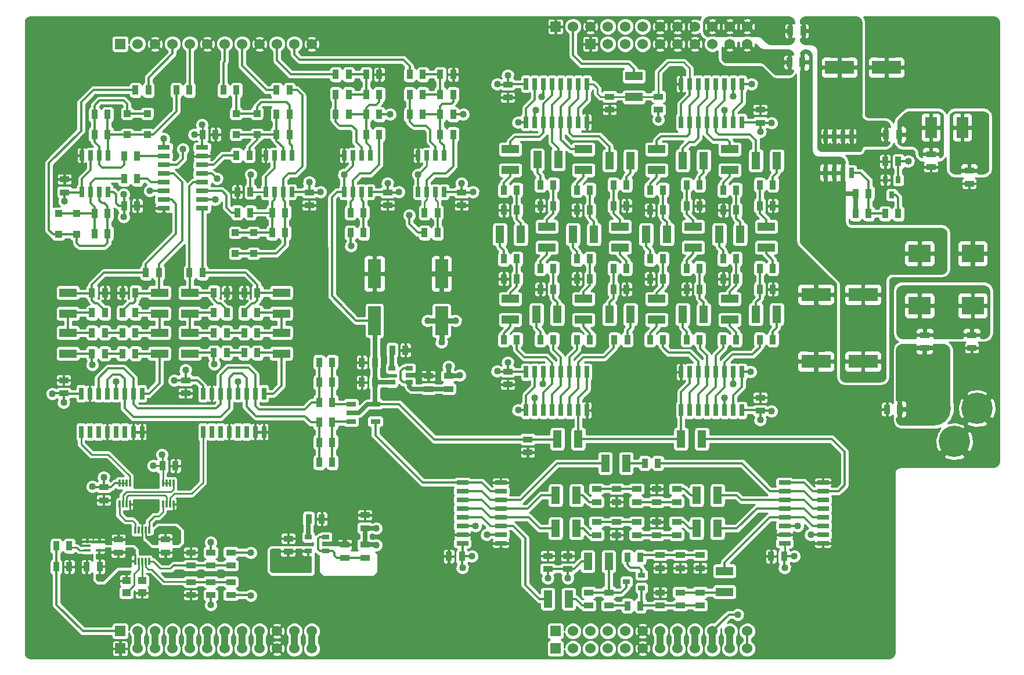
<source format=gtl>
G04 (created by PCBNEW (2013-03-19 BZR 4004)-stable) date 8/2/2015 8:33:43 AM*
%MOIN*%
G04 Gerber Fmt 3.4, Leading zero omitted, Abs format*
%FSLAX34Y34*%
G01*
G70*
G90*
G04 APERTURE LIST*
%ADD10C,0.007*%
%ADD11R,0.065X0.12*%
%ADD12R,0.24X0.24*%
%ADD13R,0.0315X0.0394*%
%ADD14R,0.0394X0.0315*%
%ADD15R,0.055X0.03*%
%ADD16C,0.04*%
%ADD17R,0.035X0.055*%
%ADD18R,0.055X0.035*%
%ADD19R,0.05X0.1*%
%ADD20R,0.1X0.05*%
%ADD21R,0.07X0.025*%
%ADD22R,0.025X0.07*%
%ADD23R,0.025X0.06*%
%ADD24R,0.04X0.04*%
%ADD25R,0.04X0.03*%
%ADD26R,0.04X0.014*%
%ADD27R,0.012X0.04*%
%ADD28R,0.05X0.04*%
%ADD29R,0.075X0.165*%
%ADD30R,0.165X0.075*%
%ADD31R,0.126X0.1024*%
%ADD32C,0.2*%
%ADD33C,0.18*%
%ADD34R,0.06X0.06*%
%ADD35C,0.06*%
%ADD36C,0.014*%
%ADD37C,0.03*%
%ADD38C,0.025*%
%ADD39C,0.011*%
%ADD40C,0.01*%
%ADD41C,0.04*%
%ADD42C,0.012*%
G04 APERTURE END LIST*
G54D10*
G54D11*
X52550Y-7600D03*
G54D12*
X53450Y-5100D03*
G54D11*
X54350Y-7600D03*
G54D13*
X50300Y-11483D03*
X49925Y-10617D03*
X50675Y-10617D03*
G54D14*
X35067Y-33700D03*
X35933Y-33325D03*
X35933Y-34075D03*
G54D15*
X19250Y-24500D03*
X19250Y-23500D03*
X20650Y-24500D03*
X19250Y-24000D03*
X20650Y-23500D03*
G54D16*
X39600Y-8550D03*
X40050Y-10500D03*
X39950Y-12800D03*
X40000Y-17400D03*
X39950Y-20250D03*
X42700Y-21100D03*
X44200Y-19500D03*
X42000Y-20100D03*
X42050Y-17450D03*
X42100Y-15100D03*
X42150Y-12750D03*
X42000Y-10500D03*
X41950Y-8500D03*
X39950Y-15100D03*
X37500Y-23150D03*
X37850Y-20000D03*
X37850Y-17400D03*
X37900Y-15100D03*
X37900Y-12750D03*
X37800Y-10500D03*
X37850Y-8600D03*
X44300Y-17500D03*
X44150Y-15100D03*
X44150Y-12750D03*
X44200Y-10500D03*
X43050Y-8450D03*
X40050Y-35500D03*
X38500Y-35800D03*
X36500Y-35800D03*
X34350Y-35750D03*
X32500Y-35750D03*
X30200Y-35750D03*
X28700Y-32950D03*
X29850Y-33600D03*
X32400Y-33650D03*
X33500Y-33650D03*
X36550Y-33650D03*
X37850Y-33650D03*
X39200Y-33650D03*
X40200Y-31650D03*
X28700Y-31500D03*
X29450Y-30650D03*
X29800Y-31900D03*
X32150Y-31600D03*
X28950Y-34550D03*
X34500Y-31650D03*
X37400Y-31600D03*
X30000Y-29750D03*
X32150Y-29700D03*
X31050Y-27750D03*
X33100Y-27600D03*
X30450Y-26650D03*
X33050Y-26200D03*
X29250Y-27800D03*
X7950Y-23300D03*
X14700Y-22200D03*
X8800Y-21400D03*
X5750Y-27500D03*
X7000Y-28100D03*
X8000Y-28100D03*
X9550Y-28150D03*
X10200Y-26700D03*
X10100Y-24900D03*
X6550Y-26850D03*
X4650Y-25900D03*
X3850Y-26600D03*
X3000Y-24550D03*
X37600Y-7250D03*
X36350Y-8100D03*
X33500Y-8750D03*
X35850Y-10500D03*
X35700Y-12750D03*
X35750Y-15100D03*
X35750Y-17400D03*
X35750Y-20500D03*
X44500Y-7600D03*
X33450Y-21400D03*
X34300Y-8150D03*
X33600Y-10500D03*
X33750Y-12750D03*
X33700Y-15100D03*
X33600Y-17400D03*
X33600Y-20250D03*
X31550Y-20250D03*
X31600Y-17400D03*
X31500Y-15100D03*
X31500Y-12750D03*
X31600Y-10500D03*
X29450Y-20250D03*
X29400Y-17450D03*
X29500Y-15100D03*
X29550Y-12750D03*
X29400Y-10500D03*
X30350Y-8550D03*
X35350Y-22950D03*
X33000Y-24950D03*
X35250Y-24950D03*
X37450Y-24950D03*
X38800Y-24650D03*
X41800Y-24950D03*
X43850Y-24950D03*
X46350Y-24950D03*
X47900Y-25750D03*
X48150Y-27250D03*
X47200Y-29050D03*
X47050Y-26500D03*
X45100Y-26000D03*
X42700Y-26050D03*
X40150Y-26200D03*
X43350Y-27750D03*
X45250Y-27300D03*
X37500Y-26350D03*
X35700Y-26050D03*
X35700Y-27650D03*
X37900Y-27600D03*
X40200Y-27600D03*
X42650Y-28550D03*
X41700Y-29500D03*
X42750Y-29950D03*
X43300Y-30750D03*
X41750Y-30900D03*
X42900Y-35800D03*
X38550Y-29700D03*
X36200Y-29750D03*
X33900Y-29700D03*
X21450Y-25400D03*
X20100Y-25100D03*
X21350Y-22950D03*
X22800Y-28150D03*
X24850Y-28550D03*
X24850Y-30500D03*
X24350Y-25050D03*
X22800Y-26750D03*
X16800Y-22850D03*
X21350Y-26700D03*
X24500Y-27500D03*
X26500Y-27150D03*
X11300Y-26000D03*
X11250Y-27850D03*
X10550Y-29000D03*
X8000Y-29200D03*
X6350Y-30650D03*
X5600Y-33700D03*
X5750Y-34900D03*
X7800Y-34950D03*
X8000Y-33900D03*
X9100Y-34350D03*
X3750Y-34450D03*
X39200Y-4300D03*
X44400Y-5250D03*
X36050Y-3800D03*
X42300Y-4400D03*
X36350Y-5250D03*
X34600Y-5250D03*
X33300Y-4500D03*
X31450Y-4150D03*
X35500Y-6600D03*
X29550Y-4250D03*
X28300Y-7800D03*
X27450Y-10500D03*
X27350Y-12750D03*
X27350Y-15100D03*
X27400Y-17500D03*
X27700Y-20600D03*
X28300Y-25000D03*
X31700Y-24650D03*
X47200Y-30450D03*
X6650Y-21250D03*
X7800Y-21250D03*
X7650Y-22250D03*
X3750Y-21200D03*
X10800Y-21150D03*
X14750Y-21300D03*
X13800Y-21200D03*
X14950Y-23300D03*
X15800Y-21500D03*
X21350Y-24050D03*
X16850Y-20450D03*
X16750Y-25150D03*
X16700Y-27150D03*
X18750Y-25100D03*
X18850Y-27150D03*
X9100Y-20000D03*
X9150Y-17750D03*
X3850Y-18850D03*
X7400Y-18850D03*
X10850Y-18850D03*
X14400Y-18850D03*
X7400Y-20000D03*
X5600Y-20000D03*
X3850Y-20000D03*
X10850Y-20000D03*
X12650Y-20000D03*
X14450Y-20000D03*
X14500Y-16250D03*
X18650Y-20450D03*
X2100Y-20000D03*
X2100Y-17750D03*
X5650Y-17700D03*
X12650Y-17700D03*
G54D17*
X49975Y-8000D03*
X50725Y-8000D03*
X17425Y-21100D03*
X18175Y-21100D03*
G54D18*
X20050Y-31575D03*
X20050Y-32325D03*
G54D17*
X6875Y-19400D03*
X6125Y-19400D03*
X18175Y-25700D03*
X17425Y-25700D03*
G54D18*
X5900Y-31275D03*
X5900Y-32025D03*
G54D17*
X18175Y-24550D03*
X17425Y-24550D03*
G54D18*
X12350Y-34475D03*
X12350Y-33725D03*
G54D17*
X12125Y-20550D03*
X11375Y-20550D03*
X17425Y-23400D03*
X18175Y-23400D03*
X18175Y-26850D03*
X17425Y-26850D03*
G54D18*
X9750Y-22875D03*
X9750Y-22125D03*
G54D17*
X5125Y-20600D03*
X4375Y-20600D03*
X13875Y-19400D03*
X13125Y-19400D03*
X12125Y-19400D03*
X11375Y-19400D03*
X5125Y-19400D03*
X4375Y-19400D03*
X13875Y-20550D03*
X13125Y-20550D03*
X19125Y-4550D03*
X18375Y-4550D03*
G54D18*
X2750Y-22125D03*
X2750Y-22875D03*
G54D17*
X4375Y-18250D03*
X5125Y-18250D03*
X6875Y-18250D03*
X6125Y-18250D03*
X13875Y-18250D03*
X13125Y-18250D03*
X11375Y-18250D03*
X12125Y-18250D03*
X19875Y-22250D03*
X20625Y-22250D03*
X23375Y-4550D03*
X22625Y-4550D03*
X14975Y-8000D03*
X15725Y-8000D03*
X12675Y-5450D03*
X11925Y-5450D03*
X12725Y-12500D03*
X13475Y-12500D03*
X14725Y-13650D03*
X15475Y-13650D03*
X14725Y-12500D03*
X15475Y-12500D03*
X15725Y-5450D03*
X14975Y-5450D03*
X20875Y-6850D03*
X20125Y-6850D03*
X19225Y-12500D03*
X19975Y-12500D03*
X19225Y-13650D03*
X19975Y-13650D03*
G54D18*
X21350Y-11325D03*
X21350Y-12075D03*
G54D17*
X18375Y-6850D03*
X19125Y-6850D03*
X20125Y-8000D03*
X20875Y-8000D03*
X14975Y-6850D03*
X15725Y-6850D03*
X19125Y-5700D03*
X18375Y-5700D03*
X20125Y-5700D03*
X20875Y-5700D03*
X20125Y-4550D03*
X20875Y-4550D03*
X25125Y-6850D03*
X24375Y-6850D03*
X23475Y-12500D03*
X24225Y-12500D03*
X23475Y-13650D03*
X24225Y-13650D03*
G54D18*
X25600Y-11325D03*
X25600Y-12075D03*
G54D17*
X22625Y-6850D03*
X23375Y-6850D03*
X24375Y-8000D03*
X25125Y-8000D03*
X6975Y-10550D03*
X6225Y-10550D03*
X23375Y-5700D03*
X22625Y-5700D03*
X24375Y-5700D03*
X25125Y-5700D03*
X24375Y-4550D03*
X25125Y-4550D03*
G54D18*
X11200Y-32775D03*
X11200Y-32025D03*
X8600Y-32025D03*
X8600Y-31275D03*
X10050Y-34475D03*
X10050Y-33725D03*
X10050Y-32025D03*
X10050Y-32775D03*
X20050Y-30625D03*
X20050Y-29875D03*
G54D17*
X2325Y-32850D03*
X3075Y-32850D03*
G54D18*
X5050Y-29025D03*
X5050Y-28275D03*
G54D17*
X9175Y-27050D03*
X8425Y-27050D03*
X17425Y-22250D03*
X18175Y-22250D03*
X36125Y-26900D03*
X36875Y-26900D03*
X2325Y-31650D03*
X3075Y-31650D03*
X4075Y-32850D03*
X4825Y-32850D03*
G54D18*
X15650Y-31975D03*
X15650Y-31225D03*
X11200Y-33725D03*
X11200Y-34475D03*
X12350Y-32025D03*
X12350Y-32775D03*
X18900Y-32325D03*
X18900Y-31575D03*
G54D17*
X16825Y-30100D03*
X17575Y-30100D03*
X6225Y-12100D03*
X6975Y-12100D03*
X4525Y-13700D03*
X5275Y-13700D03*
X4525Y-12550D03*
X5275Y-12550D03*
X6875Y-5450D03*
X7625Y-5450D03*
X6975Y-9250D03*
X6225Y-9250D03*
X4525Y-6850D03*
X5275Y-6850D03*
X4525Y-8000D03*
X5275Y-8000D03*
X9225Y-5450D03*
X9975Y-5450D03*
X12675Y-9200D03*
X13425Y-9200D03*
X11475Y-8000D03*
X10725Y-8000D03*
G54D18*
X16850Y-11325D03*
X16850Y-12075D03*
G54D17*
X41375Y-16300D03*
X40625Y-16300D03*
X39275Y-15700D03*
X38525Y-15700D03*
X39275Y-16900D03*
X38525Y-16900D03*
X38525Y-12100D03*
X39275Y-12100D03*
X39275Y-19800D03*
X38525Y-19800D03*
X32975Y-11200D03*
X32225Y-11200D03*
X32975Y-15150D03*
X32225Y-15150D03*
X32975Y-16300D03*
X32225Y-16300D03*
X32975Y-12350D03*
X32225Y-12350D03*
X32225Y-19800D03*
X32975Y-19800D03*
X41375Y-11200D03*
X40625Y-11200D03*
X41375Y-15150D03*
X40625Y-15150D03*
X38525Y-10900D03*
X39275Y-10900D03*
X6875Y-20600D03*
X6125Y-20600D03*
X40625Y-19800D03*
X41375Y-19800D03*
X30875Y-10900D03*
X30125Y-10900D03*
X30875Y-15700D03*
X30125Y-15700D03*
X30875Y-16900D03*
X30125Y-16900D03*
X30875Y-12100D03*
X30125Y-12100D03*
X30875Y-19800D03*
X30125Y-19800D03*
X42725Y-10900D03*
X43475Y-10900D03*
X42725Y-15700D03*
X43475Y-15700D03*
X42725Y-16900D03*
X43475Y-16900D03*
X48225Y-11400D03*
X48975Y-11400D03*
G54D18*
X54750Y-10075D03*
X54750Y-10825D03*
G54D17*
X50775Y-23800D03*
X50025Y-23800D03*
G54D18*
X54900Y-19525D03*
X54900Y-20275D03*
X52200Y-20275D03*
X52200Y-19525D03*
G54D17*
X45225Y-2050D03*
X44475Y-2050D03*
X44425Y-3850D03*
X45175Y-3850D03*
X50675Y-9550D03*
X49925Y-9550D03*
X48225Y-12550D03*
X48975Y-12550D03*
X49925Y-12550D03*
X50675Y-12550D03*
X41375Y-12350D03*
X40625Y-12350D03*
X34325Y-10900D03*
X35075Y-10900D03*
X34325Y-15700D03*
X35075Y-15700D03*
X34325Y-16900D03*
X35075Y-16900D03*
X34325Y-12100D03*
X35075Y-12100D03*
G54D18*
X42750Y-6575D03*
X42750Y-7325D03*
X28250Y-5125D03*
X28250Y-5875D03*
X42750Y-23125D03*
X42750Y-23875D03*
X28250Y-22375D03*
X28250Y-21625D03*
G54D17*
X34375Y-19800D03*
X35125Y-19800D03*
G54D18*
X35650Y-29125D03*
X35650Y-28375D03*
X38150Y-32925D03*
X38150Y-32175D03*
X37000Y-32925D03*
X37000Y-32175D03*
X37000Y-34325D03*
X37000Y-35075D03*
X39300Y-35075D03*
X39300Y-34325D03*
X32900Y-35075D03*
X32900Y-34325D03*
X37950Y-28375D03*
X37950Y-29125D03*
X36800Y-29125D03*
X36800Y-28375D03*
G54D17*
X42725Y-12100D03*
X43475Y-12100D03*
G54D18*
X33350Y-28375D03*
X33350Y-29125D03*
X30550Y-32225D03*
X30550Y-32975D03*
X31700Y-32225D03*
X31700Y-32975D03*
X34500Y-29125D03*
X34500Y-28375D03*
X37950Y-30275D03*
X37950Y-31025D03*
X36800Y-31025D03*
X36800Y-30275D03*
X34500Y-31025D03*
X34500Y-30275D03*
X33350Y-30275D03*
X33350Y-31025D03*
X35650Y-31025D03*
X35650Y-30275D03*
X38150Y-35075D03*
X38150Y-34325D03*
X24850Y-21875D03*
X24850Y-22625D03*
X23700Y-22625D03*
X23700Y-21875D03*
G54D17*
X21625Y-20400D03*
X22375Y-20400D03*
X20625Y-21100D03*
X19875Y-21100D03*
G54D18*
X39300Y-32175D03*
X39300Y-32925D03*
G54D17*
X42725Y-19800D03*
X43475Y-19800D03*
X28775Y-11200D03*
X28025Y-11200D03*
X28775Y-15150D03*
X28025Y-15150D03*
X28775Y-16300D03*
X28025Y-16300D03*
X28775Y-12350D03*
X28025Y-12350D03*
X28775Y-19800D03*
X28025Y-19800D03*
X37175Y-11200D03*
X36425Y-11200D03*
X37175Y-15150D03*
X36425Y-15150D03*
X37175Y-16300D03*
X36425Y-16300D03*
X37175Y-12350D03*
X36425Y-12350D03*
X37175Y-19800D03*
X36425Y-19800D03*
X35125Y-32300D03*
X35875Y-32300D03*
G54D18*
X34050Y-34325D03*
X34050Y-35075D03*
X36900Y-6575D03*
X36900Y-5825D03*
X34100Y-6575D03*
X34100Y-5825D03*
G54D17*
X35875Y-35100D03*
X35125Y-35100D03*
X43375Y-32250D03*
X44125Y-32250D03*
X25625Y-32250D03*
X24875Y-32250D03*
G54D18*
X29400Y-25525D03*
X29400Y-26275D03*
G54D17*
X13475Y-11300D03*
X12725Y-11300D03*
G54D18*
X2800Y-11325D03*
X2800Y-10575D03*
G54D17*
X5125Y-17100D03*
X4375Y-17100D03*
X6875Y-17100D03*
X6125Y-17100D03*
X12125Y-17100D03*
X11375Y-17100D03*
X13875Y-17100D03*
X13125Y-17100D03*
X8225Y-15950D03*
X7475Y-15950D03*
X10725Y-15950D03*
X9975Y-15950D03*
G54D18*
X52550Y-9125D03*
X52550Y-9875D03*
G54D19*
X41600Y-13750D03*
X40400Y-13750D03*
X38300Y-9500D03*
X39500Y-9500D03*
G54D20*
X32600Y-8850D03*
X32600Y-10050D03*
X15250Y-18300D03*
X15250Y-17100D03*
X32600Y-17450D03*
X32600Y-18650D03*
G54D19*
X33200Y-13750D03*
X32000Y-13750D03*
X32850Y-32550D03*
X34050Y-32550D03*
G54D20*
X10000Y-18300D03*
X10000Y-17100D03*
X40700Y-33100D03*
X40700Y-34300D03*
G54D19*
X39500Y-18350D03*
X38300Y-18350D03*
G54D20*
X41000Y-17450D03*
X41000Y-18650D03*
X41000Y-8850D03*
X41000Y-10050D03*
G54D19*
X38200Y-25500D03*
X39400Y-25500D03*
G54D20*
X30500Y-13300D03*
X30500Y-14500D03*
G54D19*
X31100Y-18350D03*
X29900Y-18350D03*
X31150Y-9450D03*
X29950Y-9450D03*
G54D20*
X35500Y-4650D03*
X35500Y-5850D03*
X43100Y-13300D03*
X43100Y-14500D03*
G54D19*
X42500Y-18350D03*
X43700Y-18350D03*
G54D20*
X36800Y-8850D03*
X36800Y-10050D03*
G54D19*
X42500Y-9500D03*
X43700Y-9500D03*
X29000Y-13750D03*
X27800Y-13750D03*
G54D20*
X28400Y-17450D03*
X28400Y-18650D03*
X36800Y-17450D03*
X36800Y-18650D03*
X28400Y-8850D03*
X28400Y-10050D03*
G54D19*
X37400Y-13750D03*
X36200Y-13750D03*
X35050Y-26900D03*
X33850Y-26900D03*
G54D20*
X3000Y-20600D03*
X3000Y-19400D03*
G54D19*
X32200Y-30650D03*
X31000Y-30650D03*
X40300Y-30650D03*
X39100Y-30650D03*
G54D20*
X8250Y-20600D03*
X8250Y-19400D03*
X3000Y-18300D03*
X3000Y-17100D03*
X8250Y-18300D03*
X8250Y-17100D03*
G54D19*
X32200Y-28750D03*
X31000Y-28750D03*
X40300Y-28750D03*
X39100Y-28750D03*
G54D20*
X15250Y-20600D03*
X15250Y-19400D03*
X34700Y-13300D03*
X34700Y-14500D03*
G54D19*
X34100Y-18350D03*
X35300Y-18350D03*
X31750Y-34700D03*
X30550Y-34700D03*
X34100Y-9500D03*
X35300Y-9500D03*
G54D20*
X10000Y-20600D03*
X10000Y-19400D03*
G54D19*
X32300Y-25500D03*
X31100Y-25500D03*
G54D20*
X38900Y-13300D03*
X38900Y-14500D03*
G54D21*
X8500Y-8750D03*
X8500Y-9250D03*
X8500Y-9750D03*
X8500Y-10250D03*
X8500Y-10750D03*
X8500Y-11250D03*
X8500Y-11750D03*
X8500Y-12250D03*
X10700Y-12250D03*
X10700Y-11750D03*
X10700Y-11250D03*
X10700Y-10750D03*
X10700Y-10250D03*
X10700Y-9750D03*
X10700Y-9250D03*
X10700Y-8750D03*
G54D22*
X10750Y-25100D03*
X11250Y-25100D03*
X11750Y-25100D03*
X12250Y-25100D03*
X12750Y-25100D03*
X13250Y-25100D03*
X13750Y-25100D03*
X14250Y-25100D03*
X14250Y-22900D03*
X13750Y-22900D03*
X13250Y-22900D03*
X12750Y-22900D03*
X12250Y-22900D03*
X11750Y-22900D03*
X11250Y-22900D03*
X10750Y-22900D03*
X3750Y-25100D03*
X4250Y-25100D03*
X4750Y-25100D03*
X5250Y-25100D03*
X5750Y-25100D03*
X6250Y-25100D03*
X6750Y-25100D03*
X7250Y-25100D03*
X7250Y-22900D03*
X6750Y-22900D03*
X6250Y-22900D03*
X5750Y-22900D03*
X5250Y-22900D03*
X4750Y-22900D03*
X4250Y-22900D03*
X3750Y-22900D03*
G54D21*
X27850Y-31500D03*
X27850Y-31000D03*
X27850Y-30500D03*
X27850Y-30000D03*
X27850Y-29500D03*
X27850Y-29000D03*
X27850Y-28500D03*
X27850Y-28000D03*
X25650Y-28000D03*
X25650Y-28500D03*
X25650Y-29000D03*
X25650Y-29500D03*
X25650Y-30000D03*
X25650Y-30500D03*
X25650Y-31000D03*
X25650Y-31500D03*
X46350Y-31500D03*
X46350Y-31000D03*
X46350Y-30500D03*
X46350Y-30000D03*
X46350Y-29500D03*
X46350Y-29000D03*
X46350Y-28500D03*
X46350Y-28000D03*
X44150Y-28000D03*
X44150Y-28500D03*
X44150Y-29000D03*
X44150Y-29500D03*
X44150Y-30000D03*
X44150Y-30500D03*
X44150Y-31000D03*
X44150Y-31500D03*
G54D22*
X41700Y-21650D03*
X41200Y-21650D03*
X40700Y-21650D03*
X40200Y-21650D03*
X39700Y-21650D03*
X39200Y-21650D03*
X38700Y-21650D03*
X38200Y-21650D03*
X38200Y-23850D03*
X38700Y-23850D03*
X39200Y-23850D03*
X39700Y-23850D03*
X40200Y-23850D03*
X40700Y-23850D03*
X41200Y-23850D03*
X41700Y-23850D03*
X29300Y-23850D03*
X29800Y-23850D03*
X30300Y-23850D03*
X30800Y-23850D03*
X31300Y-23850D03*
X31800Y-23850D03*
X32300Y-23850D03*
X32800Y-23850D03*
X32800Y-21650D03*
X32300Y-21650D03*
X31800Y-21650D03*
X31300Y-21650D03*
X30800Y-21650D03*
X30300Y-21650D03*
X29800Y-21650D03*
X29300Y-21650D03*
X41700Y-5100D03*
X41200Y-5100D03*
X40700Y-5100D03*
X40200Y-5100D03*
X39700Y-5100D03*
X39200Y-5100D03*
X38700Y-5100D03*
X38200Y-5100D03*
X38200Y-7300D03*
X38700Y-7300D03*
X39200Y-7300D03*
X39700Y-7300D03*
X40200Y-7300D03*
X40700Y-7300D03*
X41200Y-7300D03*
X41700Y-7300D03*
X29300Y-7300D03*
X29800Y-7300D03*
X30300Y-7300D03*
X30800Y-7300D03*
X31300Y-7300D03*
X31800Y-7300D03*
X32300Y-7300D03*
X32800Y-7300D03*
X32800Y-5100D03*
X32300Y-5100D03*
X31800Y-5100D03*
X31300Y-5100D03*
X30800Y-5100D03*
X30300Y-5100D03*
X29800Y-5100D03*
X29300Y-5100D03*
G54D23*
X24600Y-11300D03*
X24600Y-9200D03*
X24100Y-11300D03*
X23600Y-11300D03*
X23100Y-11300D03*
X24100Y-9200D03*
X23600Y-9200D03*
X23100Y-9200D03*
X20350Y-11300D03*
X20350Y-9200D03*
X19850Y-11300D03*
X19350Y-11300D03*
X18850Y-11300D03*
X19850Y-9200D03*
X19350Y-9200D03*
X18850Y-9200D03*
X15850Y-11300D03*
X15850Y-9200D03*
X15350Y-11300D03*
X14850Y-11300D03*
X14350Y-11300D03*
X15350Y-9200D03*
X14850Y-9200D03*
X14350Y-9200D03*
X5300Y-11300D03*
X5300Y-9200D03*
X4800Y-11300D03*
X4300Y-11300D03*
X3800Y-11300D03*
X4800Y-9200D03*
X4300Y-9200D03*
X3800Y-9200D03*
X46500Y-8100D03*
X46500Y-10200D03*
X47000Y-8100D03*
X47500Y-8100D03*
X48000Y-8100D03*
X47000Y-10200D03*
X47500Y-10200D03*
X48000Y-10200D03*
G54D24*
X12600Y-14850D03*
X12600Y-13650D03*
X13650Y-13650D03*
X13650Y-14850D03*
X13850Y-6800D03*
X13850Y-8000D03*
X12650Y-8000D03*
X12650Y-6800D03*
X7550Y-8000D03*
X7550Y-6800D03*
X6400Y-6800D03*
X6400Y-8000D03*
X3500Y-13750D03*
X3500Y-12550D03*
X2450Y-12550D03*
X2450Y-13750D03*
G54D25*
X17800Y-31950D03*
X17800Y-31150D03*
X16800Y-31950D03*
X17800Y-31550D03*
X16800Y-31150D03*
X22600Y-22250D03*
X22600Y-21450D03*
X21600Y-22250D03*
X22600Y-21850D03*
X21600Y-21450D03*
G54D26*
X4100Y-31400D03*
X4100Y-31900D03*
X4800Y-31400D03*
X4100Y-31650D03*
X4800Y-31900D03*
G54D27*
X6850Y-32550D03*
X7050Y-32550D03*
X7250Y-32550D03*
X7450Y-32550D03*
X7650Y-32550D03*
X7650Y-30750D03*
X7450Y-30750D03*
X7250Y-30750D03*
X7050Y-30750D03*
X6850Y-30750D03*
G54D28*
X6350Y-34350D03*
X7250Y-34350D03*
X7250Y-33650D03*
X6350Y-33650D03*
G54D29*
X20600Y-18700D03*
X20600Y-16000D03*
G54D30*
X48650Y-21050D03*
X45950Y-21050D03*
X48650Y-17200D03*
X45950Y-17200D03*
X47300Y-4150D03*
X50000Y-4150D03*
G54D29*
X24450Y-18700D03*
X24450Y-16000D03*
G54D31*
X51900Y-17850D03*
X51900Y-14850D03*
X54950Y-14850D03*
X54950Y-17850D03*
G54D32*
X52700Y-23750D03*
G54D33*
X55200Y-23750D03*
X53900Y-25650D03*
G54D16*
X30300Y-24650D03*
X50200Y-37850D03*
X43500Y-37850D03*
X27850Y-37800D03*
X19200Y-37750D03*
X23550Y-37750D03*
X800Y-33850D03*
X800Y-37850D03*
X800Y-21850D03*
X800Y-17850D03*
X800Y-25850D03*
X800Y-29850D03*
X800Y-13850D03*
X800Y-9850D03*
X800Y-5850D03*
X800Y-1500D03*
X20800Y-1500D03*
X16800Y-1500D03*
X8800Y-1500D03*
X4800Y-1500D03*
X12800Y-1500D03*
X24800Y-1500D03*
X28800Y-1500D03*
X56200Y-1500D03*
X49050Y-1500D03*
X52650Y-1500D03*
X56200Y-5500D03*
X49000Y-6800D03*
X51750Y-6150D03*
X53450Y-3550D03*
X56200Y-10500D03*
X56200Y-14500D03*
X51300Y-11850D03*
X53700Y-13100D03*
X53450Y-10550D03*
X48600Y-9500D03*
X49650Y-11800D03*
X56250Y-20300D03*
X56200Y-26850D03*
X52200Y-26850D03*
X50200Y-33850D03*
X50200Y-29850D03*
X13000Y-31350D03*
X13750Y-28700D03*
X17300Y-33950D03*
X21550Y-33900D03*
X26750Y-34450D03*
X21800Y-30750D03*
X16250Y-18100D03*
X17600Y-14950D03*
X6900Y-15400D03*
X9450Y-14950D03*
X3800Y-16150D03*
X6000Y-13550D03*
X3150Y-7550D03*
X4600Y-4900D03*
X11100Y-5950D03*
X13550Y-5700D03*
X17700Y-5200D03*
X11400Y-15300D03*
X44600Y-34300D03*
G54D34*
X6000Y-2800D03*
G54D35*
X7000Y-2800D03*
X8000Y-2800D03*
X9000Y-2800D03*
X10000Y-2800D03*
X11000Y-2800D03*
X12000Y-2800D03*
X13000Y-2800D03*
X14000Y-2800D03*
X15000Y-2800D03*
X16000Y-2800D03*
X17000Y-2800D03*
G54D34*
X31000Y-37550D03*
G54D35*
X32000Y-37550D03*
X33000Y-37550D03*
X34000Y-37550D03*
X35000Y-37550D03*
X36000Y-37550D03*
X37000Y-37550D03*
X38000Y-37550D03*
X39000Y-37550D03*
X40000Y-37550D03*
X41000Y-37550D03*
X42000Y-37550D03*
G54D34*
X31000Y-36550D03*
G54D35*
X32000Y-36550D03*
X33000Y-36550D03*
X34000Y-36550D03*
X35000Y-36550D03*
X36000Y-36550D03*
X37000Y-36550D03*
X38000Y-36550D03*
X39000Y-36550D03*
X40000Y-36550D03*
X41000Y-36550D03*
X42000Y-36550D03*
G54D34*
X6000Y-37550D03*
G54D35*
X7000Y-37550D03*
X8000Y-37550D03*
X9000Y-37550D03*
X10000Y-37550D03*
X11000Y-37550D03*
X12000Y-37550D03*
X13000Y-37550D03*
X14000Y-37550D03*
X15000Y-37550D03*
X16000Y-37550D03*
X17000Y-37550D03*
G54D34*
X6000Y-36550D03*
G54D35*
X7000Y-36550D03*
X8000Y-36550D03*
X9000Y-36550D03*
X10000Y-36550D03*
X11000Y-36550D03*
X12000Y-36550D03*
X13000Y-36550D03*
X14000Y-36550D03*
X15000Y-36550D03*
X16000Y-36550D03*
X17000Y-36550D03*
G54D34*
X31000Y-1800D03*
G54D35*
X32000Y-1800D03*
X33000Y-1800D03*
X34000Y-1800D03*
X35000Y-1800D03*
X36000Y-1800D03*
X37000Y-1800D03*
X38000Y-1800D03*
X39000Y-1800D03*
X40000Y-1800D03*
X41000Y-1800D03*
X42000Y-1800D03*
G54D34*
X33000Y-2800D03*
G54D35*
X34000Y-2800D03*
X35000Y-2800D03*
X36000Y-2800D03*
X37000Y-2800D03*
X38000Y-2800D03*
X39000Y-2800D03*
X40000Y-2800D03*
X41000Y-2800D03*
X42000Y-2800D03*
G54D27*
X5950Y-29250D03*
X6150Y-29250D03*
X6350Y-29250D03*
X6550Y-29250D03*
X6550Y-28050D03*
X6350Y-28050D03*
X6150Y-28050D03*
X5950Y-28050D03*
X8450Y-29250D03*
X8650Y-29250D03*
X8850Y-29250D03*
X9050Y-29250D03*
X9050Y-28050D03*
X8850Y-28050D03*
X8650Y-28050D03*
X8450Y-28050D03*
G54D16*
X44150Y-32900D03*
X44700Y-32250D03*
X36900Y-7150D03*
X24450Y-19950D03*
X25250Y-18700D03*
X23650Y-18700D03*
X54750Y-8650D03*
X55500Y-8650D03*
X55500Y-9400D03*
X54750Y-9400D03*
X54000Y-9400D03*
X54000Y-8650D03*
X25650Y-32900D03*
X26200Y-32250D03*
X20700Y-31600D03*
X20700Y-30650D03*
X26250Y-11300D03*
X25600Y-10800D03*
X21350Y-10800D03*
X22000Y-11300D03*
X6200Y-12750D03*
X6200Y-11450D03*
X17500Y-11300D03*
X16850Y-10750D03*
X9100Y-22150D03*
X9750Y-21550D03*
X2100Y-22900D03*
X2750Y-23400D03*
X25500Y-21850D03*
X24850Y-21350D03*
X31700Y-33500D03*
X30550Y-33500D03*
X43400Y-23900D03*
X42750Y-24400D03*
X27650Y-21600D03*
X28250Y-21100D03*
X43400Y-7350D03*
X42750Y-7850D03*
X27650Y-5100D03*
X28250Y-4600D03*
X10250Y-8000D03*
X10700Y-7450D03*
X53050Y-15650D03*
X49700Y-21950D03*
X47700Y-21900D03*
X45500Y-13950D03*
X47250Y-15650D03*
X49750Y-15650D03*
X48650Y-16450D03*
X48650Y-18000D03*
X47750Y-19150D03*
X49500Y-19150D03*
X48650Y-20250D03*
X45450Y-12250D03*
X45450Y-10550D03*
X46250Y-11050D03*
X47200Y-12250D03*
X47000Y-11050D03*
X47350Y-13800D03*
X50350Y-13800D03*
X52950Y-13800D03*
X45800Y-2500D03*
X45800Y-1600D03*
X47000Y-1950D03*
X48100Y-1600D03*
X48100Y-2850D03*
X48200Y-7350D03*
X46500Y-6600D03*
X47650Y-6600D03*
X47000Y-7300D03*
X19250Y-14400D03*
X7700Y-11250D03*
X9600Y-8850D03*
X21500Y-6850D03*
X22600Y-12650D03*
X11550Y-10550D03*
X11450Y-11750D03*
X25700Y-6850D03*
X51250Y-9550D03*
X5400Y-32850D03*
X6350Y-32650D03*
X11200Y-35050D03*
X11200Y-31450D03*
X15650Y-32900D03*
X14850Y-32050D03*
X16700Y-32850D03*
X5050Y-27700D03*
X4400Y-28250D03*
X8400Y-26400D03*
X7900Y-27050D03*
X4850Y-33500D03*
X8600Y-30750D03*
X9250Y-31300D03*
X26400Y-30500D03*
X44900Y-30500D03*
X45650Y-31000D03*
X27050Y-31000D03*
X23100Y-10300D03*
X18850Y-10300D03*
X13500Y-10300D03*
X2800Y-11850D03*
X28850Y-7300D03*
X28850Y-23850D03*
X42250Y-5100D03*
X42200Y-21650D03*
X30200Y-5850D03*
X30250Y-22350D03*
X40700Y-6600D03*
X40700Y-23150D03*
X41450Y-35600D03*
X29850Y-6600D03*
X29800Y-23150D03*
X41200Y-5800D03*
X41200Y-22350D03*
X8800Y-30100D03*
X9450Y-29250D03*
X6550Y-29800D03*
X6950Y-29250D03*
X20050Y-29250D03*
X19400Y-29900D03*
X43350Y-32950D03*
X42800Y-32250D03*
X24450Y-14800D03*
X6750Y-25850D03*
X13750Y-25850D03*
X49950Y-4900D03*
X49950Y-3400D03*
X46000Y-21800D03*
X46000Y-20300D03*
X46050Y-17950D03*
X46000Y-16450D03*
X10050Y-35050D03*
X10050Y-31500D03*
X4050Y-33500D03*
X7250Y-31650D03*
X5050Y-29600D03*
X21400Y-16000D03*
X19800Y-16000D03*
X25250Y-16000D03*
X23650Y-16000D03*
X19250Y-22250D03*
X19250Y-21100D03*
X20650Y-12100D03*
X16150Y-12100D03*
X18900Y-31000D03*
X18150Y-30100D03*
X15650Y-30650D03*
X23700Y-21300D03*
X22950Y-20400D03*
X26250Y-12100D03*
X25600Y-12650D03*
X22000Y-12100D03*
X25700Y-4550D03*
X21450Y-4550D03*
X2450Y-9950D03*
X7000Y-11450D03*
X3800Y-9900D03*
X3300Y-9200D03*
X17500Y-12100D03*
X9200Y-23300D03*
X37600Y-5150D03*
X4800Y-30950D03*
X47100Y-28000D03*
X5700Y-23700D03*
X12750Y-24000D03*
X2100Y-22150D03*
X2750Y-21550D03*
X4400Y-29050D03*
X43400Y-23100D03*
X42750Y-22600D03*
X27650Y-22400D03*
X28250Y-22900D03*
X42750Y-6050D03*
X43400Y-6550D03*
X27650Y-5900D03*
X28250Y-6400D03*
X32800Y-6600D03*
X33250Y-7300D03*
X38200Y-4400D03*
X9200Y-26400D03*
X3100Y-33500D03*
X7250Y-30200D03*
X9250Y-32000D03*
X8600Y-32550D03*
X46350Y-31950D03*
X27850Y-31900D03*
X24900Y-32800D03*
X24400Y-32250D03*
X28500Y-28000D03*
X27850Y-27600D03*
X32800Y-23250D03*
X37800Y-21650D03*
X38200Y-21000D03*
X33200Y-23850D03*
X12700Y-10750D03*
X11950Y-8000D03*
X13950Y-9250D03*
X23100Y-8650D03*
X18850Y-8650D03*
X14350Y-8650D03*
X22700Y-9200D03*
X18450Y-9200D03*
X11500Y-7450D03*
X8500Y-12650D03*
X7850Y-12250D03*
X14650Y-25100D03*
X11250Y-22250D03*
X4250Y-22250D03*
X7650Y-25100D03*
X11400Y-21200D03*
X12750Y-22200D03*
X4400Y-21250D03*
X5750Y-22200D03*
X53200Y-20450D03*
X52200Y-20900D03*
X51000Y-20550D03*
X51000Y-21800D03*
X43950Y-2550D03*
X43300Y-1950D03*
X43950Y-1550D03*
X53550Y-19450D03*
X55650Y-19450D03*
X53450Y-17050D03*
X55600Y-16950D03*
X50950Y-17000D03*
X50900Y-19400D03*
X13500Y-34500D03*
X13500Y-32050D03*
X8500Y-8250D03*
G54D36*
X44125Y-32250D02*
X44125Y-32875D01*
X44125Y-32875D02*
X44150Y-32900D01*
X44125Y-32250D02*
X44700Y-32250D01*
X36900Y-6575D02*
X36900Y-7150D01*
G54D37*
X24450Y-18700D02*
X24450Y-19950D01*
X24450Y-18700D02*
X25250Y-18700D01*
X24450Y-18700D02*
X23650Y-18700D01*
G54D36*
X54350Y-7600D02*
X54350Y-8600D01*
X55500Y-9400D02*
X55500Y-8650D01*
X54000Y-9400D02*
X54750Y-9400D01*
X54350Y-8600D02*
X54000Y-8650D01*
X25625Y-32250D02*
X25625Y-32875D01*
X25625Y-32875D02*
X25650Y-32900D01*
X25625Y-32250D02*
X26200Y-32250D01*
G54D38*
X20050Y-31575D02*
X20675Y-31575D01*
X20675Y-31575D02*
X20700Y-31600D01*
X20050Y-30625D02*
X20675Y-30625D01*
X20675Y-30625D02*
X20700Y-30650D01*
X20050Y-30625D02*
X20050Y-31575D01*
G54D36*
X25600Y-11325D02*
X26225Y-11325D01*
X26225Y-11325D02*
X26250Y-11300D01*
X25600Y-11325D02*
X25600Y-10800D01*
X24600Y-11300D02*
X25575Y-11300D01*
X25575Y-11300D02*
X25600Y-11325D01*
X21350Y-11325D02*
X21350Y-10800D01*
X21350Y-11325D02*
X21975Y-11325D01*
X21975Y-11325D02*
X22000Y-11300D01*
X20350Y-11300D02*
X21325Y-11300D01*
X21325Y-11300D02*
X21350Y-11325D01*
X6225Y-12100D02*
X6225Y-12725D01*
X6225Y-12725D02*
X6200Y-12750D01*
X6225Y-12100D02*
X6225Y-11475D01*
X6225Y-11475D02*
X6200Y-11450D01*
X6225Y-12100D02*
X5900Y-12100D01*
X5600Y-11300D02*
X5300Y-11300D01*
X5750Y-11450D02*
X5600Y-11300D01*
X5750Y-11950D02*
X5750Y-11450D01*
X5900Y-12100D02*
X5750Y-11950D01*
X16850Y-11325D02*
X17475Y-11325D01*
X17475Y-11325D02*
X17500Y-11300D01*
X16850Y-11325D02*
X16850Y-10750D01*
X15850Y-11300D02*
X16825Y-11300D01*
X16825Y-11300D02*
X16850Y-11325D01*
X9750Y-22125D02*
X9125Y-22125D01*
X9125Y-22125D02*
X9100Y-22150D01*
X9750Y-22125D02*
X9750Y-21550D01*
X10750Y-22900D02*
X10750Y-22450D01*
X10425Y-22125D02*
X9750Y-22125D01*
X10750Y-22450D02*
X10425Y-22125D01*
X2750Y-22875D02*
X2125Y-22875D01*
X2125Y-22875D02*
X2100Y-22900D01*
X2750Y-22875D02*
X2750Y-23400D01*
X3750Y-22900D02*
X2775Y-22900D01*
X2775Y-22900D02*
X2750Y-22875D01*
G54D38*
X24850Y-21875D02*
X25475Y-21875D01*
X25475Y-21875D02*
X25500Y-21850D01*
X24850Y-21875D02*
X24850Y-21350D01*
G54D36*
X31700Y-32975D02*
X31700Y-33500D01*
X30550Y-32975D02*
X30550Y-33500D01*
X31700Y-32975D02*
X32075Y-32975D01*
X32500Y-32550D02*
X32850Y-32550D01*
X32075Y-32975D02*
X32500Y-32550D01*
X30550Y-32975D02*
X31700Y-32975D01*
X42750Y-23875D02*
X43375Y-23875D01*
X43375Y-23875D02*
X43400Y-23900D01*
X42750Y-23875D02*
X42750Y-24400D01*
X41700Y-23850D02*
X42725Y-23850D01*
X42725Y-23850D02*
X42750Y-23875D01*
X28250Y-21625D02*
X27675Y-21625D01*
X27675Y-21625D02*
X27650Y-21600D01*
X28250Y-21625D02*
X28250Y-21100D01*
X29300Y-21650D02*
X28275Y-21650D01*
X28275Y-21650D02*
X28250Y-21625D01*
X42750Y-7325D02*
X43375Y-7325D01*
X43375Y-7325D02*
X43400Y-7350D01*
X42750Y-7325D02*
X42750Y-7850D01*
X41700Y-7300D02*
X42725Y-7300D01*
X42725Y-7300D02*
X42750Y-7325D01*
X28250Y-5125D02*
X27675Y-5125D01*
X27675Y-5125D02*
X27650Y-5100D01*
X28250Y-5125D02*
X28250Y-4600D01*
X29300Y-5100D02*
X28275Y-5100D01*
X28275Y-5100D02*
X28250Y-5125D01*
X25650Y-31500D02*
X25650Y-32225D01*
X25650Y-32225D02*
X25625Y-32250D01*
G54D39*
X44150Y-31500D02*
X44150Y-32225D01*
X44150Y-32225D02*
X44125Y-32250D01*
X10725Y-8000D02*
X10250Y-8000D01*
X10725Y-8000D02*
X10725Y-7475D01*
X10725Y-7475D02*
X10700Y-7450D01*
G54D36*
X10700Y-8750D02*
X10700Y-8025D01*
X10700Y-8025D02*
X10725Y-8000D01*
X51900Y-14850D02*
X52850Y-14850D01*
X53050Y-15050D02*
X53050Y-15650D01*
X52850Y-14850D02*
X53050Y-15050D01*
X48650Y-21050D02*
X48650Y-21800D01*
X48550Y-21900D02*
X47700Y-21900D01*
X48650Y-21800D02*
X48550Y-21900D01*
X48650Y-17200D02*
X48650Y-16450D01*
X49750Y-15650D02*
X47250Y-15650D01*
X48650Y-17200D02*
X48650Y-18000D01*
X48650Y-21050D02*
X48650Y-20250D01*
X49500Y-19150D02*
X47750Y-19150D01*
X46500Y-10200D02*
X46500Y-10800D01*
X45500Y-10600D02*
X45450Y-12250D01*
X45450Y-10550D02*
X45500Y-10600D01*
X46500Y-10800D02*
X46250Y-11050D01*
X47000Y-10200D02*
X47000Y-11050D01*
X51900Y-14850D02*
X51900Y-14050D01*
X50350Y-13800D02*
X47350Y-13800D01*
X52150Y-13800D02*
X52950Y-13800D01*
X51900Y-14050D02*
X52150Y-13800D01*
G54D38*
X48225Y-11400D02*
X48225Y-12550D01*
X47500Y-10200D02*
X47500Y-11350D01*
X47500Y-11350D02*
X47550Y-11400D01*
X47550Y-11400D02*
X48225Y-11400D01*
G54D36*
X45225Y-2050D02*
X45650Y-2050D01*
X45800Y-1900D02*
X45800Y-1600D01*
X45650Y-2050D02*
X45800Y-1900D01*
X47300Y-4150D02*
X47300Y-3650D01*
X47600Y-1950D02*
X47000Y-1950D01*
X48100Y-1600D02*
X47600Y-1950D01*
X47300Y-3650D02*
X48100Y-2850D01*
X48000Y-8100D02*
X48000Y-7550D01*
X48000Y-7550D02*
X48200Y-7350D01*
X46500Y-8100D02*
X46500Y-6600D01*
X47500Y-8100D02*
X47500Y-6750D01*
X47500Y-6750D02*
X47650Y-6600D01*
X47000Y-8100D02*
X47000Y-7300D01*
X19225Y-14375D02*
X19250Y-14400D01*
X8500Y-11250D02*
X7700Y-11250D01*
X19225Y-14375D02*
X19225Y-13650D01*
X9250Y-9750D02*
X9600Y-9400D01*
X9600Y-9400D02*
X9600Y-8850D01*
X20875Y-6850D02*
X21500Y-6850D01*
X9250Y-9750D02*
X8500Y-9750D01*
X23100Y-13650D02*
X22600Y-13150D01*
X22600Y-13150D02*
X22600Y-12650D01*
X11550Y-10550D02*
X11250Y-10250D01*
X10700Y-10250D02*
X11250Y-10250D01*
X23100Y-13650D02*
X23475Y-13650D01*
X25125Y-6850D02*
X25700Y-6850D01*
X11450Y-11750D02*
X10700Y-11750D01*
X50675Y-9550D02*
X51250Y-9550D01*
X50675Y-9550D02*
X50675Y-10617D01*
G54D39*
X5950Y-29250D02*
X5950Y-29850D01*
X5950Y-29850D02*
X6300Y-30200D01*
X6300Y-30200D02*
X6700Y-30200D01*
X6700Y-30200D02*
X6850Y-30350D01*
X6850Y-30350D02*
X6850Y-30750D01*
G54D40*
X8450Y-29200D02*
X8450Y-29700D01*
X7650Y-30250D02*
X7650Y-30750D01*
X7950Y-29950D02*
X7650Y-30250D01*
X8200Y-29950D02*
X7950Y-29950D01*
X8450Y-29700D02*
X8200Y-29950D01*
G54D39*
X8650Y-28050D02*
X8450Y-28050D01*
X8850Y-28050D02*
X8650Y-28050D01*
X6150Y-28050D02*
X6350Y-28050D01*
X5950Y-28050D02*
X6150Y-28050D01*
G54D36*
X4825Y-32850D02*
X5400Y-32850D01*
X5900Y-32025D02*
X5900Y-32450D01*
X6100Y-32650D02*
X6350Y-32650D01*
X5900Y-32450D02*
X6100Y-32650D01*
X5900Y-32025D02*
X5375Y-32025D01*
X5250Y-31900D02*
X4800Y-31900D01*
X5375Y-32025D02*
X5250Y-31900D01*
X11200Y-34475D02*
X11200Y-35050D01*
X11200Y-32025D02*
X11200Y-31450D01*
X5950Y-28050D02*
X5700Y-28050D01*
X5475Y-28275D02*
X5050Y-28275D01*
X5700Y-28050D02*
X5475Y-28275D01*
X15650Y-31975D02*
X15650Y-32150D01*
X15650Y-32150D02*
X15650Y-32900D01*
X15650Y-31975D02*
X16775Y-31975D01*
X16775Y-31975D02*
X16800Y-31950D01*
X14925Y-31975D02*
X14850Y-32050D01*
X15650Y-31975D02*
X14925Y-31975D01*
X16800Y-32750D02*
X16700Y-32850D01*
X16800Y-32750D02*
X16800Y-31950D01*
X5050Y-28275D02*
X5050Y-27700D01*
X5050Y-28275D02*
X4425Y-28275D01*
X4425Y-28275D02*
X4400Y-28250D01*
G54D39*
X8425Y-27050D02*
X8425Y-26425D01*
X8425Y-26425D02*
X8400Y-26400D01*
X8425Y-27050D02*
X7900Y-27050D01*
X4825Y-32850D02*
X4825Y-33475D01*
X4825Y-33475D02*
X4850Y-33500D01*
X8450Y-28000D02*
X8450Y-27075D01*
X8450Y-27075D02*
X8425Y-27050D01*
X8600Y-31275D02*
X8600Y-30750D01*
X8600Y-31275D02*
X9225Y-31275D01*
X9225Y-31275D02*
X9250Y-31300D01*
G54D40*
X6850Y-32550D02*
X6850Y-32150D01*
X6725Y-32025D02*
X6100Y-32025D01*
X6850Y-32150D02*
X6725Y-32025D01*
X7450Y-30750D02*
X7450Y-31150D01*
X7575Y-31275D02*
X8400Y-31275D01*
X7450Y-31150D02*
X7575Y-31275D01*
G54D39*
X6550Y-28100D02*
X6550Y-27650D01*
X3750Y-25800D02*
X3750Y-25100D01*
X4350Y-26400D02*
X3750Y-25800D01*
X5300Y-26400D02*
X4350Y-26400D01*
X6550Y-27650D02*
X5300Y-26400D01*
X8850Y-29250D02*
X8850Y-28900D01*
X8850Y-28900D02*
X9100Y-28650D01*
X9100Y-28650D02*
X10100Y-28650D01*
X10100Y-28650D02*
X10750Y-28000D01*
X10750Y-28000D02*
X10750Y-25100D01*
G54D36*
X26400Y-30500D02*
X25650Y-30500D01*
X44900Y-30500D02*
X44150Y-30500D01*
G54D41*
X38000Y-36550D02*
X38000Y-37550D01*
G54D36*
X45650Y-31000D02*
X46350Y-31000D01*
X27050Y-31000D02*
X27850Y-31000D01*
G54D41*
X37000Y-36550D02*
X37000Y-37550D01*
G54D36*
X29400Y-25525D02*
X24025Y-25525D01*
X22000Y-23500D02*
X20650Y-23500D01*
X24025Y-25525D02*
X22000Y-23500D01*
X18850Y-11300D02*
X18450Y-11300D01*
X19532Y-18700D02*
X20600Y-18700D01*
X18158Y-17287D02*
X19532Y-18700D01*
X18150Y-11600D02*
X18158Y-17287D01*
X18450Y-11300D02*
X18150Y-11600D01*
G54D38*
X20625Y-21100D02*
X20625Y-18725D01*
X20625Y-18725D02*
X20600Y-18700D01*
X20625Y-22250D02*
X20625Y-21100D01*
X20625Y-22250D02*
X20625Y-23475D01*
X20625Y-23475D02*
X20650Y-23500D01*
X21600Y-22250D02*
X20625Y-22250D01*
X20650Y-23500D02*
X20200Y-23500D01*
X20200Y-23500D02*
X19700Y-24000D01*
X19700Y-24000D02*
X19250Y-24000D01*
G54D36*
X13475Y-10325D02*
X13500Y-10300D01*
X13475Y-11300D02*
X13475Y-10325D01*
X2800Y-11850D02*
X2800Y-11325D01*
X23100Y-11300D02*
X23100Y-10300D01*
X2800Y-11325D02*
X3775Y-11325D01*
X3775Y-11325D02*
X3800Y-11300D01*
X3800Y-11300D02*
X3800Y-10550D01*
X4300Y-10050D02*
X4300Y-9200D01*
X3800Y-10550D02*
X4300Y-10050D01*
X29400Y-25525D02*
X31075Y-25525D01*
X31075Y-25525D02*
X31100Y-25500D01*
G54D39*
X23600Y-9200D02*
X23600Y-9800D01*
X23600Y-9800D02*
X23100Y-10300D01*
G54D36*
X19350Y-9200D02*
X19350Y-9800D01*
X19350Y-9800D02*
X18850Y-10300D01*
X18850Y-11300D02*
X18850Y-10300D01*
G54D39*
X14350Y-11300D02*
X13475Y-11300D01*
G54D36*
X14850Y-9200D02*
X14850Y-9950D01*
X14850Y-9950D02*
X14350Y-10450D01*
X14350Y-10450D02*
X14350Y-11300D01*
X28850Y-7300D02*
X29300Y-7300D01*
X29300Y-23850D02*
X28850Y-23850D01*
X29300Y-7300D02*
X29300Y-6500D01*
X29300Y-6500D02*
X29800Y-6000D01*
X29800Y-6000D02*
X29800Y-5100D01*
X29300Y-23850D02*
X29300Y-23000D01*
X29300Y-23000D02*
X29800Y-22500D01*
X29800Y-22500D02*
X29800Y-21650D01*
G54D41*
X39000Y-36550D02*
X39000Y-37550D01*
G54D36*
X42000Y-37550D02*
X42000Y-36550D01*
X41700Y-5100D02*
X42200Y-5100D01*
X42200Y-5100D02*
X42250Y-5100D01*
X41700Y-21650D02*
X42200Y-21650D01*
X41200Y-7300D02*
X41200Y-6650D01*
X41200Y-6650D02*
X41700Y-6150D01*
X41700Y-6150D02*
X41700Y-5100D01*
X41200Y-23850D02*
X41200Y-23000D01*
X41200Y-23000D02*
X41700Y-22500D01*
X41700Y-22500D02*
X41700Y-21650D01*
X32000Y-1800D02*
X32000Y-3450D01*
X35500Y-4250D02*
X35500Y-4650D01*
X35200Y-3950D02*
X35500Y-4250D01*
X32500Y-3950D02*
X35200Y-3950D01*
X32000Y-3450D02*
X32500Y-3950D01*
X32300Y-25500D02*
X38200Y-25500D01*
X38200Y-23850D02*
X38200Y-25500D01*
X32300Y-23850D02*
X32300Y-25500D01*
X38700Y-21650D02*
X38700Y-22300D01*
X38700Y-22300D02*
X38200Y-22800D01*
X38200Y-22800D02*
X38200Y-23850D01*
X32800Y-21650D02*
X32800Y-22650D01*
X32800Y-22650D02*
X32300Y-23150D01*
X32300Y-23150D02*
X32300Y-23850D01*
G54D41*
X41000Y-36550D02*
X41000Y-37550D01*
G54D36*
X30300Y-5100D02*
X30300Y-5750D01*
X30300Y-5750D02*
X30200Y-5850D01*
X30300Y-21650D02*
X30300Y-22300D01*
X30300Y-22300D02*
X30250Y-22350D01*
X40700Y-7300D02*
X40700Y-6600D01*
X40700Y-23850D02*
X40700Y-23150D01*
X40000Y-36550D02*
X40950Y-35600D01*
X40950Y-35600D02*
X41450Y-35600D01*
X29800Y-7300D02*
X29800Y-6650D01*
X29800Y-6650D02*
X29850Y-6600D01*
X29800Y-23850D02*
X29800Y-23150D01*
G54D41*
X40000Y-36550D02*
X40000Y-37550D01*
G54D36*
X41200Y-5100D02*
X41200Y-5800D01*
X41200Y-21650D02*
X41200Y-22350D01*
X7475Y-15950D02*
X7475Y-15425D01*
X8950Y-11750D02*
X8500Y-11750D01*
X9200Y-12000D02*
X8950Y-11750D01*
X9200Y-13700D02*
X9200Y-12000D01*
X7475Y-15425D02*
X9200Y-13700D01*
X4375Y-17100D02*
X4375Y-16625D01*
X5050Y-15950D02*
X7475Y-15950D01*
X4375Y-16625D02*
X5050Y-15950D01*
X3000Y-17150D02*
X4375Y-17150D01*
X5125Y-18250D02*
X5125Y-18125D01*
X4375Y-17525D02*
X4375Y-17150D01*
X4550Y-17700D02*
X4375Y-17525D01*
X4700Y-17700D02*
X4550Y-17700D01*
X5125Y-18125D02*
X4700Y-17700D01*
X8225Y-15950D02*
X8225Y-15425D01*
X9050Y-10250D02*
X8500Y-10250D01*
X9550Y-10750D02*
X9050Y-10250D01*
X9550Y-14100D02*
X9550Y-10750D01*
X8225Y-15425D02*
X9550Y-14100D01*
X8225Y-15950D02*
X8225Y-17075D01*
X8225Y-17075D02*
X8250Y-17100D01*
X8250Y-17150D02*
X6875Y-17150D01*
X6125Y-18250D02*
X6125Y-18125D01*
X6875Y-17575D02*
X6875Y-17150D01*
X6750Y-17700D02*
X6875Y-17575D01*
X6550Y-17700D02*
X6750Y-17700D01*
X6125Y-18125D02*
X6550Y-17700D01*
X9975Y-15950D02*
X9975Y-10975D01*
X10200Y-10750D02*
X10700Y-10750D01*
X9975Y-10975D02*
X10200Y-10750D01*
X10000Y-17100D02*
X10000Y-15975D01*
X10000Y-15975D02*
X9975Y-15950D01*
X11375Y-17100D02*
X10000Y-17100D01*
X12125Y-18250D02*
X12125Y-18075D01*
X11375Y-17475D02*
X11375Y-17100D01*
X11600Y-17700D02*
X11375Y-17475D01*
X11750Y-17700D02*
X11600Y-17700D01*
X12125Y-18075D02*
X11750Y-17700D01*
X13875Y-17100D02*
X15250Y-17100D01*
X10725Y-15950D02*
X10725Y-12275D01*
X10725Y-12275D02*
X10700Y-12250D01*
X13875Y-17100D02*
X13875Y-16625D01*
X13200Y-15950D02*
X10725Y-15950D01*
X13875Y-16625D02*
X13200Y-15950D01*
X13125Y-18250D02*
X13125Y-18125D01*
X13875Y-17525D02*
X13875Y-17100D01*
X13700Y-17700D02*
X13875Y-17525D01*
X13550Y-17700D02*
X13700Y-17700D01*
X13125Y-18125D02*
X13550Y-17700D01*
G54D39*
X9050Y-29250D02*
X9050Y-29850D01*
X9050Y-29850D02*
X8800Y-30100D01*
X9050Y-29250D02*
X9450Y-29250D01*
X6550Y-29250D02*
X6550Y-29800D01*
X6550Y-29250D02*
X6950Y-29250D01*
G54D36*
X20050Y-29875D02*
X20050Y-29250D01*
X20050Y-29875D02*
X19425Y-29875D01*
X19425Y-29875D02*
X19400Y-29900D01*
X43375Y-32250D02*
X43375Y-32925D01*
X43375Y-32925D02*
X43350Y-32950D01*
X43375Y-32250D02*
X42800Y-32250D01*
G54D38*
X24450Y-16000D02*
X24450Y-14800D01*
G54D36*
X6750Y-25100D02*
X6750Y-25850D01*
X13750Y-25100D02*
X13750Y-25850D01*
X50000Y-4150D02*
X50000Y-4850D01*
X50000Y-4850D02*
X49950Y-4900D01*
X50000Y-4150D02*
X50000Y-3450D01*
X50000Y-3450D02*
X49950Y-3400D01*
X45950Y-21050D02*
X45950Y-21750D01*
X45950Y-21750D02*
X46000Y-21800D01*
X45950Y-21050D02*
X45950Y-20350D01*
X45950Y-20350D02*
X46000Y-20300D01*
X45950Y-17200D02*
X45950Y-17850D01*
X45950Y-17850D02*
X46050Y-17950D01*
X45950Y-17200D02*
X45950Y-16500D01*
X45950Y-16500D02*
X46000Y-16450D01*
X4100Y-31650D02*
X3750Y-31650D01*
X3750Y-31400D02*
X4100Y-31400D01*
X3650Y-31500D02*
X3750Y-31400D01*
X3650Y-31550D02*
X3650Y-31500D01*
X3750Y-31650D02*
X3650Y-31550D01*
X10050Y-34475D02*
X10050Y-35050D01*
X10050Y-32025D02*
X10050Y-31500D01*
X4075Y-32850D02*
X4075Y-33475D01*
X4075Y-33475D02*
X4050Y-33500D01*
X5900Y-31275D02*
X6875Y-31275D01*
X6875Y-31275D02*
X7250Y-31650D01*
X5050Y-29025D02*
X5050Y-29600D01*
X20600Y-16000D02*
X21400Y-16000D01*
X20600Y-16000D02*
X19800Y-16000D01*
G54D37*
X24450Y-16000D02*
X25250Y-16000D01*
X24450Y-16000D02*
X23650Y-16000D01*
G54D36*
X19875Y-22250D02*
X19250Y-22250D01*
X19875Y-21100D02*
X19250Y-21100D01*
X21350Y-12075D02*
X20675Y-12075D01*
X20675Y-12075D02*
X20650Y-12100D01*
X16850Y-12075D02*
X16175Y-12075D01*
X16175Y-12075D02*
X16150Y-12100D01*
G54D38*
X18900Y-31575D02*
X18900Y-31000D01*
G54D36*
X17575Y-30100D02*
X18150Y-30100D01*
X15650Y-31225D02*
X15650Y-30650D01*
G54D38*
X17800Y-31550D02*
X18875Y-31550D01*
X18875Y-31550D02*
X18900Y-31575D01*
X23700Y-21875D02*
X23700Y-21300D01*
X22375Y-20400D02*
X22950Y-20400D01*
G54D36*
X25600Y-12075D02*
X26225Y-12075D01*
X26225Y-12075D02*
X26250Y-12100D01*
X25600Y-12075D02*
X25600Y-12650D01*
X21350Y-12075D02*
X21975Y-12075D01*
X21975Y-12075D02*
X22000Y-12100D01*
X25125Y-4550D02*
X25700Y-4550D01*
X20875Y-4550D02*
X21450Y-4550D01*
X2800Y-10575D02*
X2800Y-10150D01*
X2600Y-9950D02*
X2450Y-9950D01*
X2800Y-10150D02*
X2600Y-9950D01*
X6975Y-12100D02*
X6975Y-11475D01*
X6975Y-11475D02*
X7000Y-11450D01*
X3800Y-9200D02*
X3800Y-9900D01*
X3800Y-9200D02*
X3300Y-9200D01*
X16850Y-12075D02*
X17475Y-12075D01*
X17475Y-12075D02*
X17500Y-12100D01*
X9750Y-22875D02*
X9225Y-22875D01*
X9200Y-22900D02*
X9200Y-23300D01*
X9225Y-22875D02*
X9200Y-22900D01*
X38200Y-5100D02*
X37650Y-5100D01*
X37650Y-5100D02*
X37600Y-5150D01*
X4800Y-31400D02*
X4800Y-30950D01*
X4800Y-31400D02*
X4100Y-31400D01*
X46350Y-28000D02*
X47100Y-28000D01*
X5250Y-25100D02*
X5250Y-24150D01*
X5250Y-24150D02*
X5700Y-23700D01*
X12250Y-25100D02*
X12250Y-24500D01*
X12250Y-24500D02*
X12750Y-24000D01*
X2750Y-22125D02*
X2125Y-22125D01*
X2125Y-22125D02*
X2100Y-22150D01*
X2750Y-22125D02*
X2750Y-21550D01*
X5050Y-29025D02*
X4425Y-29025D01*
X4425Y-29025D02*
X4400Y-29050D01*
G54D38*
X22600Y-21850D02*
X23675Y-21850D01*
X23675Y-21850D02*
X23700Y-21875D01*
G54D36*
X42750Y-23125D02*
X43375Y-23125D01*
X43375Y-23125D02*
X43400Y-23100D01*
X42750Y-23125D02*
X42750Y-22600D01*
X28250Y-22375D02*
X27675Y-22375D01*
X27675Y-22375D02*
X27650Y-22400D01*
X28250Y-22375D02*
X28250Y-22900D01*
X42750Y-6575D02*
X42750Y-6050D01*
X42750Y-6575D02*
X43375Y-6575D01*
X43375Y-6575D02*
X43400Y-6550D01*
X28250Y-5875D02*
X27675Y-5875D01*
X27675Y-5875D02*
X27650Y-5900D01*
X28250Y-5875D02*
X28250Y-6400D01*
X32800Y-7300D02*
X32800Y-6600D01*
X32800Y-7300D02*
X33250Y-7300D01*
X38200Y-5100D02*
X38200Y-4400D01*
G54D39*
X9175Y-27050D02*
X9175Y-26425D01*
X9175Y-26425D02*
X9200Y-26400D01*
X3075Y-32850D02*
X3075Y-33475D01*
X3075Y-33475D02*
X3100Y-33500D01*
X7250Y-30750D02*
X7250Y-30200D01*
X8600Y-32025D02*
X9225Y-32025D01*
X9225Y-32025D02*
X9250Y-32000D01*
X8600Y-32025D02*
X8600Y-32550D01*
X46350Y-31500D02*
X46350Y-31950D01*
X27850Y-31500D02*
X27850Y-31900D01*
G54D36*
X25650Y-31000D02*
X25050Y-31000D01*
X25050Y-31000D02*
X24875Y-31175D01*
X24875Y-31175D02*
X24875Y-32250D01*
X24875Y-32250D02*
X24875Y-32775D01*
X24875Y-32775D02*
X24900Y-32800D01*
X24875Y-32250D02*
X24400Y-32250D01*
G54D39*
X27850Y-28000D02*
X28500Y-28000D01*
X27850Y-28000D02*
X27850Y-27600D01*
X32800Y-23850D02*
X32800Y-23250D01*
X44150Y-31000D02*
X43650Y-31000D01*
X43375Y-31275D02*
X43375Y-32250D01*
X43650Y-31000D02*
X43375Y-31275D01*
X38200Y-21650D02*
X37800Y-21650D01*
X38200Y-21650D02*
X38200Y-21000D01*
X32800Y-23850D02*
X33200Y-23850D01*
X12725Y-11300D02*
X12725Y-10775D01*
X12725Y-10775D02*
X12700Y-10750D01*
G54D36*
X10700Y-9250D02*
X11200Y-9250D01*
X11200Y-9250D02*
X11475Y-8975D01*
X11475Y-8975D02*
X11475Y-8000D01*
G54D39*
X11475Y-8000D02*
X11950Y-8000D01*
X14350Y-9200D02*
X14000Y-9200D01*
X14000Y-9200D02*
X13950Y-9250D01*
X23100Y-9200D02*
X23100Y-8650D01*
X18850Y-9200D02*
X18850Y-8650D01*
X14350Y-9200D02*
X14350Y-8650D01*
X23100Y-9200D02*
X22700Y-9200D01*
X18850Y-9200D02*
X18450Y-9200D01*
X11475Y-8000D02*
X11475Y-7475D01*
X11475Y-7475D02*
X11500Y-7450D01*
G54D36*
X8500Y-12250D02*
X8500Y-12650D01*
X8500Y-12250D02*
X7850Y-12250D01*
G54D40*
X14250Y-25100D02*
X14650Y-25100D01*
X11250Y-22900D02*
X11250Y-22250D01*
X4250Y-22900D02*
X4250Y-22250D01*
X7250Y-25100D02*
X7650Y-25100D01*
X8400Y-32025D02*
X7625Y-32025D01*
X7250Y-31650D02*
X7250Y-30750D01*
X7625Y-32025D02*
X7250Y-31650D01*
G54D36*
X25650Y-28000D02*
X23350Y-28000D01*
X20650Y-25300D02*
X20650Y-24500D01*
X23350Y-28000D02*
X20650Y-25300D01*
X27850Y-28500D02*
X27250Y-28500D01*
X26750Y-28000D02*
X25650Y-28000D01*
X27250Y-28500D02*
X26750Y-28000D01*
X35075Y-15700D02*
X35075Y-15275D01*
X34700Y-14900D02*
X34700Y-14500D01*
X35075Y-15275D02*
X34700Y-14900D01*
X13125Y-20550D02*
X12125Y-20550D01*
X11375Y-20550D02*
X10050Y-20550D01*
X10050Y-20550D02*
X10000Y-20600D01*
X12750Y-22900D02*
X12750Y-22200D01*
X11375Y-21175D02*
X11375Y-20550D01*
X11400Y-21200D02*
X11375Y-21175D01*
G54D40*
X10100Y-20500D02*
X10000Y-20600D01*
G54D36*
X13875Y-18250D02*
X15200Y-18250D01*
X15200Y-18250D02*
X15250Y-18300D01*
X15250Y-19400D02*
X15250Y-18350D01*
X13875Y-19400D02*
X15250Y-19400D01*
X12125Y-19400D02*
X13125Y-19400D01*
X11375Y-18250D02*
X10050Y-18250D01*
X10050Y-18250D02*
X10000Y-18300D01*
X10000Y-19400D02*
X10000Y-18350D01*
X11375Y-19400D02*
X10000Y-19400D01*
G54D40*
X10100Y-19500D02*
X10000Y-19400D01*
G54D36*
X17425Y-22250D02*
X17425Y-21100D01*
X17425Y-23400D02*
X17425Y-22250D01*
X13750Y-22900D02*
X13750Y-23600D01*
X17000Y-23400D02*
X17425Y-23400D01*
X16600Y-23800D02*
X17000Y-23400D01*
X13950Y-23800D02*
X16600Y-23800D01*
X13750Y-23600D02*
X13950Y-23800D01*
X11750Y-22900D02*
X11750Y-23500D01*
X6750Y-23500D02*
X6750Y-22900D01*
X7000Y-23750D02*
X6750Y-23500D01*
X11500Y-23750D02*
X7000Y-23750D01*
X11750Y-23500D02*
X11500Y-23750D01*
X13750Y-22900D02*
X13750Y-21800D01*
X13750Y-21800D02*
X13350Y-21400D01*
X13350Y-21400D02*
X12200Y-21400D01*
X12200Y-21400D02*
X11750Y-21850D01*
X11750Y-21850D02*
X11750Y-22900D01*
X5300Y-21450D02*
X4750Y-22000D01*
X6200Y-21450D02*
X5300Y-21450D01*
X6750Y-22000D02*
X6200Y-21450D01*
X6750Y-22900D02*
X6750Y-22000D01*
X4750Y-22000D02*
X4750Y-22900D01*
X17425Y-25700D02*
X17425Y-26850D01*
X17425Y-24550D02*
X17425Y-25700D01*
X13250Y-22900D02*
X13250Y-23650D01*
X16950Y-24550D02*
X17425Y-24550D01*
X16600Y-24200D02*
X16950Y-24550D01*
X13800Y-24200D02*
X16600Y-24200D01*
X13250Y-23650D02*
X13800Y-24200D01*
X12250Y-22900D02*
X12250Y-23750D01*
X6250Y-23750D02*
X6250Y-22900D01*
X6750Y-24250D02*
X6250Y-23750D01*
X11750Y-24250D02*
X6750Y-24250D01*
X12250Y-23750D02*
X11750Y-24250D01*
X6250Y-22900D02*
X6250Y-22050D01*
X5250Y-22100D02*
X5250Y-22900D01*
X5550Y-21800D02*
X5250Y-22100D01*
X6000Y-21800D02*
X5550Y-21800D01*
X6250Y-22050D02*
X6000Y-21800D01*
X13250Y-22900D02*
X13250Y-22000D01*
X13250Y-22000D02*
X13000Y-21750D01*
X13000Y-21750D02*
X12500Y-21750D01*
X12500Y-21750D02*
X12250Y-22000D01*
X12250Y-22000D02*
X12250Y-22900D01*
X36800Y-8850D02*
X36800Y-8350D01*
X38700Y-7950D02*
X38700Y-7300D01*
X38550Y-8100D02*
X38700Y-7950D01*
X37050Y-8100D02*
X38550Y-8100D01*
X36800Y-8350D02*
X37050Y-8100D01*
X38700Y-7300D02*
X38700Y-6350D01*
X39200Y-5850D02*
X39200Y-5100D01*
X38700Y-6350D02*
X39200Y-5850D01*
X19250Y-24500D02*
X18225Y-24500D01*
X18225Y-24500D02*
X18175Y-24550D01*
X18175Y-25700D02*
X18175Y-24550D01*
X18175Y-26850D02*
X18175Y-25700D01*
G54D39*
X6875Y-18250D02*
X8150Y-18250D01*
X8150Y-18250D02*
X8250Y-18350D01*
G54D36*
X8250Y-19400D02*
X8250Y-18350D01*
X6875Y-19400D02*
X8250Y-19400D01*
X6125Y-19400D02*
X5125Y-19400D01*
X34325Y-16900D02*
X34325Y-15700D01*
X34100Y-18350D02*
X34100Y-17650D01*
X34325Y-17425D02*
X34325Y-16900D01*
X34100Y-17650D02*
X34325Y-17425D01*
X7250Y-22900D02*
X7650Y-22900D01*
X8250Y-22300D02*
X8250Y-20600D01*
X7650Y-22900D02*
X8250Y-22300D01*
X6875Y-20600D02*
X8250Y-20600D01*
X6125Y-20600D02*
X5125Y-20600D01*
X4375Y-20600D02*
X3000Y-20600D01*
X5750Y-22900D02*
X5750Y-22200D01*
X4375Y-21225D02*
X4375Y-20600D01*
X4400Y-21250D02*
X4375Y-21225D01*
G54D40*
X4200Y-31900D02*
X3650Y-31900D01*
X3500Y-31750D02*
X3225Y-31750D01*
X3650Y-31900D02*
X3500Y-31750D01*
G54D36*
X11200Y-32775D02*
X12350Y-32775D01*
X10050Y-32775D02*
X11200Y-32775D01*
X10050Y-32775D02*
X9075Y-32775D01*
G54D39*
X7900Y-32550D02*
X7650Y-32550D01*
X8300Y-32950D02*
X8900Y-32950D01*
X7900Y-32550D02*
X8300Y-32950D01*
G54D36*
X9075Y-32775D02*
X8900Y-32950D01*
X11200Y-33725D02*
X12350Y-33725D01*
X10050Y-33725D02*
X11200Y-33725D01*
G54D39*
X7450Y-32850D02*
X7600Y-33000D01*
X7600Y-33000D02*
X7800Y-33000D01*
X7800Y-33000D02*
X8500Y-33700D01*
X8500Y-33700D02*
X10075Y-33700D01*
X7450Y-32550D02*
X7450Y-32850D01*
G54D38*
X16800Y-31150D02*
X16800Y-30125D01*
X16800Y-30125D02*
X16825Y-30100D01*
G54D36*
X35125Y-19800D02*
X35125Y-19275D01*
X35300Y-19100D02*
X35300Y-18350D01*
X35125Y-19275D02*
X35300Y-19100D01*
X18900Y-32325D02*
X20050Y-32325D01*
X17800Y-31950D02*
X18200Y-31950D01*
X18425Y-32325D02*
X18900Y-32325D01*
X18300Y-32200D02*
X18425Y-32325D01*
X18300Y-32050D02*
X18300Y-32200D01*
X18200Y-31950D02*
X18300Y-32050D01*
X17800Y-31150D02*
X17450Y-31150D01*
X17450Y-31950D02*
X17800Y-31950D01*
X17350Y-31850D02*
X17450Y-31950D01*
X17350Y-31250D02*
X17350Y-31850D01*
X17450Y-31150D02*
X17350Y-31250D01*
G54D39*
X7050Y-32550D02*
X7050Y-33000D01*
X6800Y-33900D02*
X6350Y-34350D01*
X6800Y-33250D02*
X6800Y-33900D01*
X7050Y-33000D02*
X6800Y-33250D01*
X7250Y-32550D02*
X7250Y-33650D01*
G54D36*
X18175Y-22250D02*
X18175Y-21100D01*
X18175Y-23400D02*
X18175Y-22250D01*
X19250Y-23500D02*
X18275Y-23500D01*
X18275Y-23500D02*
X18175Y-23400D01*
G54D39*
X6150Y-29250D02*
X6150Y-28750D01*
X6350Y-28550D02*
X6150Y-28750D01*
X8900Y-28550D02*
X6350Y-28550D01*
X9050Y-28400D02*
X8900Y-28550D01*
X9050Y-28400D02*
X9050Y-28114D01*
X8650Y-29250D02*
X8650Y-28850D01*
X8650Y-28850D02*
X8550Y-28750D01*
X8550Y-28750D02*
X6450Y-28750D01*
X6450Y-28750D02*
X6350Y-28850D01*
X6350Y-28850D02*
X6350Y-29250D01*
G54D36*
X8500Y-9250D02*
X6975Y-9250D01*
X19125Y-4550D02*
X20125Y-4550D01*
X20125Y-5700D02*
X19125Y-5700D01*
X20125Y-5700D02*
X20125Y-4550D01*
X34100Y-9500D02*
X34100Y-8700D01*
X31800Y-7900D02*
X31800Y-7300D01*
X32000Y-8100D02*
X31800Y-7900D01*
X33500Y-8100D02*
X32000Y-8100D01*
X34100Y-8700D02*
X33500Y-8100D01*
X31800Y-7300D02*
X31800Y-6450D01*
X32300Y-5950D02*
X32300Y-5100D01*
X31800Y-6450D02*
X32300Y-5950D01*
X19975Y-12500D02*
X19975Y-13650D01*
X19850Y-11300D02*
X19850Y-11750D01*
X19850Y-11750D02*
X19975Y-11875D01*
X19975Y-11875D02*
X19975Y-12500D01*
X19850Y-9200D02*
X19850Y-8750D01*
X18375Y-7275D02*
X18375Y-6850D01*
X18600Y-7500D02*
X18375Y-7275D01*
X19300Y-7500D02*
X18600Y-7500D01*
X19550Y-7750D02*
X19300Y-7500D01*
X19550Y-8450D02*
X19550Y-7750D01*
X19850Y-8750D02*
X19550Y-8450D01*
X18375Y-6850D02*
X18375Y-5700D01*
X19350Y-11300D02*
X19350Y-10650D01*
X20875Y-9725D02*
X20875Y-8000D01*
X20350Y-10250D02*
X20875Y-9725D01*
X19750Y-10250D02*
X20350Y-10250D01*
X19350Y-10650D02*
X19750Y-10250D01*
X19350Y-11300D02*
X19350Y-11750D01*
X19350Y-11750D02*
X19225Y-11875D01*
X19225Y-11875D02*
X19225Y-12500D01*
X10700Y-9750D02*
X11350Y-9750D01*
X11350Y-9750D02*
X11900Y-9200D01*
X11900Y-9200D02*
X12725Y-9200D01*
X20125Y-6850D02*
X19125Y-6850D01*
X20125Y-6850D02*
X20125Y-6475D01*
X20875Y-6125D02*
X20875Y-5700D01*
X20700Y-6300D02*
X20875Y-6125D01*
X20300Y-6300D02*
X20700Y-6300D01*
X20125Y-6475D02*
X20300Y-6300D01*
X20125Y-8000D02*
X20125Y-6850D01*
X20350Y-9200D02*
X20350Y-8700D01*
X20125Y-8475D02*
X20125Y-8000D01*
X20350Y-8700D02*
X20125Y-8475D01*
X23600Y-11300D02*
X23600Y-10650D01*
X25125Y-9825D02*
X25125Y-8000D01*
X24700Y-10250D02*
X25125Y-9825D01*
X24000Y-10250D02*
X24700Y-10250D01*
X23600Y-10650D02*
X24000Y-10250D01*
G54D39*
X23600Y-11300D02*
X23600Y-11750D01*
X23600Y-11750D02*
X23475Y-11875D01*
X23475Y-11875D02*
X23475Y-12500D01*
G54D36*
X22625Y-6850D02*
X22625Y-5700D01*
X24100Y-9200D02*
X24100Y-8700D01*
X22625Y-7275D02*
X22625Y-6850D01*
X22850Y-7500D02*
X22625Y-7275D01*
X23550Y-7500D02*
X22850Y-7500D01*
X23800Y-7750D02*
X23550Y-7500D01*
X23800Y-8400D02*
X23800Y-7750D01*
X24100Y-8700D02*
X23800Y-8400D01*
X25125Y-5700D02*
X25125Y-6125D01*
X24375Y-6375D02*
X24375Y-6850D01*
X24500Y-6250D02*
X24375Y-6375D01*
X25000Y-6250D02*
X24500Y-6250D01*
X25125Y-6125D02*
X25000Y-6250D01*
X24375Y-6850D02*
X23375Y-6850D01*
X24375Y-8000D02*
X24375Y-6850D01*
X24600Y-9200D02*
X24600Y-8650D01*
X24375Y-8425D02*
X24375Y-8000D01*
X24600Y-8650D02*
X24375Y-8425D01*
X24375Y-4550D02*
X23375Y-4550D01*
X24375Y-5700D02*
X24375Y-4550D01*
X23375Y-5700D02*
X24375Y-5700D01*
X34325Y-19750D02*
X34325Y-20275D01*
X32300Y-21100D02*
X32300Y-21650D01*
X32600Y-20800D02*
X32300Y-21100D01*
X33800Y-20800D02*
X32600Y-20800D01*
X34325Y-20275D02*
X33800Y-20800D01*
X32300Y-21650D02*
X32300Y-22600D01*
X32300Y-22600D02*
X31800Y-23100D01*
X31800Y-23100D02*
X31800Y-23850D01*
X24225Y-12500D02*
X24225Y-13650D01*
G54D39*
X24100Y-11300D02*
X24100Y-11750D01*
X24225Y-11875D02*
X24225Y-12500D01*
X24100Y-11750D02*
X24225Y-11875D01*
G54D36*
X6225Y-9250D02*
X6225Y-9725D01*
X4800Y-9750D02*
X4800Y-9200D01*
X4950Y-9900D02*
X4800Y-9750D01*
X6050Y-9900D02*
X4950Y-9900D01*
X6225Y-9725D02*
X6050Y-9900D01*
X6400Y-6800D02*
X7550Y-6800D01*
X4525Y-6850D02*
X4525Y-6325D01*
X6400Y-6250D02*
X6400Y-6800D01*
X6200Y-6050D02*
X6400Y-6250D01*
X4800Y-6050D02*
X6200Y-6050D01*
X4525Y-6325D02*
X4800Y-6050D01*
X4525Y-8000D02*
X4525Y-6850D01*
X4800Y-9200D02*
X4800Y-8700D01*
X4525Y-8425D02*
X4525Y-8000D01*
X4800Y-8700D02*
X4525Y-8425D01*
X7550Y-8000D02*
X7900Y-8000D01*
X9225Y-6675D02*
X9225Y-5450D01*
X7900Y-8000D02*
X9225Y-6675D01*
X6400Y-8000D02*
X7550Y-8000D01*
X5275Y-8000D02*
X6400Y-8000D01*
X5275Y-8000D02*
X5275Y-6850D01*
X5300Y-9200D02*
X5300Y-8025D01*
X5300Y-8025D02*
X5275Y-8000D01*
X4300Y-11300D02*
X4300Y-10800D01*
X4550Y-10550D02*
X6225Y-10550D01*
X4300Y-10800D02*
X4550Y-10550D01*
X4525Y-13700D02*
X4525Y-12550D01*
X3500Y-12550D02*
X2500Y-12550D01*
X4525Y-12550D02*
X3500Y-12550D01*
X4525Y-12550D02*
X4525Y-12175D01*
X4300Y-11950D02*
X4300Y-11300D01*
X4525Y-12175D02*
X4300Y-11950D01*
X2450Y-13750D02*
X2150Y-13750D01*
X4450Y-5450D02*
X6875Y-5450D01*
X3750Y-6150D02*
X4450Y-5450D01*
X3750Y-7800D02*
X3750Y-6150D01*
X1900Y-9650D02*
X3750Y-7800D01*
X1900Y-13500D02*
X1900Y-9650D01*
X2150Y-13750D02*
X1900Y-13500D01*
X5275Y-12550D02*
X5275Y-13700D01*
X3500Y-13750D02*
X3500Y-14250D01*
X3500Y-14250D02*
X3650Y-14400D01*
X3650Y-14400D02*
X5100Y-14400D01*
X5100Y-14400D02*
X5275Y-14225D01*
X5275Y-14225D02*
X5275Y-13700D01*
X2450Y-13750D02*
X3500Y-13750D01*
X5275Y-12550D02*
X5275Y-12125D01*
X4800Y-11800D02*
X4800Y-11300D01*
X4950Y-11950D02*
X4800Y-11800D01*
X5100Y-11950D02*
X4950Y-11950D01*
X5275Y-12125D02*
X5100Y-11950D01*
X10700Y-11250D02*
X11850Y-11250D01*
X11850Y-11250D02*
X12100Y-11500D01*
X12100Y-11500D02*
X12100Y-12200D01*
X12100Y-12200D02*
X12400Y-12500D01*
X12400Y-12500D02*
X12725Y-12500D01*
X13650Y-13650D02*
X12600Y-13650D01*
X14725Y-13650D02*
X13650Y-13650D01*
X14725Y-12500D02*
X14725Y-13650D01*
G54D39*
X13475Y-12500D02*
X14725Y-12500D01*
G54D36*
X14850Y-11300D02*
X14850Y-11750D01*
X14850Y-11750D02*
X14725Y-11875D01*
X14725Y-11875D02*
X14725Y-12500D01*
X15350Y-11300D02*
X15350Y-10550D01*
X16150Y-5450D02*
X15725Y-5450D01*
X16450Y-5750D02*
X16150Y-5450D01*
X16450Y-9850D02*
X16450Y-5750D01*
X16050Y-10250D02*
X16450Y-9850D01*
X15650Y-10250D02*
X16050Y-10250D01*
X15350Y-10550D02*
X15650Y-10250D01*
X13650Y-14850D02*
X14950Y-14850D01*
X15475Y-14325D02*
X15475Y-13650D01*
X14950Y-14850D02*
X15475Y-14325D01*
X12600Y-14850D02*
X13650Y-14850D01*
X15475Y-12500D02*
X15475Y-13650D01*
X15350Y-11300D02*
X15350Y-11750D01*
X15350Y-11750D02*
X15475Y-11875D01*
X15475Y-11875D02*
X15475Y-12500D01*
X8500Y-10750D02*
X7750Y-10750D01*
X7550Y-10550D02*
X6975Y-10550D01*
X7750Y-10750D02*
X7550Y-10550D01*
X13850Y-8000D02*
X13850Y-8300D01*
X13425Y-8725D02*
X13425Y-9200D01*
X13850Y-8300D02*
X13425Y-8725D01*
X13850Y-8000D02*
X12650Y-8000D01*
X14975Y-8000D02*
X13850Y-8000D01*
X14975Y-8000D02*
X14975Y-6850D01*
X15350Y-9200D02*
X15350Y-8750D01*
X14975Y-8375D02*
X14975Y-8000D01*
X15350Y-8750D02*
X14975Y-8375D01*
X12650Y-6800D02*
X12650Y-5475D01*
X12650Y-5475D02*
X12675Y-5450D01*
X15725Y-6850D02*
X15725Y-6325D01*
X13850Y-6400D02*
X13850Y-6800D01*
X14100Y-6150D02*
X13850Y-6400D01*
X15550Y-6150D02*
X14100Y-6150D01*
X15725Y-6325D02*
X15550Y-6150D01*
X13850Y-6800D02*
X12650Y-6800D01*
X15725Y-8000D02*
X15725Y-6850D01*
X15850Y-9200D02*
X15850Y-8650D01*
X15725Y-8525D02*
X15725Y-8000D01*
X15850Y-8650D02*
X15725Y-8525D01*
X52700Y-23000D02*
X52200Y-23000D01*
X51350Y-20900D02*
X52200Y-20900D01*
X51000Y-20550D02*
X51350Y-20900D01*
X52200Y-23000D02*
X51000Y-21800D01*
G54D41*
X10000Y-36550D02*
X10000Y-37550D01*
X11000Y-36550D02*
X11000Y-37550D01*
X12000Y-36550D02*
X12000Y-37550D01*
X13000Y-36550D02*
X13000Y-37550D01*
X14000Y-36550D02*
X14000Y-37550D01*
X8000Y-36550D02*
X8000Y-37550D01*
G54D36*
X30800Y-21650D02*
X30800Y-21150D01*
X28775Y-20375D02*
X28775Y-19800D01*
X29200Y-20800D02*
X28775Y-20375D01*
X30450Y-20800D02*
X29200Y-20800D01*
X30800Y-21150D02*
X30450Y-20800D01*
X30800Y-21650D02*
X30800Y-22350D01*
X30800Y-22350D02*
X30300Y-22850D01*
X30300Y-22850D02*
X30300Y-23850D01*
G54D41*
X9000Y-36550D02*
X9000Y-37550D01*
G54D36*
X44475Y-2050D02*
X44000Y-2050D01*
X43900Y-2550D02*
X43950Y-2550D01*
X43300Y-1950D02*
X43900Y-2550D01*
X43950Y-2000D02*
X43950Y-1550D01*
X44000Y-2050D02*
X43950Y-2000D01*
G54D41*
X7000Y-36550D02*
X7000Y-37550D01*
G54D36*
X48975Y-12550D02*
X49925Y-12550D01*
X48975Y-11400D02*
X48975Y-10675D01*
X48500Y-10200D02*
X48000Y-10200D01*
X48975Y-10675D02*
X48500Y-10200D01*
X48975Y-11400D02*
X48975Y-12550D01*
X38900Y-14500D02*
X38900Y-14850D01*
X38525Y-15225D02*
X38525Y-15700D01*
X38900Y-14850D02*
X38525Y-15225D01*
X31300Y-21650D02*
X31300Y-20800D01*
X30875Y-20375D02*
X30875Y-19800D01*
X31300Y-20800D02*
X30875Y-20375D01*
X31300Y-21650D02*
X31300Y-22450D01*
X31300Y-22450D02*
X30800Y-22950D01*
X30800Y-22950D02*
X30800Y-23850D01*
X50675Y-12550D02*
X50675Y-11625D01*
X50533Y-11483D02*
X50300Y-11483D01*
X50675Y-11625D02*
X50533Y-11483D01*
X52200Y-19525D02*
X53475Y-19525D01*
X53475Y-19525D02*
X53550Y-19450D01*
X54900Y-19525D02*
X55575Y-19525D01*
X55575Y-19525D02*
X55650Y-19450D01*
X51900Y-17850D02*
X53150Y-17850D01*
X53450Y-17550D02*
X53450Y-17050D01*
X53150Y-17850D02*
X53450Y-17550D01*
X54950Y-17850D02*
X54950Y-17050D01*
X55050Y-16950D02*
X55600Y-16950D01*
X54950Y-17050D02*
X55050Y-16950D01*
X51900Y-17850D02*
X50950Y-17850D01*
X50950Y-17850D02*
X50950Y-17000D01*
X52200Y-19525D02*
X51025Y-19525D01*
X51025Y-19525D02*
X50900Y-19400D01*
X31800Y-21650D02*
X31800Y-20800D01*
X32225Y-20375D02*
X32225Y-19800D01*
X31800Y-20800D02*
X32225Y-20375D01*
X31800Y-21650D02*
X31800Y-22550D01*
X31800Y-22550D02*
X31300Y-23050D01*
X31300Y-23050D02*
X31300Y-23850D01*
X29900Y-18350D02*
X29900Y-19100D01*
X30125Y-19325D02*
X30125Y-19800D01*
X29900Y-19100D02*
X30125Y-19325D01*
X30500Y-14500D02*
X30500Y-14900D01*
X30125Y-15275D02*
X30125Y-15700D01*
X30500Y-14900D02*
X30125Y-15275D01*
X30875Y-16900D02*
X30875Y-17425D01*
X31100Y-17650D02*
X31100Y-18350D01*
X30875Y-17425D02*
X31100Y-17650D01*
X30875Y-15700D02*
X30875Y-16900D01*
X43100Y-14500D02*
X43100Y-14850D01*
X43475Y-15225D02*
X43475Y-15700D01*
X43100Y-14850D02*
X43475Y-15225D01*
X30875Y-12100D02*
X30875Y-12525D01*
X30500Y-12900D02*
X30500Y-13300D01*
X30875Y-12525D02*
X30500Y-12900D01*
X30875Y-10900D02*
X30875Y-12100D01*
X30800Y-7300D02*
X30800Y-8450D01*
X31150Y-8800D02*
X31150Y-9450D01*
X30800Y-8450D02*
X31150Y-8800D01*
X30800Y-7300D02*
X30800Y-6300D01*
X31300Y-5800D02*
X31300Y-5100D01*
X30800Y-6300D02*
X31300Y-5800D01*
X30800Y-8400D02*
X30800Y-7300D01*
X38300Y-18350D02*
X38300Y-19100D01*
X38525Y-19325D02*
X38525Y-19800D01*
X38300Y-19100D02*
X38525Y-19325D01*
X29950Y-9450D02*
X29950Y-10200D01*
X30125Y-10375D02*
X30125Y-10900D01*
X29950Y-10200D02*
X30125Y-10375D01*
X43700Y-18350D02*
X43700Y-19100D01*
X43475Y-19325D02*
X43475Y-19800D01*
X43700Y-19100D02*
X43475Y-19325D01*
X27800Y-13750D02*
X27800Y-14450D01*
X28025Y-14675D02*
X28025Y-15150D01*
X27800Y-14450D02*
X28025Y-14675D01*
X28400Y-18650D02*
X28400Y-19050D01*
X28025Y-19425D02*
X28025Y-19800D01*
X28400Y-19050D02*
X28025Y-19425D01*
X28775Y-16300D02*
X28775Y-16725D01*
X28400Y-17100D02*
X28400Y-17450D01*
X28775Y-16725D02*
X28400Y-17100D01*
X28775Y-15150D02*
X28775Y-16300D01*
X43700Y-9500D02*
X43700Y-10200D01*
X43475Y-10425D02*
X43475Y-10900D01*
X43700Y-10200D02*
X43475Y-10425D01*
X42725Y-16900D02*
X42725Y-17425D01*
X42500Y-17650D02*
X42500Y-18350D01*
X42725Y-17425D02*
X42500Y-17650D01*
X42725Y-15700D02*
X42725Y-16900D01*
X42500Y-9500D02*
X42500Y-8350D01*
X40200Y-7850D02*
X40200Y-7300D01*
X40350Y-8000D02*
X40200Y-7850D01*
X42150Y-8000D02*
X40350Y-8000D01*
X42500Y-8350D02*
X42150Y-8000D01*
X40200Y-7300D02*
X40200Y-6550D01*
X40700Y-6050D02*
X40700Y-5100D01*
X40200Y-6550D02*
X40700Y-6050D01*
X42725Y-12100D02*
X42725Y-12525D01*
X43100Y-12900D02*
X43100Y-13300D01*
X42725Y-12525D02*
X43100Y-12900D01*
X42725Y-10900D02*
X42725Y-12100D01*
X32225Y-11200D02*
X32225Y-10825D01*
X32600Y-10450D02*
X32600Y-10050D01*
X32225Y-10825D02*
X32600Y-10450D01*
X39275Y-16900D02*
X39275Y-17425D01*
X39500Y-17650D02*
X39500Y-18350D01*
X39275Y-17425D02*
X39500Y-17650D01*
X39275Y-15700D02*
X39275Y-16900D01*
X32975Y-19800D02*
X32975Y-19425D01*
X32600Y-19050D02*
X32600Y-18650D01*
X32975Y-19425D02*
X32600Y-19050D01*
X32975Y-16300D02*
X32975Y-16675D01*
X32600Y-17050D02*
X32600Y-17450D01*
X32975Y-16675D02*
X32600Y-17050D01*
X32975Y-16300D02*
X32975Y-15150D01*
X32600Y-8850D02*
X31850Y-8850D01*
X31300Y-8300D02*
X31300Y-7300D01*
X31850Y-8850D02*
X31300Y-8300D01*
X31300Y-7300D02*
X31300Y-6400D01*
X31800Y-5900D02*
X31800Y-5100D01*
X31300Y-6400D02*
X31800Y-5900D01*
X32975Y-12350D02*
X32975Y-11200D01*
X32975Y-12350D02*
X32975Y-12775D01*
X33200Y-13000D02*
X33200Y-13750D01*
X32975Y-12775D02*
X33200Y-13000D01*
X32225Y-15150D02*
X32225Y-14725D01*
X32000Y-14500D02*
X32000Y-13750D01*
X32225Y-14725D02*
X32000Y-14500D01*
X39700Y-21650D02*
X39700Y-20700D01*
X39300Y-19775D02*
X39275Y-19750D01*
X39300Y-20300D02*
X39300Y-19775D01*
X39700Y-20700D02*
X39300Y-20300D01*
X39700Y-21650D02*
X39700Y-22450D01*
X39700Y-22450D02*
X39200Y-22950D01*
X39200Y-22950D02*
X39200Y-23850D01*
X41000Y-10050D02*
X41000Y-10400D01*
X40625Y-10775D02*
X40625Y-11200D01*
X41000Y-10400D02*
X40625Y-10775D01*
X41375Y-12350D02*
X41375Y-12825D01*
X41600Y-13050D02*
X41600Y-13750D01*
X41375Y-12825D02*
X41600Y-13050D01*
X41375Y-11200D02*
X41375Y-12350D01*
X40400Y-13750D02*
X40400Y-14450D01*
X40625Y-14675D02*
X40625Y-15150D01*
X40400Y-14450D02*
X40625Y-14675D01*
X41000Y-8850D02*
X41000Y-8450D01*
X39700Y-7950D02*
X39700Y-7300D01*
X40050Y-8300D02*
X39700Y-7950D01*
X40850Y-8300D02*
X40050Y-8300D01*
X41000Y-8450D02*
X40850Y-8300D01*
X39700Y-7300D02*
X39700Y-6450D01*
X40200Y-5950D02*
X40200Y-5100D01*
X39700Y-6450D02*
X40200Y-5950D01*
X38300Y-9500D02*
X38300Y-8800D01*
X39200Y-8200D02*
X39200Y-7300D01*
X38950Y-8450D02*
X39200Y-8200D01*
X38650Y-8450D02*
X38950Y-8450D01*
X38300Y-8800D02*
X38650Y-8450D01*
X39200Y-7300D02*
X39200Y-6400D01*
X39700Y-5900D02*
X39700Y-5100D01*
X39200Y-6400D02*
X39700Y-5900D01*
X41375Y-16300D02*
X41375Y-16675D01*
X41000Y-17050D02*
X41000Y-17450D01*
X41375Y-16675D02*
X41000Y-17050D01*
X41375Y-15150D02*
X41375Y-16300D01*
X41000Y-18650D02*
X41000Y-19000D01*
X41375Y-19375D02*
X41375Y-19800D01*
X41000Y-19000D02*
X41375Y-19375D01*
X30300Y-7300D02*
X30300Y-7900D01*
X28400Y-8400D02*
X28400Y-8850D01*
X28650Y-8150D02*
X28400Y-8400D01*
X30050Y-8150D02*
X28650Y-8150D01*
X30300Y-7900D02*
X30050Y-8150D01*
X30300Y-7300D02*
X30300Y-6250D01*
X30800Y-5750D02*
X30800Y-5100D01*
X30300Y-6250D02*
X30800Y-5750D01*
G54D39*
X36900Y-5825D02*
X36900Y-4400D01*
X38700Y-4200D02*
X38700Y-5100D01*
X38350Y-3850D02*
X38700Y-4200D01*
X37450Y-3850D02*
X38350Y-3850D01*
X36900Y-4400D02*
X37450Y-3850D01*
X36900Y-5825D02*
X35525Y-5825D01*
X35525Y-5825D02*
X35500Y-5850D01*
X34100Y-5825D02*
X35475Y-5825D01*
X35475Y-5825D02*
X35500Y-5850D01*
X32800Y-5100D02*
X33150Y-5100D01*
X33575Y-5825D02*
X34100Y-5825D01*
X33400Y-5650D02*
X33575Y-5825D01*
X33400Y-5350D02*
X33400Y-5650D01*
X33150Y-5100D02*
X33400Y-5350D01*
G54D36*
X32300Y-7300D02*
X32300Y-6500D01*
X32800Y-6000D02*
X32800Y-5100D01*
X32300Y-6500D02*
X32800Y-6000D01*
X38200Y-7300D02*
X38200Y-6250D01*
X38700Y-5750D02*
X38700Y-5100D01*
X38200Y-6250D02*
X38700Y-5750D01*
X37400Y-13750D02*
X37400Y-13050D01*
X37175Y-12825D02*
X37175Y-12350D01*
X37400Y-13050D02*
X37175Y-12825D01*
X37175Y-11200D02*
X37175Y-12350D01*
X36425Y-15150D02*
X36425Y-14675D01*
X36200Y-14450D02*
X36200Y-13750D01*
X36425Y-14675D02*
X36200Y-14450D01*
X36800Y-18650D02*
X36800Y-19050D01*
X36425Y-19425D02*
X36425Y-19800D01*
X36800Y-19050D02*
X36425Y-19425D01*
X36800Y-17450D02*
X36800Y-17100D01*
X37175Y-16725D02*
X37175Y-16300D01*
X36800Y-17100D02*
X37175Y-16725D01*
X37175Y-16300D02*
X37175Y-15150D01*
X39500Y-9500D02*
X39500Y-10200D01*
X39275Y-10425D02*
X39275Y-10900D01*
X39500Y-10200D02*
X39275Y-10425D01*
X36800Y-10050D02*
X36800Y-10450D01*
X36425Y-10825D02*
X36425Y-11200D01*
X36800Y-10450D02*
X36425Y-10825D01*
X28400Y-10050D02*
X28400Y-10400D01*
X28025Y-10775D02*
X28025Y-11200D01*
X28400Y-10400D02*
X28025Y-10775D01*
X28775Y-12350D02*
X28775Y-12875D01*
X29000Y-13100D02*
X29000Y-13750D01*
X28775Y-12875D02*
X29000Y-13100D01*
X28775Y-11200D02*
X28775Y-12350D01*
X37175Y-19750D02*
X37175Y-20225D01*
X39200Y-21050D02*
X39200Y-21650D01*
X38700Y-20550D02*
X39200Y-21050D01*
X37500Y-20550D02*
X38700Y-20550D01*
X37175Y-20225D02*
X37500Y-20550D01*
X39200Y-21650D02*
X39200Y-22350D01*
X39200Y-22350D02*
X38700Y-22850D01*
X38700Y-22850D02*
X38700Y-23850D01*
X40700Y-21650D02*
X40700Y-21100D01*
X42725Y-20225D02*
X42725Y-19750D01*
X42300Y-20650D02*
X42725Y-20225D01*
X41150Y-20650D02*
X42300Y-20650D01*
X40700Y-21100D02*
X41150Y-20650D01*
X42725Y-19875D02*
X42725Y-19750D01*
X40700Y-21650D02*
X40700Y-22550D01*
X40700Y-22550D02*
X40200Y-23050D01*
X40200Y-23050D02*
X40200Y-23850D01*
X40200Y-21650D02*
X40200Y-20700D01*
X40625Y-20275D02*
X40625Y-19750D01*
X40200Y-20700D02*
X40625Y-20275D01*
X40200Y-21650D02*
X40200Y-22500D01*
X40200Y-22500D02*
X39700Y-23000D01*
X39700Y-23000D02*
X39700Y-23850D01*
X34050Y-35075D02*
X35100Y-35075D01*
X35100Y-35075D02*
X35125Y-35100D01*
X35933Y-33325D02*
X35933Y-33033D01*
X35125Y-32725D02*
X35125Y-32300D01*
X35300Y-32900D02*
X35125Y-32725D01*
X35800Y-32900D02*
X35300Y-32900D01*
X35933Y-33033D02*
X35800Y-32900D01*
X38150Y-32175D02*
X39300Y-32175D01*
X37000Y-32175D02*
X38150Y-32175D01*
X37000Y-32175D02*
X36000Y-32175D01*
X36000Y-32175D02*
X35875Y-32300D01*
X33850Y-26900D02*
X31100Y-26900D01*
X29000Y-29000D02*
X27850Y-29000D01*
X31100Y-26900D02*
X29000Y-29000D01*
X27850Y-29000D02*
X27250Y-29000D01*
X26750Y-28500D02*
X25650Y-28500D01*
X27250Y-29000D02*
X26750Y-28500D01*
X38900Y-13300D02*
X38900Y-12950D01*
X38525Y-12575D02*
X38525Y-12100D01*
X38900Y-12950D02*
X38525Y-12575D01*
X38525Y-10900D02*
X38525Y-12100D01*
X30550Y-34700D02*
X30050Y-34700D01*
X28550Y-30500D02*
X27850Y-30500D01*
X29250Y-31200D02*
X28550Y-30500D01*
X29250Y-33900D02*
X29250Y-31200D01*
X30050Y-34700D02*
X29250Y-33900D01*
G54D39*
X27850Y-30500D02*
X27250Y-30500D01*
G54D36*
X26750Y-30000D02*
X25650Y-30000D01*
X27250Y-30500D02*
X26750Y-30000D01*
G54D39*
X27250Y-30500D02*
X27250Y-30500D01*
G54D36*
X38150Y-35075D02*
X39300Y-35075D01*
X37000Y-35075D02*
X38150Y-35075D01*
X37000Y-35075D02*
X35900Y-35075D01*
X35900Y-35075D02*
X35875Y-35100D01*
X35933Y-34075D02*
X35933Y-35042D01*
X35933Y-35042D02*
X35875Y-35100D01*
X32900Y-35075D02*
X32525Y-35075D01*
X32150Y-34700D02*
X31750Y-34700D01*
X32525Y-35075D02*
X32150Y-34700D01*
X34050Y-34325D02*
X32900Y-34325D01*
X34050Y-32550D02*
X34050Y-34325D01*
X35067Y-33700D02*
X35067Y-34033D01*
X34775Y-34325D02*
X34050Y-34325D01*
X35067Y-34033D02*
X34775Y-34325D01*
X44150Y-30000D02*
X43300Y-30000D01*
X40700Y-32600D02*
X40700Y-33100D01*
X43300Y-30000D02*
X40700Y-32600D01*
X44150Y-30000D02*
X45250Y-30000D01*
X45250Y-30000D02*
X45750Y-30500D01*
X45750Y-30500D02*
X46350Y-30500D01*
X44150Y-29500D02*
X42550Y-29500D01*
X41400Y-30650D02*
X40300Y-30650D01*
X42550Y-29500D02*
X41400Y-30650D01*
X44150Y-29500D02*
X45250Y-29500D01*
X45250Y-29500D02*
X45750Y-30000D01*
X45750Y-30000D02*
X46350Y-30000D01*
X44150Y-29000D02*
X41650Y-29000D01*
X41400Y-28750D02*
X40300Y-28750D01*
X41650Y-29000D02*
X41400Y-28750D01*
X44150Y-29000D02*
X45250Y-29000D01*
X45250Y-29000D02*
X45750Y-29500D01*
X45750Y-29500D02*
X46350Y-29500D01*
X36875Y-26900D02*
X41700Y-26900D01*
X43300Y-28500D02*
X44150Y-28500D01*
X41700Y-26900D02*
X43300Y-28500D01*
X44150Y-28500D02*
X45250Y-28500D01*
X45250Y-28500D02*
X45750Y-29000D01*
X45750Y-29000D02*
X46350Y-29000D01*
X35075Y-10900D02*
X35075Y-10425D01*
X35300Y-10200D02*
X35300Y-9500D01*
X35075Y-10425D02*
X35300Y-10200D01*
G54D38*
X23700Y-22625D02*
X24850Y-22625D01*
X22600Y-22250D02*
X22600Y-22500D01*
X22600Y-22500D02*
X22725Y-22625D01*
X22725Y-22625D02*
X23700Y-22625D01*
G54D36*
X22600Y-21450D02*
X22250Y-21450D01*
X22250Y-21450D02*
X22100Y-21600D01*
X22100Y-21600D02*
X22100Y-22100D01*
X22100Y-22100D02*
X22250Y-22250D01*
X22250Y-22250D02*
X22600Y-22250D01*
G54D38*
X21600Y-21450D02*
X21600Y-20425D01*
X21600Y-20425D02*
X21625Y-20400D01*
G54D36*
X39300Y-34325D02*
X40675Y-34325D01*
X40675Y-34325D02*
X40700Y-34300D01*
X38150Y-34325D02*
X39300Y-34325D01*
X37950Y-28375D02*
X38375Y-28375D01*
X38750Y-28750D02*
X39100Y-28750D01*
X38375Y-28375D02*
X38750Y-28750D01*
X39400Y-25500D02*
X46850Y-25500D01*
X47250Y-28500D02*
X46350Y-28500D01*
X47600Y-28150D02*
X47250Y-28500D01*
X47600Y-26250D02*
X47600Y-28150D01*
X46850Y-25500D02*
X47600Y-26250D01*
X44150Y-28000D02*
X45250Y-28000D01*
X45250Y-28000D02*
X45750Y-28500D01*
X45750Y-28500D02*
X46350Y-28500D01*
X35050Y-26900D02*
X36125Y-26900D01*
X36800Y-29125D02*
X37950Y-29125D01*
X35650Y-29125D02*
X36800Y-29125D01*
X34500Y-28375D02*
X35650Y-28375D01*
X33350Y-28375D02*
X34500Y-28375D01*
X34325Y-12100D02*
X34325Y-10900D01*
X34700Y-13300D02*
X34700Y-12900D01*
X34325Y-12525D02*
X34325Y-12100D01*
X34700Y-12900D02*
X34325Y-12525D01*
X33350Y-29125D02*
X32925Y-29125D01*
X32550Y-28750D02*
X32200Y-28750D01*
X32925Y-29125D02*
X32550Y-28750D01*
X31000Y-28750D02*
X30150Y-28750D01*
X29400Y-29500D02*
X27850Y-29500D01*
X30150Y-28750D02*
X29400Y-29500D01*
X27850Y-29500D02*
X27250Y-29500D01*
X26750Y-29000D02*
X25650Y-29000D01*
X27250Y-29500D02*
X26750Y-29000D01*
X37950Y-30275D02*
X38325Y-30275D01*
X38700Y-30650D02*
X39100Y-30650D01*
X38325Y-30275D02*
X38700Y-30650D01*
X33350Y-31025D02*
X32975Y-31025D01*
X32600Y-30650D02*
X32200Y-30650D01*
X32975Y-31025D02*
X32600Y-30650D01*
X31000Y-30650D02*
X30100Y-30650D01*
X29450Y-30000D02*
X27850Y-30000D01*
X30100Y-30650D02*
X29450Y-30000D01*
X27850Y-30000D02*
X27250Y-30000D01*
X26750Y-29500D02*
X25650Y-29500D01*
X27250Y-30000D02*
X26750Y-29500D01*
X36800Y-31025D02*
X37950Y-31025D01*
X35650Y-31025D02*
X36800Y-31025D01*
X34500Y-30275D02*
X35650Y-30275D01*
X33350Y-30275D02*
X34500Y-30275D01*
X4375Y-18250D02*
X3050Y-18250D01*
X3050Y-18250D02*
X3000Y-18300D01*
X3000Y-19400D02*
X3000Y-18300D01*
X4375Y-19400D02*
X3000Y-19400D01*
X13875Y-20550D02*
X15200Y-20550D01*
X15200Y-20550D02*
X15250Y-20600D01*
X14250Y-22900D02*
X14800Y-22900D01*
X15250Y-22450D02*
X15250Y-20600D01*
X14800Y-22900D02*
X15250Y-22450D01*
X2325Y-32850D02*
X2325Y-35025D01*
X3850Y-36550D02*
X6000Y-36550D01*
X2325Y-35025D02*
X3850Y-36550D01*
X2325Y-31850D02*
X2325Y-32850D01*
X7625Y-4725D02*
X7625Y-5450D01*
X9000Y-3350D02*
X7625Y-4725D01*
X9000Y-2800D02*
X9000Y-3350D01*
X10000Y-2800D02*
X10000Y-5425D01*
X10000Y-5425D02*
X9975Y-5450D01*
X12000Y-3800D02*
X12000Y-2800D01*
X11925Y-3875D02*
X12000Y-3800D01*
X11925Y-5450D02*
X11925Y-3875D01*
X13000Y-4050D02*
X13000Y-2800D01*
X14400Y-5450D02*
X13000Y-4050D01*
X14975Y-5450D02*
X14400Y-5450D01*
X13475Y-34475D02*
X13500Y-34500D01*
X13475Y-34475D02*
X12350Y-34475D01*
G54D41*
X16000Y-36550D02*
X16000Y-37550D01*
G54D36*
X12350Y-32025D02*
X13475Y-32025D01*
X13475Y-32025D02*
X13500Y-32050D01*
G54D41*
X17000Y-36550D02*
X17000Y-37550D01*
G54D36*
X8500Y-8250D02*
X8500Y-8750D01*
X15000Y-3750D02*
X15000Y-2800D01*
X15800Y-4550D02*
X15000Y-3750D01*
X18375Y-4550D02*
X15800Y-4550D01*
X16000Y-3400D02*
X16000Y-2800D01*
X16300Y-3700D02*
X16000Y-3400D01*
X22250Y-3700D02*
X16300Y-3700D01*
X22625Y-4075D02*
X22250Y-3700D01*
X22625Y-4550D02*
X22625Y-4075D01*
G54D10*
G36*
X9440Y-31425D02*
X9325Y-31540D01*
X9054Y-31540D01*
X9075Y-31489D01*
X9075Y-31060D01*
X9044Y-30986D01*
X8988Y-30930D01*
X8914Y-30900D01*
X8835Y-30899D01*
X8655Y-30900D01*
X8605Y-30950D01*
X8605Y-31270D01*
X9025Y-31270D01*
X9075Y-31220D01*
X9075Y-31060D01*
X9075Y-31489D01*
X9075Y-31330D01*
X9025Y-31280D01*
X8605Y-31280D01*
X8605Y-31287D01*
X8595Y-31287D01*
X8595Y-31280D01*
X8595Y-31270D01*
X8595Y-30950D01*
X8545Y-30900D01*
X8364Y-30899D01*
X8285Y-30900D01*
X8211Y-30930D01*
X8155Y-30986D01*
X8124Y-31060D01*
X8125Y-31220D01*
X8175Y-31270D01*
X8595Y-31270D01*
X8595Y-31280D01*
X8175Y-31280D01*
X8125Y-31330D01*
X8124Y-31489D01*
X8145Y-31540D01*
X7874Y-31540D01*
X7500Y-31165D01*
X7500Y-31145D01*
X7505Y-31150D01*
X7549Y-31150D01*
X7549Y-31149D01*
X7550Y-31149D01*
X7629Y-31150D01*
X7749Y-31150D01*
X7823Y-31119D01*
X7832Y-31110D01*
X7874Y-31110D01*
X8010Y-30974D01*
X8010Y-30774D01*
X8224Y-30560D01*
X9175Y-30560D01*
X9440Y-30824D01*
X9440Y-31425D01*
X9440Y-31425D01*
G37*
G54D42*
X9440Y-31425D02*
X9325Y-31540D01*
X9054Y-31540D01*
X9075Y-31489D01*
X9075Y-31060D01*
X9044Y-30986D01*
X8988Y-30930D01*
X8914Y-30900D01*
X8835Y-30899D01*
X8655Y-30900D01*
X8605Y-30950D01*
X8605Y-31270D01*
X9025Y-31270D01*
X9075Y-31220D01*
X9075Y-31060D01*
X9075Y-31489D01*
X9075Y-31330D01*
X9025Y-31280D01*
X8605Y-31280D01*
X8605Y-31287D01*
X8595Y-31287D01*
X8595Y-31280D01*
X8595Y-31270D01*
X8595Y-30950D01*
X8545Y-30900D01*
X8364Y-30899D01*
X8285Y-30900D01*
X8211Y-30930D01*
X8155Y-30986D01*
X8124Y-31060D01*
X8125Y-31220D01*
X8175Y-31270D01*
X8595Y-31270D01*
X8595Y-31280D01*
X8175Y-31280D01*
X8125Y-31330D01*
X8124Y-31489D01*
X8145Y-31540D01*
X7874Y-31540D01*
X7500Y-31165D01*
X7500Y-31145D01*
X7505Y-31150D01*
X7549Y-31150D01*
X7549Y-31149D01*
X7550Y-31149D01*
X7629Y-31150D01*
X7749Y-31150D01*
X7823Y-31119D01*
X7832Y-31110D01*
X7874Y-31110D01*
X8010Y-30974D01*
X8010Y-30774D01*
X8224Y-30560D01*
X9175Y-30560D01*
X9440Y-30824D01*
X9440Y-31425D01*
G54D10*
G36*
X6840Y-32195D02*
X6795Y-32150D01*
X6750Y-32149D01*
X6676Y-32180D01*
X6620Y-32236D01*
X6590Y-32310D01*
X6589Y-32389D01*
X6590Y-32495D01*
X6640Y-32545D01*
X6789Y-32545D01*
X6789Y-32555D01*
X6640Y-32555D01*
X6590Y-32605D01*
X6589Y-32710D01*
X6590Y-32789D01*
X6610Y-32840D01*
X6375Y-32840D01*
X6375Y-32239D01*
X6375Y-32080D01*
X6325Y-32030D01*
X5905Y-32030D01*
X5905Y-32350D01*
X5955Y-32400D01*
X6135Y-32400D01*
X6214Y-32399D01*
X6288Y-32369D01*
X6344Y-32313D01*
X6375Y-32239D01*
X6375Y-32840D01*
X5895Y-32840D01*
X5895Y-32350D01*
X5895Y-32030D01*
X5475Y-32030D01*
X5425Y-32080D01*
X5424Y-32239D01*
X5455Y-32313D01*
X5511Y-32369D01*
X5585Y-32399D01*
X5664Y-32400D01*
X5845Y-32400D01*
X5895Y-32350D01*
X5895Y-32840D01*
X5825Y-32840D01*
X5200Y-33465D01*
X5200Y-33085D01*
X5200Y-32614D01*
X5200Y-32009D01*
X5200Y-31955D01*
X5150Y-31905D01*
X4805Y-31905D01*
X4805Y-32120D01*
X4855Y-32170D01*
X4960Y-32170D01*
X5039Y-32169D01*
X5113Y-32139D01*
X5169Y-32083D01*
X5200Y-32009D01*
X5200Y-32614D01*
X5199Y-32535D01*
X5169Y-32461D01*
X5113Y-32405D01*
X5039Y-32374D01*
X4880Y-32375D01*
X4830Y-32425D01*
X4830Y-32845D01*
X5150Y-32845D01*
X5200Y-32795D01*
X5200Y-32614D01*
X5200Y-33085D01*
X5200Y-32905D01*
X5150Y-32855D01*
X4830Y-32855D01*
X4830Y-33275D01*
X4880Y-33325D01*
X5039Y-33325D01*
X5113Y-33294D01*
X5169Y-33238D01*
X5199Y-33164D01*
X5200Y-33085D01*
X5200Y-33465D01*
X5025Y-33640D01*
X4724Y-33640D01*
X4660Y-33575D01*
X4660Y-33325D01*
X4770Y-33325D01*
X4820Y-33275D01*
X4820Y-32855D01*
X4812Y-32855D01*
X4812Y-32845D01*
X4820Y-32845D01*
X4820Y-32425D01*
X4770Y-32375D01*
X4660Y-32374D01*
X4660Y-32170D01*
X4745Y-32170D01*
X4795Y-32120D01*
X4795Y-31905D01*
X4787Y-31905D01*
X4787Y-31895D01*
X4795Y-31895D01*
X4795Y-31887D01*
X4805Y-31887D01*
X4805Y-31895D01*
X5150Y-31895D01*
X5200Y-31845D01*
X5200Y-31810D01*
X5425Y-31810D01*
X5424Y-31810D01*
X5425Y-31970D01*
X5475Y-32020D01*
X5895Y-32020D01*
X5895Y-32012D01*
X5905Y-32012D01*
X5905Y-32020D01*
X6325Y-32020D01*
X6375Y-31970D01*
X6375Y-31810D01*
X6374Y-31810D01*
X6725Y-31810D01*
X6840Y-31924D01*
X6840Y-32195D01*
X6840Y-32195D01*
G37*
G54D42*
X6840Y-32195D02*
X6795Y-32150D01*
X6750Y-32149D01*
X6676Y-32180D01*
X6620Y-32236D01*
X6590Y-32310D01*
X6589Y-32389D01*
X6590Y-32495D01*
X6640Y-32545D01*
X6789Y-32545D01*
X6789Y-32555D01*
X6640Y-32555D01*
X6590Y-32605D01*
X6589Y-32710D01*
X6590Y-32789D01*
X6610Y-32840D01*
X6375Y-32840D01*
X6375Y-32239D01*
X6375Y-32080D01*
X6325Y-32030D01*
X5905Y-32030D01*
X5905Y-32350D01*
X5955Y-32400D01*
X6135Y-32400D01*
X6214Y-32399D01*
X6288Y-32369D01*
X6344Y-32313D01*
X6375Y-32239D01*
X6375Y-32840D01*
X5895Y-32840D01*
X5895Y-32350D01*
X5895Y-32030D01*
X5475Y-32030D01*
X5425Y-32080D01*
X5424Y-32239D01*
X5455Y-32313D01*
X5511Y-32369D01*
X5585Y-32399D01*
X5664Y-32400D01*
X5845Y-32400D01*
X5895Y-32350D01*
X5895Y-32840D01*
X5825Y-32840D01*
X5200Y-33465D01*
X5200Y-33085D01*
X5200Y-32614D01*
X5200Y-32009D01*
X5200Y-31955D01*
X5150Y-31905D01*
X4805Y-31905D01*
X4805Y-32120D01*
X4855Y-32170D01*
X4960Y-32170D01*
X5039Y-32169D01*
X5113Y-32139D01*
X5169Y-32083D01*
X5200Y-32009D01*
X5200Y-32614D01*
X5199Y-32535D01*
X5169Y-32461D01*
X5113Y-32405D01*
X5039Y-32374D01*
X4880Y-32375D01*
X4830Y-32425D01*
X4830Y-32845D01*
X5150Y-32845D01*
X5200Y-32795D01*
X5200Y-32614D01*
X5200Y-33085D01*
X5200Y-32905D01*
X5150Y-32855D01*
X4830Y-32855D01*
X4830Y-33275D01*
X4880Y-33325D01*
X5039Y-33325D01*
X5113Y-33294D01*
X5169Y-33238D01*
X5199Y-33164D01*
X5200Y-33085D01*
X5200Y-33465D01*
X5025Y-33640D01*
X4724Y-33640D01*
X4660Y-33575D01*
X4660Y-33325D01*
X4770Y-33325D01*
X4820Y-33275D01*
X4820Y-32855D01*
X4812Y-32855D01*
X4812Y-32845D01*
X4820Y-32845D01*
X4820Y-32425D01*
X4770Y-32375D01*
X4660Y-32374D01*
X4660Y-32170D01*
X4745Y-32170D01*
X4795Y-32120D01*
X4795Y-31905D01*
X4787Y-31905D01*
X4787Y-31895D01*
X4795Y-31895D01*
X4795Y-31887D01*
X4805Y-31887D01*
X4805Y-31895D01*
X5150Y-31895D01*
X5200Y-31845D01*
X5200Y-31810D01*
X5425Y-31810D01*
X5424Y-31810D01*
X5425Y-31970D01*
X5475Y-32020D01*
X5895Y-32020D01*
X5895Y-32012D01*
X5905Y-32012D01*
X5905Y-32020D01*
X6325Y-32020D01*
X6375Y-31970D01*
X6375Y-31810D01*
X6374Y-31810D01*
X6725Y-31810D01*
X6840Y-31924D01*
X6840Y-32195D01*
G54D10*
G36*
X16940Y-33140D02*
X16795Y-33140D01*
X16795Y-32250D01*
X16795Y-31955D01*
X16450Y-31955D01*
X16400Y-32005D01*
X16399Y-32139D01*
X16430Y-32213D01*
X16486Y-32269D01*
X16560Y-32299D01*
X16639Y-32300D01*
X16745Y-32300D01*
X16795Y-32250D01*
X16795Y-33140D01*
X16125Y-33140D01*
X16125Y-32189D01*
X16125Y-32030D01*
X16075Y-31980D01*
X15655Y-31980D01*
X15655Y-32300D01*
X15705Y-32350D01*
X15885Y-32350D01*
X15964Y-32349D01*
X16038Y-32319D01*
X16094Y-32263D01*
X16125Y-32189D01*
X16125Y-33140D01*
X15645Y-33140D01*
X15645Y-32300D01*
X15645Y-31980D01*
X15225Y-31980D01*
X15175Y-32030D01*
X15174Y-32189D01*
X15205Y-32263D01*
X15261Y-32319D01*
X15335Y-32349D01*
X15414Y-32350D01*
X15595Y-32350D01*
X15645Y-32300D01*
X15645Y-33140D01*
X14724Y-33140D01*
X14660Y-33075D01*
X14660Y-31924D01*
X14724Y-31860D01*
X15174Y-31860D01*
X15175Y-31920D01*
X15225Y-31970D01*
X15645Y-31970D01*
X15645Y-31962D01*
X15655Y-31962D01*
X15655Y-31970D01*
X16075Y-31970D01*
X16125Y-31920D01*
X16125Y-31860D01*
X16399Y-31860D01*
X16400Y-31895D01*
X16450Y-31945D01*
X16795Y-31945D01*
X16795Y-31937D01*
X16805Y-31937D01*
X16805Y-31945D01*
X16812Y-31945D01*
X16812Y-31955D01*
X16805Y-31955D01*
X16805Y-32250D01*
X16855Y-32300D01*
X16940Y-32300D01*
X16940Y-33125D01*
X16940Y-33140D01*
X16940Y-33140D01*
G37*
G54D42*
X16940Y-33140D02*
X16795Y-33140D01*
X16795Y-32250D01*
X16795Y-31955D01*
X16450Y-31955D01*
X16400Y-32005D01*
X16399Y-32139D01*
X16430Y-32213D01*
X16486Y-32269D01*
X16560Y-32299D01*
X16639Y-32300D01*
X16745Y-32300D01*
X16795Y-32250D01*
X16795Y-33140D01*
X16125Y-33140D01*
X16125Y-32189D01*
X16125Y-32030D01*
X16075Y-31980D01*
X15655Y-31980D01*
X15655Y-32300D01*
X15705Y-32350D01*
X15885Y-32350D01*
X15964Y-32349D01*
X16038Y-32319D01*
X16094Y-32263D01*
X16125Y-32189D01*
X16125Y-33140D01*
X15645Y-33140D01*
X15645Y-32300D01*
X15645Y-31980D01*
X15225Y-31980D01*
X15175Y-32030D01*
X15174Y-32189D01*
X15205Y-32263D01*
X15261Y-32319D01*
X15335Y-32349D01*
X15414Y-32350D01*
X15595Y-32350D01*
X15645Y-32300D01*
X15645Y-33140D01*
X14724Y-33140D01*
X14660Y-33075D01*
X14660Y-31924D01*
X14724Y-31860D01*
X15174Y-31860D01*
X15175Y-31920D01*
X15225Y-31970D01*
X15645Y-31970D01*
X15645Y-31962D01*
X15655Y-31962D01*
X15655Y-31970D01*
X16075Y-31970D01*
X16125Y-31920D01*
X16125Y-31860D01*
X16399Y-31860D01*
X16400Y-31895D01*
X16450Y-31945D01*
X16795Y-31945D01*
X16795Y-31937D01*
X16805Y-31937D01*
X16805Y-31945D01*
X16812Y-31945D01*
X16812Y-31955D01*
X16805Y-31955D01*
X16805Y-32250D01*
X16855Y-32300D01*
X16940Y-32300D01*
X16940Y-33125D01*
X16940Y-33140D01*
G54D10*
G36*
X7980Y-18949D02*
X7710Y-18949D01*
X7636Y-18980D01*
X7580Y-19036D01*
X7550Y-19110D01*
X7550Y-19130D01*
X7250Y-19130D01*
X7250Y-19085D01*
X7219Y-19011D01*
X7163Y-18955D01*
X7089Y-18925D01*
X7010Y-18924D01*
X6660Y-18924D01*
X6586Y-18955D01*
X6530Y-19011D01*
X6500Y-19085D01*
X6500Y-19085D01*
X6469Y-19011D01*
X6413Y-18955D01*
X6339Y-18925D01*
X6260Y-18924D01*
X5910Y-18924D01*
X5836Y-18955D01*
X5780Y-19011D01*
X5750Y-19085D01*
X5749Y-19130D01*
X5500Y-19130D01*
X5500Y-19085D01*
X5469Y-19011D01*
X5413Y-18955D01*
X5339Y-18925D01*
X5260Y-18924D01*
X4910Y-18924D01*
X4836Y-18955D01*
X4780Y-19011D01*
X4750Y-19085D01*
X4750Y-19085D01*
X4719Y-19011D01*
X4663Y-18955D01*
X4589Y-18925D01*
X4510Y-18924D01*
X4160Y-18924D01*
X4086Y-18955D01*
X4030Y-19011D01*
X4000Y-19085D01*
X3999Y-19130D01*
X3700Y-19130D01*
X3700Y-19110D01*
X3669Y-19036D01*
X3613Y-18980D01*
X3539Y-18950D01*
X3460Y-18949D01*
X3270Y-18949D01*
X3270Y-18750D01*
X3539Y-18750D01*
X3613Y-18719D01*
X3669Y-18663D01*
X3699Y-18589D01*
X3700Y-18520D01*
X3999Y-18520D01*
X3999Y-18564D01*
X4030Y-18638D01*
X4086Y-18694D01*
X4160Y-18724D01*
X4239Y-18725D01*
X4589Y-18725D01*
X4663Y-18694D01*
X4719Y-18638D01*
X4749Y-18564D01*
X4749Y-18564D01*
X4780Y-18638D01*
X4836Y-18694D01*
X4910Y-18724D01*
X4989Y-18725D01*
X5339Y-18725D01*
X5413Y-18694D01*
X5469Y-18638D01*
X5499Y-18564D01*
X5500Y-18485D01*
X5500Y-17935D01*
X5470Y-17862D01*
X5470Y-17341D01*
X5470Y-16858D01*
X5469Y-16791D01*
X5444Y-16728D01*
X5396Y-16680D01*
X5333Y-16654D01*
X5192Y-16655D01*
X5150Y-16697D01*
X5150Y-17075D01*
X5427Y-17075D01*
X5470Y-17032D01*
X5470Y-16858D01*
X5470Y-17341D01*
X5470Y-17167D01*
X5427Y-17125D01*
X5150Y-17125D01*
X5150Y-17502D01*
X5192Y-17545D01*
X5333Y-17545D01*
X5396Y-17519D01*
X5444Y-17471D01*
X5469Y-17408D01*
X5470Y-17341D01*
X5470Y-17862D01*
X5469Y-17861D01*
X5413Y-17805D01*
X5339Y-17775D01*
X5260Y-17774D01*
X5156Y-17774D01*
X4926Y-17545D01*
X5057Y-17545D01*
X5100Y-17502D01*
X5100Y-17125D01*
X5100Y-17075D01*
X5100Y-16697D01*
X5057Y-16655D01*
X4916Y-16654D01*
X4853Y-16680D01*
X4805Y-16728D01*
X4780Y-16791D01*
X4779Y-16858D01*
X4780Y-17032D01*
X4822Y-17075D01*
X5100Y-17075D01*
X5100Y-17125D01*
X4822Y-17125D01*
X4780Y-17167D01*
X4779Y-17341D01*
X4780Y-17408D01*
X4796Y-17449D01*
X4740Y-17438D01*
X4749Y-17414D01*
X4750Y-17335D01*
X4750Y-16785D01*
X4719Y-16711D01*
X4694Y-16687D01*
X5161Y-16220D01*
X7099Y-16220D01*
X7099Y-16264D01*
X7130Y-16338D01*
X7186Y-16394D01*
X7260Y-16424D01*
X7339Y-16425D01*
X7689Y-16425D01*
X7763Y-16394D01*
X7819Y-16338D01*
X7849Y-16264D01*
X7849Y-16264D01*
X7880Y-16338D01*
X7936Y-16394D01*
X7955Y-16402D01*
X7955Y-16649D01*
X7710Y-16649D01*
X7636Y-16680D01*
X7580Y-16736D01*
X7550Y-16810D01*
X7549Y-16880D01*
X7250Y-16880D01*
X7250Y-16785D01*
X7219Y-16711D01*
X7163Y-16655D01*
X7089Y-16625D01*
X7010Y-16624D01*
X6660Y-16624D01*
X6586Y-16655D01*
X6530Y-16711D01*
X6500Y-16785D01*
X6499Y-16864D01*
X6499Y-17414D01*
X6509Y-17438D01*
X6453Y-17449D01*
X6469Y-17408D01*
X6470Y-17341D01*
X6470Y-16858D01*
X6469Y-16791D01*
X6444Y-16728D01*
X6396Y-16680D01*
X6333Y-16654D01*
X6192Y-16655D01*
X6150Y-16697D01*
X6150Y-17075D01*
X6427Y-17075D01*
X6470Y-17032D01*
X6470Y-16858D01*
X6470Y-17341D01*
X6470Y-17167D01*
X6427Y-17125D01*
X6150Y-17125D01*
X6150Y-17502D01*
X6192Y-17545D01*
X6323Y-17545D01*
X6100Y-17768D01*
X6100Y-17502D01*
X6100Y-17125D01*
X6100Y-17075D01*
X6100Y-16697D01*
X6057Y-16655D01*
X5916Y-16654D01*
X5853Y-16680D01*
X5805Y-16728D01*
X5780Y-16791D01*
X5779Y-16858D01*
X5780Y-17032D01*
X5822Y-17075D01*
X6100Y-17075D01*
X6100Y-17125D01*
X5822Y-17125D01*
X5780Y-17167D01*
X5779Y-17341D01*
X5780Y-17408D01*
X5805Y-17471D01*
X5853Y-17519D01*
X5916Y-17545D01*
X6057Y-17545D01*
X6100Y-17502D01*
X6100Y-17768D01*
X6093Y-17774D01*
X5910Y-17774D01*
X5836Y-17805D01*
X5780Y-17861D01*
X5750Y-17935D01*
X5749Y-18014D01*
X5749Y-18564D01*
X5780Y-18638D01*
X5836Y-18694D01*
X5910Y-18724D01*
X5989Y-18725D01*
X6339Y-18725D01*
X6413Y-18694D01*
X6469Y-18638D01*
X6499Y-18564D01*
X6499Y-18564D01*
X6530Y-18638D01*
X6586Y-18694D01*
X6660Y-18724D01*
X6739Y-18725D01*
X7089Y-18725D01*
X7163Y-18694D01*
X7219Y-18638D01*
X7249Y-18564D01*
X7250Y-18505D01*
X7549Y-18505D01*
X7549Y-18589D01*
X7580Y-18663D01*
X7636Y-18719D01*
X7710Y-18749D01*
X7789Y-18750D01*
X7980Y-18750D01*
X7980Y-18949D01*
X7980Y-18949D01*
G37*
G54D40*
X7980Y-18949D02*
X7710Y-18949D01*
X7636Y-18980D01*
X7580Y-19036D01*
X7550Y-19110D01*
X7550Y-19130D01*
X7250Y-19130D01*
X7250Y-19085D01*
X7219Y-19011D01*
X7163Y-18955D01*
X7089Y-18925D01*
X7010Y-18924D01*
X6660Y-18924D01*
X6586Y-18955D01*
X6530Y-19011D01*
X6500Y-19085D01*
X6500Y-19085D01*
X6469Y-19011D01*
X6413Y-18955D01*
X6339Y-18925D01*
X6260Y-18924D01*
X5910Y-18924D01*
X5836Y-18955D01*
X5780Y-19011D01*
X5750Y-19085D01*
X5749Y-19130D01*
X5500Y-19130D01*
X5500Y-19085D01*
X5469Y-19011D01*
X5413Y-18955D01*
X5339Y-18925D01*
X5260Y-18924D01*
X4910Y-18924D01*
X4836Y-18955D01*
X4780Y-19011D01*
X4750Y-19085D01*
X4750Y-19085D01*
X4719Y-19011D01*
X4663Y-18955D01*
X4589Y-18925D01*
X4510Y-18924D01*
X4160Y-18924D01*
X4086Y-18955D01*
X4030Y-19011D01*
X4000Y-19085D01*
X3999Y-19130D01*
X3700Y-19130D01*
X3700Y-19110D01*
X3669Y-19036D01*
X3613Y-18980D01*
X3539Y-18950D01*
X3460Y-18949D01*
X3270Y-18949D01*
X3270Y-18750D01*
X3539Y-18750D01*
X3613Y-18719D01*
X3669Y-18663D01*
X3699Y-18589D01*
X3700Y-18520D01*
X3999Y-18520D01*
X3999Y-18564D01*
X4030Y-18638D01*
X4086Y-18694D01*
X4160Y-18724D01*
X4239Y-18725D01*
X4589Y-18725D01*
X4663Y-18694D01*
X4719Y-18638D01*
X4749Y-18564D01*
X4749Y-18564D01*
X4780Y-18638D01*
X4836Y-18694D01*
X4910Y-18724D01*
X4989Y-18725D01*
X5339Y-18725D01*
X5413Y-18694D01*
X5469Y-18638D01*
X5499Y-18564D01*
X5500Y-18485D01*
X5500Y-17935D01*
X5470Y-17862D01*
X5470Y-17341D01*
X5470Y-16858D01*
X5469Y-16791D01*
X5444Y-16728D01*
X5396Y-16680D01*
X5333Y-16654D01*
X5192Y-16655D01*
X5150Y-16697D01*
X5150Y-17075D01*
X5427Y-17075D01*
X5470Y-17032D01*
X5470Y-16858D01*
X5470Y-17341D01*
X5470Y-17167D01*
X5427Y-17125D01*
X5150Y-17125D01*
X5150Y-17502D01*
X5192Y-17545D01*
X5333Y-17545D01*
X5396Y-17519D01*
X5444Y-17471D01*
X5469Y-17408D01*
X5470Y-17341D01*
X5470Y-17862D01*
X5469Y-17861D01*
X5413Y-17805D01*
X5339Y-17775D01*
X5260Y-17774D01*
X5156Y-17774D01*
X4926Y-17545D01*
X5057Y-17545D01*
X5100Y-17502D01*
X5100Y-17125D01*
X5100Y-17075D01*
X5100Y-16697D01*
X5057Y-16655D01*
X4916Y-16654D01*
X4853Y-16680D01*
X4805Y-16728D01*
X4780Y-16791D01*
X4779Y-16858D01*
X4780Y-17032D01*
X4822Y-17075D01*
X5100Y-17075D01*
X5100Y-17125D01*
X4822Y-17125D01*
X4780Y-17167D01*
X4779Y-17341D01*
X4780Y-17408D01*
X4796Y-17449D01*
X4740Y-17438D01*
X4749Y-17414D01*
X4750Y-17335D01*
X4750Y-16785D01*
X4719Y-16711D01*
X4694Y-16687D01*
X5161Y-16220D01*
X7099Y-16220D01*
X7099Y-16264D01*
X7130Y-16338D01*
X7186Y-16394D01*
X7260Y-16424D01*
X7339Y-16425D01*
X7689Y-16425D01*
X7763Y-16394D01*
X7819Y-16338D01*
X7849Y-16264D01*
X7849Y-16264D01*
X7880Y-16338D01*
X7936Y-16394D01*
X7955Y-16402D01*
X7955Y-16649D01*
X7710Y-16649D01*
X7636Y-16680D01*
X7580Y-16736D01*
X7550Y-16810D01*
X7549Y-16880D01*
X7250Y-16880D01*
X7250Y-16785D01*
X7219Y-16711D01*
X7163Y-16655D01*
X7089Y-16625D01*
X7010Y-16624D01*
X6660Y-16624D01*
X6586Y-16655D01*
X6530Y-16711D01*
X6500Y-16785D01*
X6499Y-16864D01*
X6499Y-17414D01*
X6509Y-17438D01*
X6453Y-17449D01*
X6469Y-17408D01*
X6470Y-17341D01*
X6470Y-16858D01*
X6469Y-16791D01*
X6444Y-16728D01*
X6396Y-16680D01*
X6333Y-16654D01*
X6192Y-16655D01*
X6150Y-16697D01*
X6150Y-17075D01*
X6427Y-17075D01*
X6470Y-17032D01*
X6470Y-16858D01*
X6470Y-17341D01*
X6470Y-17167D01*
X6427Y-17125D01*
X6150Y-17125D01*
X6150Y-17502D01*
X6192Y-17545D01*
X6323Y-17545D01*
X6100Y-17768D01*
X6100Y-17502D01*
X6100Y-17125D01*
X6100Y-17075D01*
X6100Y-16697D01*
X6057Y-16655D01*
X5916Y-16654D01*
X5853Y-16680D01*
X5805Y-16728D01*
X5780Y-16791D01*
X5779Y-16858D01*
X5780Y-17032D01*
X5822Y-17075D01*
X6100Y-17075D01*
X6100Y-17125D01*
X5822Y-17125D01*
X5780Y-17167D01*
X5779Y-17341D01*
X5780Y-17408D01*
X5805Y-17471D01*
X5853Y-17519D01*
X5916Y-17545D01*
X6057Y-17545D01*
X6100Y-17502D01*
X6100Y-17768D01*
X6093Y-17774D01*
X5910Y-17774D01*
X5836Y-17805D01*
X5780Y-17861D01*
X5750Y-17935D01*
X5749Y-18014D01*
X5749Y-18564D01*
X5780Y-18638D01*
X5836Y-18694D01*
X5910Y-18724D01*
X5989Y-18725D01*
X6339Y-18725D01*
X6413Y-18694D01*
X6469Y-18638D01*
X6499Y-18564D01*
X6499Y-18564D01*
X6530Y-18638D01*
X6586Y-18694D01*
X6660Y-18724D01*
X6739Y-18725D01*
X7089Y-18725D01*
X7163Y-18694D01*
X7219Y-18638D01*
X7249Y-18564D01*
X7250Y-18505D01*
X7549Y-18505D01*
X7549Y-18589D01*
X7580Y-18663D01*
X7636Y-18719D01*
X7710Y-18749D01*
X7789Y-18750D01*
X7980Y-18750D01*
X7980Y-18949D01*
G54D10*
G36*
X8200Y-29596D02*
X8096Y-29700D01*
X7950Y-29700D01*
X7949Y-29700D01*
X7930Y-29703D01*
X7854Y-29719D01*
X7773Y-29773D01*
X7773Y-29773D01*
X7473Y-30073D01*
X7419Y-30154D01*
X7400Y-30250D01*
X7400Y-30349D01*
X7350Y-30349D01*
X7276Y-30380D01*
X7250Y-30407D01*
X7223Y-30380D01*
X7149Y-30350D01*
X7104Y-30349D01*
X7085Y-30252D01*
X7085Y-30252D01*
X7030Y-30169D01*
X6880Y-30019D01*
X6797Y-29964D01*
X6700Y-29945D01*
X6405Y-29945D01*
X6205Y-29744D01*
X6205Y-29650D01*
X6249Y-29650D01*
X6249Y-29649D01*
X6250Y-29649D01*
X6329Y-29650D01*
X6449Y-29650D01*
X6523Y-29619D01*
X6575Y-29567D01*
X6575Y-29577D01*
X6617Y-29620D01*
X6643Y-29620D01*
X6706Y-29594D01*
X6754Y-29546D01*
X6779Y-29483D01*
X6780Y-29416D01*
X6780Y-29317D01*
X6737Y-29275D01*
X6610Y-29275D01*
X6610Y-29225D01*
X6737Y-29225D01*
X6780Y-29182D01*
X6780Y-29083D01*
X6779Y-29016D01*
X6775Y-29005D01*
X8192Y-29005D01*
X8190Y-29010D01*
X8189Y-29089D01*
X8189Y-29489D01*
X8200Y-29513D01*
X8200Y-29596D01*
X8200Y-29596D01*
G37*
G54D40*
X8200Y-29596D02*
X8096Y-29700D01*
X7950Y-29700D01*
X7949Y-29700D01*
X7930Y-29703D01*
X7854Y-29719D01*
X7773Y-29773D01*
X7773Y-29773D01*
X7473Y-30073D01*
X7419Y-30154D01*
X7400Y-30250D01*
X7400Y-30349D01*
X7350Y-30349D01*
X7276Y-30380D01*
X7250Y-30407D01*
X7223Y-30380D01*
X7149Y-30350D01*
X7104Y-30349D01*
X7085Y-30252D01*
X7085Y-30252D01*
X7030Y-30169D01*
X6880Y-30019D01*
X6797Y-29964D01*
X6700Y-29945D01*
X6405Y-29945D01*
X6205Y-29744D01*
X6205Y-29650D01*
X6249Y-29650D01*
X6249Y-29649D01*
X6250Y-29649D01*
X6329Y-29650D01*
X6449Y-29650D01*
X6523Y-29619D01*
X6575Y-29567D01*
X6575Y-29577D01*
X6617Y-29620D01*
X6643Y-29620D01*
X6706Y-29594D01*
X6754Y-29546D01*
X6779Y-29483D01*
X6780Y-29416D01*
X6780Y-29317D01*
X6737Y-29275D01*
X6610Y-29275D01*
X6610Y-29225D01*
X6737Y-29225D01*
X6780Y-29182D01*
X6780Y-29083D01*
X6779Y-29016D01*
X6775Y-29005D01*
X8192Y-29005D01*
X8190Y-29010D01*
X8189Y-29089D01*
X8189Y-29489D01*
X8200Y-29513D01*
X8200Y-29596D01*
G54D10*
G36*
X14918Y-8699D02*
X14685Y-8699D01*
X14611Y-8730D01*
X14578Y-8763D01*
X14571Y-8755D01*
X14508Y-8729D01*
X14417Y-8730D01*
X14375Y-8772D01*
X14375Y-9175D01*
X14382Y-9175D01*
X14382Y-9225D01*
X14375Y-9225D01*
X14375Y-9627D01*
X14417Y-9670D01*
X14508Y-9670D01*
X14571Y-9644D01*
X14578Y-9636D01*
X14580Y-9637D01*
X14580Y-9838D01*
X14325Y-10093D01*
X14325Y-9627D01*
X14325Y-9225D01*
X14325Y-9175D01*
X14325Y-8772D01*
X14282Y-8730D01*
X14191Y-8729D01*
X14128Y-8755D01*
X14080Y-8803D01*
X14055Y-8866D01*
X14054Y-8933D01*
X14055Y-9132D01*
X14097Y-9175D01*
X14325Y-9175D01*
X14325Y-9225D01*
X14097Y-9225D01*
X14055Y-9267D01*
X14054Y-9466D01*
X14055Y-9533D01*
X14080Y-9596D01*
X14128Y-9644D01*
X14191Y-9670D01*
X14282Y-9670D01*
X14325Y-9627D01*
X14325Y-10093D01*
X14159Y-10259D01*
X14100Y-10346D01*
X14080Y-10450D01*
X14080Y-10862D01*
X14055Y-10886D01*
X14025Y-10960D01*
X14024Y-11039D01*
X14024Y-11045D01*
X13850Y-11045D01*
X13850Y-10985D01*
X13819Y-10911D01*
X13763Y-10855D01*
X13745Y-10847D01*
X13745Y-10620D01*
X13838Y-10526D01*
X13899Y-10379D01*
X13900Y-10220D01*
X13839Y-10073D01*
X13726Y-9961D01*
X13579Y-9900D01*
X13420Y-9899D01*
X13273Y-9960D01*
X13161Y-10073D01*
X13100Y-10220D01*
X13099Y-10379D01*
X13160Y-10526D01*
X13205Y-10570D01*
X13205Y-10847D01*
X13186Y-10855D01*
X13130Y-10911D01*
X13100Y-10985D01*
X13099Y-11064D01*
X13099Y-11614D01*
X13130Y-11688D01*
X13186Y-11744D01*
X13260Y-11774D01*
X13339Y-11775D01*
X13689Y-11775D01*
X13763Y-11744D01*
X13819Y-11688D01*
X13849Y-11614D01*
X13850Y-11555D01*
X14024Y-11555D01*
X14024Y-11639D01*
X14055Y-11713D01*
X14111Y-11769D01*
X14185Y-11799D01*
X14264Y-11800D01*
X14469Y-11800D01*
X14455Y-11875D01*
X14455Y-12047D01*
X14436Y-12055D01*
X14380Y-12111D01*
X14350Y-12185D01*
X14349Y-12245D01*
X13850Y-12245D01*
X13850Y-12185D01*
X13819Y-12111D01*
X13763Y-12055D01*
X13689Y-12025D01*
X13610Y-12024D01*
X13260Y-12024D01*
X13186Y-12055D01*
X13130Y-12111D01*
X13100Y-12185D01*
X13100Y-12185D01*
X13070Y-12112D01*
X13070Y-11541D01*
X13070Y-11058D01*
X13069Y-10991D01*
X13044Y-10928D01*
X12996Y-10880D01*
X12933Y-10854D01*
X12792Y-10855D01*
X12750Y-10897D01*
X12750Y-11275D01*
X13027Y-11275D01*
X13070Y-11232D01*
X13070Y-11058D01*
X13070Y-11541D01*
X13070Y-11367D01*
X13027Y-11325D01*
X12750Y-11325D01*
X12750Y-11702D01*
X12792Y-11745D01*
X12933Y-11745D01*
X12996Y-11719D01*
X13044Y-11671D01*
X13069Y-11608D01*
X13070Y-11541D01*
X13070Y-12112D01*
X13069Y-12111D01*
X13013Y-12055D01*
X12939Y-12025D01*
X12860Y-12024D01*
X12700Y-12024D01*
X12700Y-11702D01*
X12700Y-11325D01*
X12700Y-11275D01*
X12700Y-10897D01*
X12657Y-10855D01*
X12516Y-10854D01*
X12453Y-10880D01*
X12405Y-10928D01*
X12380Y-10991D01*
X12379Y-11058D01*
X12380Y-11232D01*
X12422Y-11275D01*
X12700Y-11275D01*
X12700Y-11325D01*
X12422Y-11325D01*
X12380Y-11367D01*
X12379Y-11541D01*
X12380Y-11608D01*
X12405Y-11671D01*
X12453Y-11719D01*
X12516Y-11745D01*
X12657Y-11745D01*
X12700Y-11702D01*
X12700Y-12024D01*
X12510Y-12024D01*
X12436Y-12055D01*
X12386Y-12105D01*
X12370Y-12088D01*
X12370Y-11500D01*
X12349Y-11396D01*
X12349Y-11396D01*
X12290Y-11309D01*
X12290Y-11309D01*
X12040Y-11059D01*
X11953Y-11000D01*
X11850Y-10980D01*
X11222Y-10980D01*
X11249Y-10914D01*
X11250Y-10835D01*
X11250Y-10815D01*
X11323Y-10888D01*
X11470Y-10949D01*
X11629Y-10950D01*
X11776Y-10889D01*
X11888Y-10776D01*
X11949Y-10629D01*
X11950Y-10470D01*
X11889Y-10323D01*
X11776Y-10211D01*
X11629Y-10150D01*
X11531Y-10149D01*
X11440Y-10059D01*
X11374Y-10015D01*
X11453Y-9999D01*
X11453Y-9999D01*
X11540Y-9940D01*
X12011Y-9470D01*
X12299Y-9470D01*
X12299Y-9514D01*
X12330Y-9588D01*
X12386Y-9644D01*
X12460Y-9674D01*
X12539Y-9675D01*
X12889Y-9675D01*
X12963Y-9644D01*
X13019Y-9588D01*
X13049Y-9514D01*
X13049Y-9514D01*
X13080Y-9588D01*
X13136Y-9644D01*
X13210Y-9674D01*
X13289Y-9675D01*
X13639Y-9675D01*
X13713Y-9644D01*
X13769Y-9588D01*
X13799Y-9514D01*
X13800Y-9435D01*
X13800Y-8885D01*
X13769Y-8811D01*
X13744Y-8787D01*
X14040Y-8490D01*
X14040Y-8490D01*
X14040Y-8490D01*
X14099Y-8403D01*
X14099Y-8403D01*
X14101Y-8395D01*
X14163Y-8369D01*
X14219Y-8313D01*
X14237Y-8270D01*
X14599Y-8270D01*
X14599Y-8314D01*
X14630Y-8388D01*
X14686Y-8444D01*
X14721Y-8459D01*
X14725Y-8478D01*
X14784Y-8565D01*
X14918Y-8699D01*
X14918Y-8699D01*
G37*
G54D40*
X14918Y-8699D02*
X14685Y-8699D01*
X14611Y-8730D01*
X14578Y-8763D01*
X14571Y-8755D01*
X14508Y-8729D01*
X14417Y-8730D01*
X14375Y-8772D01*
X14375Y-9175D01*
X14382Y-9175D01*
X14382Y-9225D01*
X14375Y-9225D01*
X14375Y-9627D01*
X14417Y-9670D01*
X14508Y-9670D01*
X14571Y-9644D01*
X14578Y-9636D01*
X14580Y-9637D01*
X14580Y-9838D01*
X14325Y-10093D01*
X14325Y-9627D01*
X14325Y-9225D01*
X14325Y-9175D01*
X14325Y-8772D01*
X14282Y-8730D01*
X14191Y-8729D01*
X14128Y-8755D01*
X14080Y-8803D01*
X14055Y-8866D01*
X14054Y-8933D01*
X14055Y-9132D01*
X14097Y-9175D01*
X14325Y-9175D01*
X14325Y-9225D01*
X14097Y-9225D01*
X14055Y-9267D01*
X14054Y-9466D01*
X14055Y-9533D01*
X14080Y-9596D01*
X14128Y-9644D01*
X14191Y-9670D01*
X14282Y-9670D01*
X14325Y-9627D01*
X14325Y-10093D01*
X14159Y-10259D01*
X14100Y-10346D01*
X14080Y-10450D01*
X14080Y-10862D01*
X14055Y-10886D01*
X14025Y-10960D01*
X14024Y-11039D01*
X14024Y-11045D01*
X13850Y-11045D01*
X13850Y-10985D01*
X13819Y-10911D01*
X13763Y-10855D01*
X13745Y-10847D01*
X13745Y-10620D01*
X13838Y-10526D01*
X13899Y-10379D01*
X13900Y-10220D01*
X13839Y-10073D01*
X13726Y-9961D01*
X13579Y-9900D01*
X13420Y-9899D01*
X13273Y-9960D01*
X13161Y-10073D01*
X13100Y-10220D01*
X13099Y-10379D01*
X13160Y-10526D01*
X13205Y-10570D01*
X13205Y-10847D01*
X13186Y-10855D01*
X13130Y-10911D01*
X13100Y-10985D01*
X13099Y-11064D01*
X13099Y-11614D01*
X13130Y-11688D01*
X13186Y-11744D01*
X13260Y-11774D01*
X13339Y-11775D01*
X13689Y-11775D01*
X13763Y-11744D01*
X13819Y-11688D01*
X13849Y-11614D01*
X13850Y-11555D01*
X14024Y-11555D01*
X14024Y-11639D01*
X14055Y-11713D01*
X14111Y-11769D01*
X14185Y-11799D01*
X14264Y-11800D01*
X14469Y-11800D01*
X14455Y-11875D01*
X14455Y-12047D01*
X14436Y-12055D01*
X14380Y-12111D01*
X14350Y-12185D01*
X14349Y-12245D01*
X13850Y-12245D01*
X13850Y-12185D01*
X13819Y-12111D01*
X13763Y-12055D01*
X13689Y-12025D01*
X13610Y-12024D01*
X13260Y-12024D01*
X13186Y-12055D01*
X13130Y-12111D01*
X13100Y-12185D01*
X13100Y-12185D01*
X13070Y-12112D01*
X13070Y-11541D01*
X13070Y-11058D01*
X13069Y-10991D01*
X13044Y-10928D01*
X12996Y-10880D01*
X12933Y-10854D01*
X12792Y-10855D01*
X12750Y-10897D01*
X12750Y-11275D01*
X13027Y-11275D01*
X13070Y-11232D01*
X13070Y-11058D01*
X13070Y-11541D01*
X13070Y-11367D01*
X13027Y-11325D01*
X12750Y-11325D01*
X12750Y-11702D01*
X12792Y-11745D01*
X12933Y-11745D01*
X12996Y-11719D01*
X13044Y-11671D01*
X13069Y-11608D01*
X13070Y-11541D01*
X13070Y-12112D01*
X13069Y-12111D01*
X13013Y-12055D01*
X12939Y-12025D01*
X12860Y-12024D01*
X12700Y-12024D01*
X12700Y-11702D01*
X12700Y-11325D01*
X12700Y-11275D01*
X12700Y-10897D01*
X12657Y-10855D01*
X12516Y-10854D01*
X12453Y-10880D01*
X12405Y-10928D01*
X12380Y-10991D01*
X12379Y-11058D01*
X12380Y-11232D01*
X12422Y-11275D01*
X12700Y-11275D01*
X12700Y-11325D01*
X12422Y-11325D01*
X12380Y-11367D01*
X12379Y-11541D01*
X12380Y-11608D01*
X12405Y-11671D01*
X12453Y-11719D01*
X12516Y-11745D01*
X12657Y-11745D01*
X12700Y-11702D01*
X12700Y-12024D01*
X12510Y-12024D01*
X12436Y-12055D01*
X12386Y-12105D01*
X12370Y-12088D01*
X12370Y-11500D01*
X12349Y-11396D01*
X12349Y-11396D01*
X12290Y-11309D01*
X12290Y-11309D01*
X12040Y-11059D01*
X11953Y-11000D01*
X11850Y-10980D01*
X11222Y-10980D01*
X11249Y-10914D01*
X11250Y-10835D01*
X11250Y-10815D01*
X11323Y-10888D01*
X11470Y-10949D01*
X11629Y-10950D01*
X11776Y-10889D01*
X11888Y-10776D01*
X11949Y-10629D01*
X11950Y-10470D01*
X11889Y-10323D01*
X11776Y-10211D01*
X11629Y-10150D01*
X11531Y-10149D01*
X11440Y-10059D01*
X11374Y-10015D01*
X11453Y-9999D01*
X11453Y-9999D01*
X11540Y-9940D01*
X12011Y-9470D01*
X12299Y-9470D01*
X12299Y-9514D01*
X12330Y-9588D01*
X12386Y-9644D01*
X12460Y-9674D01*
X12539Y-9675D01*
X12889Y-9675D01*
X12963Y-9644D01*
X13019Y-9588D01*
X13049Y-9514D01*
X13049Y-9514D01*
X13080Y-9588D01*
X13136Y-9644D01*
X13210Y-9674D01*
X13289Y-9675D01*
X13639Y-9675D01*
X13713Y-9644D01*
X13769Y-9588D01*
X13799Y-9514D01*
X13800Y-9435D01*
X13800Y-8885D01*
X13769Y-8811D01*
X13744Y-8787D01*
X14040Y-8490D01*
X14040Y-8490D01*
X14040Y-8490D01*
X14099Y-8403D01*
X14099Y-8403D01*
X14101Y-8395D01*
X14163Y-8369D01*
X14219Y-8313D01*
X14237Y-8270D01*
X14599Y-8270D01*
X14599Y-8314D01*
X14630Y-8388D01*
X14686Y-8444D01*
X14721Y-8459D01*
X14725Y-8478D01*
X14784Y-8565D01*
X14918Y-8699D01*
G54D10*
G36*
X14980Y-18949D02*
X14710Y-18949D01*
X14636Y-18980D01*
X14580Y-19036D01*
X14550Y-19110D01*
X14550Y-19130D01*
X14250Y-19130D01*
X14250Y-19085D01*
X14219Y-19011D01*
X14163Y-18955D01*
X14089Y-18925D01*
X14010Y-18924D01*
X13660Y-18924D01*
X13586Y-18955D01*
X13530Y-19011D01*
X13500Y-19085D01*
X13500Y-19085D01*
X13469Y-19011D01*
X13413Y-18955D01*
X13339Y-18925D01*
X13260Y-18924D01*
X12910Y-18924D01*
X12836Y-18955D01*
X12780Y-19011D01*
X12750Y-19085D01*
X12749Y-19130D01*
X12500Y-19130D01*
X12500Y-19085D01*
X12469Y-19011D01*
X12413Y-18955D01*
X12339Y-18925D01*
X12260Y-18924D01*
X11910Y-18924D01*
X11836Y-18955D01*
X11780Y-19011D01*
X11750Y-19085D01*
X11750Y-19085D01*
X11719Y-19011D01*
X11663Y-18955D01*
X11589Y-18925D01*
X11510Y-18924D01*
X11160Y-18924D01*
X11086Y-18955D01*
X11030Y-19011D01*
X11000Y-19085D01*
X10999Y-19130D01*
X10700Y-19130D01*
X10700Y-19110D01*
X10669Y-19036D01*
X10613Y-18980D01*
X10539Y-18950D01*
X10460Y-18949D01*
X10270Y-18949D01*
X10270Y-18750D01*
X10539Y-18750D01*
X10613Y-18719D01*
X10669Y-18663D01*
X10699Y-18589D01*
X10700Y-18520D01*
X10999Y-18520D01*
X10999Y-18564D01*
X11030Y-18638D01*
X11086Y-18694D01*
X11160Y-18724D01*
X11239Y-18725D01*
X11589Y-18725D01*
X11663Y-18694D01*
X11719Y-18638D01*
X11749Y-18564D01*
X11749Y-18564D01*
X11780Y-18638D01*
X11836Y-18694D01*
X11910Y-18724D01*
X11989Y-18725D01*
X12339Y-18725D01*
X12413Y-18694D01*
X12469Y-18638D01*
X12499Y-18564D01*
X12500Y-18485D01*
X12500Y-17935D01*
X12470Y-17862D01*
X12470Y-17341D01*
X12470Y-16858D01*
X12469Y-16791D01*
X12444Y-16728D01*
X12396Y-16680D01*
X12333Y-16654D01*
X12192Y-16655D01*
X12150Y-16697D01*
X12150Y-17075D01*
X12427Y-17075D01*
X12470Y-17032D01*
X12470Y-16858D01*
X12470Y-17341D01*
X12470Y-17167D01*
X12427Y-17125D01*
X12150Y-17125D01*
X12150Y-17502D01*
X12192Y-17545D01*
X12333Y-17545D01*
X12396Y-17519D01*
X12444Y-17471D01*
X12469Y-17408D01*
X12470Y-17341D01*
X12470Y-17862D01*
X12469Y-17861D01*
X12413Y-17805D01*
X12339Y-17775D01*
X12260Y-17774D01*
X12206Y-17774D01*
X11976Y-17545D01*
X12057Y-17545D01*
X12100Y-17502D01*
X12100Y-17125D01*
X12100Y-17075D01*
X12100Y-16697D01*
X12057Y-16655D01*
X11916Y-16654D01*
X11853Y-16680D01*
X11805Y-16728D01*
X11780Y-16791D01*
X11779Y-16858D01*
X11780Y-17032D01*
X11822Y-17075D01*
X12100Y-17075D01*
X12100Y-17125D01*
X11822Y-17125D01*
X11780Y-17167D01*
X11779Y-17341D01*
X11780Y-17408D01*
X11792Y-17438D01*
X11750Y-17430D01*
X11743Y-17430D01*
X11749Y-17414D01*
X11750Y-17335D01*
X11750Y-16785D01*
X11719Y-16711D01*
X11663Y-16655D01*
X11589Y-16625D01*
X11510Y-16624D01*
X11160Y-16624D01*
X11086Y-16655D01*
X11030Y-16711D01*
X11000Y-16785D01*
X10999Y-16830D01*
X10700Y-16830D01*
X10700Y-16810D01*
X10669Y-16736D01*
X10613Y-16680D01*
X10539Y-16650D01*
X10460Y-16649D01*
X10270Y-16649D01*
X10270Y-16387D01*
X10319Y-16338D01*
X10349Y-16264D01*
X10349Y-16264D01*
X10380Y-16338D01*
X10436Y-16394D01*
X10510Y-16424D01*
X10589Y-16425D01*
X10939Y-16425D01*
X11013Y-16394D01*
X11069Y-16338D01*
X11099Y-16264D01*
X11100Y-16220D01*
X13088Y-16220D01*
X13555Y-16686D01*
X13530Y-16711D01*
X13500Y-16785D01*
X13499Y-16864D01*
X13499Y-17414D01*
X13509Y-17438D01*
X13453Y-17449D01*
X13469Y-17408D01*
X13470Y-17341D01*
X13470Y-16858D01*
X13469Y-16791D01*
X13444Y-16728D01*
X13396Y-16680D01*
X13333Y-16654D01*
X13192Y-16655D01*
X13150Y-16697D01*
X13150Y-17075D01*
X13427Y-17075D01*
X13470Y-17032D01*
X13470Y-16858D01*
X13470Y-17341D01*
X13470Y-17167D01*
X13427Y-17125D01*
X13150Y-17125D01*
X13150Y-17502D01*
X13192Y-17545D01*
X13323Y-17545D01*
X13100Y-17768D01*
X13100Y-17502D01*
X13100Y-17125D01*
X13100Y-17075D01*
X13100Y-16697D01*
X13057Y-16655D01*
X12916Y-16654D01*
X12853Y-16680D01*
X12805Y-16728D01*
X12780Y-16791D01*
X12779Y-16858D01*
X12780Y-17032D01*
X12822Y-17075D01*
X13100Y-17075D01*
X13100Y-17125D01*
X12822Y-17125D01*
X12780Y-17167D01*
X12779Y-17341D01*
X12780Y-17408D01*
X12805Y-17471D01*
X12853Y-17519D01*
X12916Y-17545D01*
X13057Y-17545D01*
X13100Y-17502D01*
X13100Y-17768D01*
X13093Y-17774D01*
X12910Y-17774D01*
X12836Y-17805D01*
X12780Y-17861D01*
X12750Y-17935D01*
X12749Y-18014D01*
X12749Y-18564D01*
X12780Y-18638D01*
X12836Y-18694D01*
X12910Y-18724D01*
X12989Y-18725D01*
X13339Y-18725D01*
X13413Y-18694D01*
X13469Y-18638D01*
X13499Y-18564D01*
X13499Y-18564D01*
X13530Y-18638D01*
X13586Y-18694D01*
X13660Y-18724D01*
X13739Y-18725D01*
X14089Y-18725D01*
X14163Y-18694D01*
X14219Y-18638D01*
X14249Y-18564D01*
X14250Y-18520D01*
X14549Y-18520D01*
X14549Y-18589D01*
X14580Y-18663D01*
X14636Y-18719D01*
X14710Y-18749D01*
X14789Y-18750D01*
X14980Y-18750D01*
X14980Y-18949D01*
X14980Y-18949D01*
G37*
G54D40*
X14980Y-18949D02*
X14710Y-18949D01*
X14636Y-18980D01*
X14580Y-19036D01*
X14550Y-19110D01*
X14550Y-19130D01*
X14250Y-19130D01*
X14250Y-19085D01*
X14219Y-19011D01*
X14163Y-18955D01*
X14089Y-18925D01*
X14010Y-18924D01*
X13660Y-18924D01*
X13586Y-18955D01*
X13530Y-19011D01*
X13500Y-19085D01*
X13500Y-19085D01*
X13469Y-19011D01*
X13413Y-18955D01*
X13339Y-18925D01*
X13260Y-18924D01*
X12910Y-18924D01*
X12836Y-18955D01*
X12780Y-19011D01*
X12750Y-19085D01*
X12749Y-19130D01*
X12500Y-19130D01*
X12500Y-19085D01*
X12469Y-19011D01*
X12413Y-18955D01*
X12339Y-18925D01*
X12260Y-18924D01*
X11910Y-18924D01*
X11836Y-18955D01*
X11780Y-19011D01*
X11750Y-19085D01*
X11750Y-19085D01*
X11719Y-19011D01*
X11663Y-18955D01*
X11589Y-18925D01*
X11510Y-18924D01*
X11160Y-18924D01*
X11086Y-18955D01*
X11030Y-19011D01*
X11000Y-19085D01*
X10999Y-19130D01*
X10700Y-19130D01*
X10700Y-19110D01*
X10669Y-19036D01*
X10613Y-18980D01*
X10539Y-18950D01*
X10460Y-18949D01*
X10270Y-18949D01*
X10270Y-18750D01*
X10539Y-18750D01*
X10613Y-18719D01*
X10669Y-18663D01*
X10699Y-18589D01*
X10700Y-18520D01*
X10999Y-18520D01*
X10999Y-18564D01*
X11030Y-18638D01*
X11086Y-18694D01*
X11160Y-18724D01*
X11239Y-18725D01*
X11589Y-18725D01*
X11663Y-18694D01*
X11719Y-18638D01*
X11749Y-18564D01*
X11749Y-18564D01*
X11780Y-18638D01*
X11836Y-18694D01*
X11910Y-18724D01*
X11989Y-18725D01*
X12339Y-18725D01*
X12413Y-18694D01*
X12469Y-18638D01*
X12499Y-18564D01*
X12500Y-18485D01*
X12500Y-17935D01*
X12470Y-17862D01*
X12470Y-17341D01*
X12470Y-16858D01*
X12469Y-16791D01*
X12444Y-16728D01*
X12396Y-16680D01*
X12333Y-16654D01*
X12192Y-16655D01*
X12150Y-16697D01*
X12150Y-17075D01*
X12427Y-17075D01*
X12470Y-17032D01*
X12470Y-16858D01*
X12470Y-17341D01*
X12470Y-17167D01*
X12427Y-17125D01*
X12150Y-17125D01*
X12150Y-17502D01*
X12192Y-17545D01*
X12333Y-17545D01*
X12396Y-17519D01*
X12444Y-17471D01*
X12469Y-17408D01*
X12470Y-17341D01*
X12470Y-17862D01*
X12469Y-17861D01*
X12413Y-17805D01*
X12339Y-17775D01*
X12260Y-17774D01*
X12206Y-17774D01*
X11976Y-17545D01*
X12057Y-17545D01*
X12100Y-17502D01*
X12100Y-17125D01*
X12100Y-17075D01*
X12100Y-16697D01*
X12057Y-16655D01*
X11916Y-16654D01*
X11853Y-16680D01*
X11805Y-16728D01*
X11780Y-16791D01*
X11779Y-16858D01*
X11780Y-17032D01*
X11822Y-17075D01*
X12100Y-17075D01*
X12100Y-17125D01*
X11822Y-17125D01*
X11780Y-17167D01*
X11779Y-17341D01*
X11780Y-17408D01*
X11792Y-17438D01*
X11750Y-17430D01*
X11743Y-17430D01*
X11749Y-17414D01*
X11750Y-17335D01*
X11750Y-16785D01*
X11719Y-16711D01*
X11663Y-16655D01*
X11589Y-16625D01*
X11510Y-16624D01*
X11160Y-16624D01*
X11086Y-16655D01*
X11030Y-16711D01*
X11000Y-16785D01*
X10999Y-16830D01*
X10700Y-16830D01*
X10700Y-16810D01*
X10669Y-16736D01*
X10613Y-16680D01*
X10539Y-16650D01*
X10460Y-16649D01*
X10270Y-16649D01*
X10270Y-16387D01*
X10319Y-16338D01*
X10349Y-16264D01*
X10349Y-16264D01*
X10380Y-16338D01*
X10436Y-16394D01*
X10510Y-16424D01*
X10589Y-16425D01*
X10939Y-16425D01*
X11013Y-16394D01*
X11069Y-16338D01*
X11099Y-16264D01*
X11100Y-16220D01*
X13088Y-16220D01*
X13555Y-16686D01*
X13530Y-16711D01*
X13500Y-16785D01*
X13499Y-16864D01*
X13499Y-17414D01*
X13509Y-17438D01*
X13453Y-17449D01*
X13469Y-17408D01*
X13470Y-17341D01*
X13470Y-16858D01*
X13469Y-16791D01*
X13444Y-16728D01*
X13396Y-16680D01*
X13333Y-16654D01*
X13192Y-16655D01*
X13150Y-16697D01*
X13150Y-17075D01*
X13427Y-17075D01*
X13470Y-17032D01*
X13470Y-16858D01*
X13470Y-17341D01*
X13470Y-17167D01*
X13427Y-17125D01*
X13150Y-17125D01*
X13150Y-17502D01*
X13192Y-17545D01*
X13323Y-17545D01*
X13100Y-17768D01*
X13100Y-17502D01*
X13100Y-17125D01*
X13100Y-17075D01*
X13100Y-16697D01*
X13057Y-16655D01*
X12916Y-16654D01*
X12853Y-16680D01*
X12805Y-16728D01*
X12780Y-16791D01*
X12779Y-16858D01*
X12780Y-17032D01*
X12822Y-17075D01*
X13100Y-17075D01*
X13100Y-17125D01*
X12822Y-17125D01*
X12780Y-17167D01*
X12779Y-17341D01*
X12780Y-17408D01*
X12805Y-17471D01*
X12853Y-17519D01*
X12916Y-17545D01*
X13057Y-17545D01*
X13100Y-17502D01*
X13100Y-17768D01*
X13093Y-17774D01*
X12910Y-17774D01*
X12836Y-17805D01*
X12780Y-17861D01*
X12750Y-17935D01*
X12749Y-18014D01*
X12749Y-18564D01*
X12780Y-18638D01*
X12836Y-18694D01*
X12910Y-18724D01*
X12989Y-18725D01*
X13339Y-18725D01*
X13413Y-18694D01*
X13469Y-18638D01*
X13499Y-18564D01*
X13499Y-18564D01*
X13530Y-18638D01*
X13586Y-18694D01*
X13660Y-18724D01*
X13739Y-18725D01*
X14089Y-18725D01*
X14163Y-18694D01*
X14219Y-18638D01*
X14249Y-18564D01*
X14250Y-18520D01*
X14549Y-18520D01*
X14549Y-18589D01*
X14580Y-18663D01*
X14636Y-18719D01*
X14710Y-18749D01*
X14789Y-18750D01*
X14980Y-18750D01*
X14980Y-18949D01*
G54D10*
G36*
X56450Y-26795D02*
X56426Y-26914D01*
X56361Y-27011D01*
X56305Y-27048D01*
X56305Y-23861D01*
X56264Y-23429D01*
X56179Y-23224D01*
X56150Y-23198D01*
X56150Y-19419D01*
X56150Y-16980D01*
X56111Y-16788D01*
X55991Y-16608D01*
X55830Y-16500D01*
X55830Y-15411D01*
X55830Y-14288D01*
X55792Y-14196D01*
X55721Y-14126D01*
X55629Y-14088D01*
X55530Y-14087D01*
X55195Y-14087D01*
X55195Y-11033D01*
X55195Y-10892D01*
X55152Y-10850D01*
X54775Y-10850D01*
X54775Y-11127D01*
X54817Y-11170D01*
X54991Y-11170D01*
X55058Y-11169D01*
X55121Y-11144D01*
X55169Y-11096D01*
X55195Y-11033D01*
X55195Y-14087D01*
X55082Y-14088D01*
X55020Y-14150D01*
X55020Y-14780D01*
X55767Y-14780D01*
X55830Y-14717D01*
X55830Y-14288D01*
X55830Y-15411D01*
X55830Y-14982D01*
X55767Y-14920D01*
X55020Y-14920D01*
X55020Y-15549D01*
X55082Y-15612D01*
X55530Y-15612D01*
X55629Y-15611D01*
X55721Y-15573D01*
X55792Y-15503D01*
X55830Y-15411D01*
X55830Y-16500D01*
X55811Y-16488D01*
X55619Y-16450D01*
X54880Y-16450D01*
X54880Y-15549D01*
X54880Y-14920D01*
X54880Y-14780D01*
X54880Y-14150D01*
X54817Y-14088D01*
X54725Y-14087D01*
X54725Y-11127D01*
X54725Y-10850D01*
X54347Y-10850D01*
X54305Y-10892D01*
X54304Y-11033D01*
X54330Y-11096D01*
X54378Y-11144D01*
X54441Y-11169D01*
X54508Y-11170D01*
X54682Y-11170D01*
X54725Y-11127D01*
X54725Y-14087D01*
X54369Y-14087D01*
X54270Y-14088D01*
X54178Y-14126D01*
X54107Y-14196D01*
X54069Y-14288D01*
X54070Y-14717D01*
X54132Y-14780D01*
X54880Y-14780D01*
X54880Y-14920D01*
X54132Y-14920D01*
X54070Y-14982D01*
X54069Y-15411D01*
X54107Y-15503D01*
X54178Y-15573D01*
X54270Y-15611D01*
X54369Y-15612D01*
X54817Y-15612D01*
X54880Y-15549D01*
X54880Y-16450D01*
X50880Y-16450D01*
X50688Y-16488D01*
X50508Y-16608D01*
X50388Y-16788D01*
X50350Y-16980D01*
X50350Y-19419D01*
X50388Y-19611D01*
X50508Y-19791D01*
X50670Y-19900D01*
X50508Y-20008D01*
X50388Y-20188D01*
X50350Y-20380D01*
X50350Y-23442D01*
X50344Y-23428D01*
X50296Y-23380D01*
X50233Y-23354D01*
X50092Y-23355D01*
X50050Y-23397D01*
X50050Y-23775D01*
X50057Y-23775D01*
X50057Y-23825D01*
X50050Y-23825D01*
X50050Y-24202D01*
X50092Y-24245D01*
X50233Y-24245D01*
X50296Y-24219D01*
X50344Y-24171D01*
X50350Y-24157D01*
X50350Y-24419D01*
X50388Y-24611D01*
X50508Y-24791D01*
X50688Y-24911D01*
X50880Y-24950D01*
X52600Y-24950D01*
X52601Y-24949D01*
X52937Y-24950D01*
X53094Y-24885D01*
X53008Y-24970D01*
X53049Y-25011D01*
X52920Y-25124D01*
X52794Y-25538D01*
X52835Y-25970D01*
X52920Y-26175D01*
X53049Y-26288D01*
X53687Y-25650D01*
X53682Y-25644D01*
X53894Y-25432D01*
X53900Y-25437D01*
X54538Y-24799D01*
X54425Y-24670D01*
X54011Y-24544D01*
X53579Y-24585D01*
X53548Y-24598D01*
X53716Y-24430D01*
X53899Y-23989D01*
X53900Y-23512D01*
X53850Y-23390D01*
X53850Y-20380D01*
X53811Y-20188D01*
X53691Y-20008D01*
X53604Y-19950D01*
X54542Y-19950D01*
X54528Y-19955D01*
X54480Y-20003D01*
X54454Y-20066D01*
X54455Y-20207D01*
X54497Y-20250D01*
X54875Y-20250D01*
X54875Y-20242D01*
X54925Y-20242D01*
X54925Y-20250D01*
X55302Y-20250D01*
X55345Y-20207D01*
X55345Y-20066D01*
X55319Y-20003D01*
X55271Y-19955D01*
X55257Y-19950D01*
X55619Y-19950D01*
X55811Y-19911D01*
X55991Y-19791D01*
X56111Y-19611D01*
X56150Y-19419D01*
X56150Y-23198D01*
X56050Y-23111D01*
X55838Y-23323D01*
X55838Y-22899D01*
X55725Y-22770D01*
X55345Y-22654D01*
X55345Y-20483D01*
X55345Y-20342D01*
X55302Y-20300D01*
X54925Y-20300D01*
X54925Y-20577D01*
X54967Y-20620D01*
X55141Y-20620D01*
X55208Y-20619D01*
X55271Y-20594D01*
X55319Y-20546D01*
X55345Y-20483D01*
X55345Y-22654D01*
X55311Y-22644D01*
X54879Y-22685D01*
X54875Y-22687D01*
X54875Y-20577D01*
X54875Y-20300D01*
X54497Y-20300D01*
X54455Y-20342D01*
X54454Y-20483D01*
X54480Y-20546D01*
X54528Y-20594D01*
X54591Y-20619D01*
X54658Y-20620D01*
X54832Y-20620D01*
X54875Y-20577D01*
X54875Y-22687D01*
X54674Y-22770D01*
X54561Y-22899D01*
X55200Y-23537D01*
X55838Y-22899D01*
X55838Y-23323D01*
X55412Y-23750D01*
X56050Y-24388D01*
X56179Y-24275D01*
X56305Y-23861D01*
X56305Y-27048D01*
X56264Y-27076D01*
X56145Y-27100D01*
X55838Y-27100D01*
X55838Y-24600D01*
X55200Y-23962D01*
X54987Y-24174D01*
X54987Y-23750D01*
X54349Y-23111D01*
X54220Y-23224D01*
X54094Y-23638D01*
X54135Y-24070D01*
X54220Y-24275D01*
X54349Y-24388D01*
X54987Y-23750D01*
X54987Y-24174D01*
X54561Y-24600D01*
X54674Y-24729D01*
X55088Y-24855D01*
X55520Y-24814D01*
X55725Y-24729D01*
X55838Y-24600D01*
X55838Y-27100D01*
X55005Y-27100D01*
X55005Y-25761D01*
X54964Y-25329D01*
X54879Y-25124D01*
X54750Y-25011D01*
X54112Y-25650D01*
X54750Y-26288D01*
X54879Y-26175D01*
X55005Y-25761D01*
X55005Y-27100D01*
X54538Y-27100D01*
X54538Y-26500D01*
X53900Y-25862D01*
X53687Y-26074D01*
X53261Y-26500D01*
X53374Y-26629D01*
X53788Y-26755D01*
X54220Y-26714D01*
X54425Y-26629D01*
X54538Y-26500D01*
X54538Y-27100D01*
X50845Y-27100D01*
X50696Y-27129D01*
X50566Y-27216D01*
X50479Y-27346D01*
X50450Y-27495D01*
X50450Y-37795D01*
X50426Y-37914D01*
X50361Y-38011D01*
X50264Y-38076D01*
X50145Y-38100D01*
X50000Y-38100D01*
X50000Y-24202D01*
X50000Y-23825D01*
X50000Y-23775D01*
X50000Y-23397D01*
X49957Y-23355D01*
X49816Y-23354D01*
X49753Y-23380D01*
X49705Y-23428D01*
X49680Y-23491D01*
X49679Y-23558D01*
X49680Y-23732D01*
X49722Y-23775D01*
X50000Y-23775D01*
X50000Y-23825D01*
X49722Y-23825D01*
X49680Y-23867D01*
X49679Y-24041D01*
X49680Y-24108D01*
X49705Y-24171D01*
X49753Y-24219D01*
X49816Y-24245D01*
X49957Y-24245D01*
X50000Y-24202D01*
X50000Y-38100D01*
X47870Y-38100D01*
X47870Y-28150D01*
X47869Y-28150D01*
X47870Y-28150D01*
X47870Y-26250D01*
X47869Y-26249D01*
X47870Y-26249D01*
X47865Y-26229D01*
X47849Y-26146D01*
X47849Y-26146D01*
X47790Y-26059D01*
X47790Y-26059D01*
X47040Y-25309D01*
X47025Y-25298D01*
X47025Y-21375D01*
X47025Y-20724D01*
X47025Y-17525D01*
X47025Y-16874D01*
X47024Y-16775D01*
X46986Y-16683D01*
X46916Y-16612D01*
X46824Y-16574D01*
X46082Y-16575D01*
X46020Y-16637D01*
X46020Y-17130D01*
X46962Y-17130D01*
X47025Y-17067D01*
X47025Y-16874D01*
X47025Y-17525D01*
X47025Y-17332D01*
X46962Y-17270D01*
X46020Y-17270D01*
X46020Y-17762D01*
X46082Y-17825D01*
X46824Y-17825D01*
X46916Y-17787D01*
X46986Y-17716D01*
X47024Y-17624D01*
X47025Y-17525D01*
X47025Y-20724D01*
X47024Y-20625D01*
X46986Y-20533D01*
X46916Y-20462D01*
X46824Y-20424D01*
X46082Y-20425D01*
X46020Y-20487D01*
X46020Y-20980D01*
X46962Y-20980D01*
X47025Y-20917D01*
X47025Y-20724D01*
X47025Y-21375D01*
X47025Y-21182D01*
X46962Y-21120D01*
X46020Y-21120D01*
X46020Y-21612D01*
X46082Y-21675D01*
X46824Y-21675D01*
X46916Y-21637D01*
X46986Y-21566D01*
X47024Y-21474D01*
X47025Y-21375D01*
X47025Y-25298D01*
X46953Y-25250D01*
X46850Y-25230D01*
X45880Y-25230D01*
X45880Y-21612D01*
X45880Y-21120D01*
X45880Y-20980D01*
X45880Y-20487D01*
X45880Y-17762D01*
X45880Y-17270D01*
X45880Y-17130D01*
X45880Y-16637D01*
X45817Y-16575D01*
X45075Y-16574D01*
X44983Y-16612D01*
X44913Y-16683D01*
X44875Y-16775D01*
X44874Y-16874D01*
X44875Y-17067D01*
X44937Y-17130D01*
X45880Y-17130D01*
X45880Y-17270D01*
X44937Y-17270D01*
X44875Y-17332D01*
X44874Y-17525D01*
X44875Y-17624D01*
X44913Y-17716D01*
X44983Y-17787D01*
X45075Y-17825D01*
X45817Y-17825D01*
X45880Y-17762D01*
X45880Y-20487D01*
X45817Y-20425D01*
X45075Y-20424D01*
X44983Y-20462D01*
X44913Y-20533D01*
X44875Y-20625D01*
X44874Y-20724D01*
X44875Y-20917D01*
X44937Y-20980D01*
X45880Y-20980D01*
X45880Y-21120D01*
X44937Y-21120D01*
X44875Y-21182D01*
X44874Y-21375D01*
X44875Y-21474D01*
X44913Y-21566D01*
X44983Y-21637D01*
X45075Y-21675D01*
X45817Y-21675D01*
X45880Y-21612D01*
X45880Y-25230D01*
X44150Y-25230D01*
X44150Y-18810D01*
X44150Y-17810D01*
X44150Y-9960D01*
X44150Y-8960D01*
X44119Y-8886D01*
X44063Y-8830D01*
X43989Y-8800D01*
X43910Y-8799D01*
X43800Y-8799D01*
X43800Y-7270D01*
X43739Y-7123D01*
X43626Y-7011D01*
X43479Y-6950D01*
X43320Y-6949D01*
X43195Y-7001D01*
X43195Y-6783D01*
X43195Y-6366D01*
X43169Y-6303D01*
X43121Y-6255D01*
X43058Y-6230D01*
X42991Y-6229D01*
X42817Y-6230D01*
X42775Y-6272D01*
X42775Y-6550D01*
X43152Y-6550D01*
X43195Y-6507D01*
X43195Y-6366D01*
X43195Y-6783D01*
X43195Y-6642D01*
X43152Y-6600D01*
X42775Y-6600D01*
X42775Y-6877D01*
X42817Y-6920D01*
X42991Y-6920D01*
X43058Y-6919D01*
X43121Y-6894D01*
X43169Y-6846D01*
X43195Y-6783D01*
X43195Y-7001D01*
X43173Y-7010D01*
X43171Y-7013D01*
X43138Y-6980D01*
X43064Y-6950D01*
X42985Y-6949D01*
X42725Y-6949D01*
X42725Y-6877D01*
X42725Y-6600D01*
X42725Y-6550D01*
X42725Y-6272D01*
X42682Y-6230D01*
X42508Y-6229D01*
X42441Y-6230D01*
X42378Y-6255D01*
X42330Y-6303D01*
X42304Y-6366D01*
X42305Y-6507D01*
X42347Y-6550D01*
X42725Y-6550D01*
X42725Y-6600D01*
X42347Y-6600D01*
X42305Y-6642D01*
X42304Y-6783D01*
X42330Y-6846D01*
X42378Y-6894D01*
X42441Y-6919D01*
X42508Y-6920D01*
X42682Y-6920D01*
X42725Y-6877D01*
X42725Y-6949D01*
X42435Y-6949D01*
X42361Y-6980D01*
X42312Y-7030D01*
X42025Y-7030D01*
X42025Y-6910D01*
X41994Y-6836D01*
X41938Y-6780D01*
X41864Y-6750D01*
X41785Y-6749D01*
X41535Y-6749D01*
X41470Y-6776D01*
X41470Y-6761D01*
X41890Y-6340D01*
X41949Y-6253D01*
X41949Y-6253D01*
X41970Y-6150D01*
X41970Y-5587D01*
X41994Y-5563D01*
X42024Y-5489D01*
X42025Y-5439D01*
X42170Y-5499D01*
X42329Y-5500D01*
X42476Y-5439D01*
X42588Y-5326D01*
X42649Y-5179D01*
X42650Y-5020D01*
X42589Y-4873D01*
X42476Y-4761D01*
X42329Y-4700D01*
X42170Y-4699D01*
X42025Y-4760D01*
X42025Y-4710D01*
X41994Y-4636D01*
X41938Y-4580D01*
X41864Y-4550D01*
X41785Y-4549D01*
X41535Y-4549D01*
X41461Y-4580D01*
X41450Y-4592D01*
X41438Y-4580D01*
X41364Y-4550D01*
X41285Y-4549D01*
X41035Y-4549D01*
X40961Y-4580D01*
X40950Y-4592D01*
X40938Y-4580D01*
X40864Y-4550D01*
X40785Y-4549D01*
X40535Y-4549D01*
X40461Y-4580D01*
X40450Y-4592D01*
X40438Y-4580D01*
X40364Y-4550D01*
X40285Y-4549D01*
X40035Y-4549D01*
X39961Y-4580D01*
X39950Y-4592D01*
X39938Y-4580D01*
X39864Y-4550D01*
X39785Y-4549D01*
X39535Y-4549D01*
X39471Y-4576D01*
X39471Y-2887D01*
X39468Y-2700D01*
X39401Y-2538D01*
X39325Y-2509D01*
X39290Y-2544D01*
X39290Y-2474D01*
X39261Y-2398D01*
X39087Y-2328D01*
X38900Y-2331D01*
X38738Y-2398D01*
X38709Y-2474D01*
X39000Y-2764D01*
X39290Y-2474D01*
X39290Y-2544D01*
X39035Y-2800D01*
X39325Y-3090D01*
X39401Y-3061D01*
X39471Y-2887D01*
X39471Y-4576D01*
X39461Y-4580D01*
X39450Y-4592D01*
X39438Y-4580D01*
X39364Y-4550D01*
X39290Y-4549D01*
X39290Y-3125D01*
X39000Y-2835D01*
X38964Y-2870D01*
X38964Y-2800D01*
X38674Y-2509D01*
X38598Y-2538D01*
X38528Y-2712D01*
X38531Y-2899D01*
X38598Y-3061D01*
X38674Y-3090D01*
X38964Y-2800D01*
X38964Y-2870D01*
X38709Y-3125D01*
X38738Y-3201D01*
X38912Y-3271D01*
X39099Y-3268D01*
X39261Y-3201D01*
X39290Y-3125D01*
X39290Y-4549D01*
X39285Y-4549D01*
X39035Y-4549D01*
X38961Y-4580D01*
X38955Y-4587D01*
X38955Y-4200D01*
X38954Y-4199D01*
X38935Y-4102D01*
X38935Y-4102D01*
X38880Y-4019D01*
X38880Y-4019D01*
X38530Y-3669D01*
X38471Y-3630D01*
X38471Y-2887D01*
X38471Y-1887D01*
X38468Y-1700D01*
X38401Y-1538D01*
X38325Y-1509D01*
X38290Y-1544D01*
X38290Y-1474D01*
X38261Y-1398D01*
X38087Y-1328D01*
X37900Y-1331D01*
X37738Y-1398D01*
X37709Y-1474D01*
X38000Y-1764D01*
X38290Y-1474D01*
X38290Y-1544D01*
X38035Y-1800D01*
X38325Y-2090D01*
X38401Y-2061D01*
X38471Y-1887D01*
X38471Y-2887D01*
X38468Y-2700D01*
X38401Y-2538D01*
X38325Y-2509D01*
X38290Y-2544D01*
X38290Y-2474D01*
X38290Y-2125D01*
X38000Y-1835D01*
X37964Y-1870D01*
X37964Y-1800D01*
X37674Y-1509D01*
X37598Y-1538D01*
X37528Y-1712D01*
X37531Y-1899D01*
X37598Y-2061D01*
X37674Y-2090D01*
X37964Y-1800D01*
X37964Y-1870D01*
X37709Y-2125D01*
X37738Y-2201D01*
X37912Y-2271D01*
X38099Y-2268D01*
X38261Y-2201D01*
X38290Y-2125D01*
X38290Y-2474D01*
X38261Y-2398D01*
X38087Y-2328D01*
X37900Y-2331D01*
X37738Y-2398D01*
X37709Y-2474D01*
X38000Y-2764D01*
X38290Y-2474D01*
X38290Y-2544D01*
X38035Y-2800D01*
X38325Y-3090D01*
X38401Y-3061D01*
X38471Y-2887D01*
X38471Y-3630D01*
X38447Y-3614D01*
X38350Y-3595D01*
X38290Y-3595D01*
X38290Y-3125D01*
X38000Y-2835D01*
X37964Y-2870D01*
X37964Y-2800D01*
X37674Y-2509D01*
X37598Y-2538D01*
X37528Y-2712D01*
X37531Y-2899D01*
X37598Y-3061D01*
X37674Y-3090D01*
X37964Y-2800D01*
X37964Y-2870D01*
X37709Y-3125D01*
X37738Y-3201D01*
X37912Y-3271D01*
X38099Y-3268D01*
X38261Y-3201D01*
X38290Y-3125D01*
X38290Y-3595D01*
X37471Y-3595D01*
X37471Y-2887D01*
X37471Y-1887D01*
X37468Y-1700D01*
X37401Y-1538D01*
X37325Y-1509D01*
X37290Y-1544D01*
X37290Y-1474D01*
X37261Y-1398D01*
X37087Y-1328D01*
X36900Y-1331D01*
X36738Y-1398D01*
X36709Y-1474D01*
X37000Y-1764D01*
X37290Y-1474D01*
X37290Y-1544D01*
X37035Y-1800D01*
X37325Y-2090D01*
X37401Y-2061D01*
X37471Y-1887D01*
X37471Y-2887D01*
X37468Y-2700D01*
X37401Y-2538D01*
X37325Y-2509D01*
X37290Y-2544D01*
X37290Y-2474D01*
X37290Y-2125D01*
X37000Y-1835D01*
X36964Y-1870D01*
X36964Y-1800D01*
X36674Y-1509D01*
X36598Y-1538D01*
X36528Y-1712D01*
X36531Y-1899D01*
X36598Y-2061D01*
X36674Y-2090D01*
X36964Y-1800D01*
X36964Y-1870D01*
X36709Y-2125D01*
X36738Y-2201D01*
X36912Y-2271D01*
X37099Y-2268D01*
X37261Y-2201D01*
X37290Y-2125D01*
X37290Y-2474D01*
X37261Y-2398D01*
X37087Y-2328D01*
X36900Y-2331D01*
X36738Y-2398D01*
X36709Y-2474D01*
X37000Y-2764D01*
X37290Y-2474D01*
X37290Y-2544D01*
X37035Y-2800D01*
X37325Y-3090D01*
X37401Y-3061D01*
X37471Y-2887D01*
X37471Y-3595D01*
X37450Y-3595D01*
X37352Y-3614D01*
X37290Y-3655D01*
X37290Y-3125D01*
X37000Y-2835D01*
X36964Y-2870D01*
X36964Y-2800D01*
X36674Y-2509D01*
X36598Y-2538D01*
X36528Y-2712D01*
X36531Y-2899D01*
X36598Y-3061D01*
X36674Y-3090D01*
X36964Y-2800D01*
X36964Y-2870D01*
X36709Y-3125D01*
X36738Y-3201D01*
X36912Y-3271D01*
X37099Y-3268D01*
X37261Y-3201D01*
X37290Y-3125D01*
X37290Y-3655D01*
X37269Y-3669D01*
X36719Y-4219D01*
X36664Y-4302D01*
X36645Y-4400D01*
X36645Y-5449D01*
X36585Y-5449D01*
X36511Y-5480D01*
X36500Y-5492D01*
X36500Y-2700D01*
X36500Y-1700D01*
X36424Y-1517D01*
X36283Y-1376D01*
X36099Y-1300D01*
X35900Y-1299D01*
X35717Y-1375D01*
X35576Y-1516D01*
X35500Y-1700D01*
X35500Y-1701D01*
X35500Y-1700D01*
X35424Y-1517D01*
X35283Y-1376D01*
X35099Y-1300D01*
X34900Y-1299D01*
X34717Y-1375D01*
X34576Y-1516D01*
X34500Y-1700D01*
X34500Y-1701D01*
X34500Y-1700D01*
X34424Y-1517D01*
X34283Y-1376D01*
X34099Y-1300D01*
X33900Y-1299D01*
X33717Y-1375D01*
X33576Y-1516D01*
X33500Y-1700D01*
X33499Y-1899D01*
X33575Y-2082D01*
X33716Y-2223D01*
X33900Y-2299D01*
X34099Y-2300D01*
X34282Y-2224D01*
X34423Y-2083D01*
X34499Y-1899D01*
X34500Y-1700D01*
X34500Y-1701D01*
X34499Y-1899D01*
X34575Y-2082D01*
X34716Y-2223D01*
X34900Y-2299D01*
X35099Y-2300D01*
X35282Y-2224D01*
X35423Y-2083D01*
X35499Y-1899D01*
X35500Y-1700D01*
X35500Y-1701D01*
X35499Y-1899D01*
X35575Y-2082D01*
X35716Y-2223D01*
X35900Y-2299D01*
X36099Y-2300D01*
X36282Y-2224D01*
X36423Y-2083D01*
X36499Y-1899D01*
X36500Y-1700D01*
X36500Y-2700D01*
X36424Y-2517D01*
X36283Y-2376D01*
X36099Y-2300D01*
X35900Y-2299D01*
X35717Y-2375D01*
X35576Y-2516D01*
X35500Y-2700D01*
X35500Y-2701D01*
X35500Y-2700D01*
X35424Y-2517D01*
X35283Y-2376D01*
X35099Y-2300D01*
X34900Y-2299D01*
X34717Y-2375D01*
X34576Y-2516D01*
X34500Y-2700D01*
X34500Y-2701D01*
X34500Y-2700D01*
X34424Y-2517D01*
X34283Y-2376D01*
X34099Y-2300D01*
X33900Y-2299D01*
X33717Y-2375D01*
X33576Y-2516D01*
X33500Y-2700D01*
X33499Y-2899D01*
X33575Y-3082D01*
X33716Y-3223D01*
X33900Y-3299D01*
X34099Y-3300D01*
X34282Y-3224D01*
X34423Y-3083D01*
X34499Y-2899D01*
X34500Y-2700D01*
X34500Y-2701D01*
X34499Y-2899D01*
X34575Y-3082D01*
X34716Y-3223D01*
X34900Y-3299D01*
X35099Y-3300D01*
X35282Y-3224D01*
X35423Y-3083D01*
X35499Y-2899D01*
X35500Y-2700D01*
X35500Y-2701D01*
X35499Y-2899D01*
X35575Y-3082D01*
X35716Y-3223D01*
X35900Y-3299D01*
X36099Y-3300D01*
X36282Y-3224D01*
X36423Y-3083D01*
X36499Y-2899D01*
X36500Y-2700D01*
X36500Y-5492D01*
X36455Y-5536D01*
X36441Y-5570D01*
X36200Y-5570D01*
X36200Y-5560D01*
X36200Y-4860D01*
X36200Y-4360D01*
X36169Y-4286D01*
X36113Y-4230D01*
X36039Y-4200D01*
X35960Y-4199D01*
X35760Y-4199D01*
X35749Y-4146D01*
X35749Y-4146D01*
X35690Y-4059D01*
X35690Y-4059D01*
X35390Y-3759D01*
X35303Y-3700D01*
X35200Y-3680D01*
X33471Y-3680D01*
X33471Y-1887D01*
X33468Y-1700D01*
X33401Y-1538D01*
X33325Y-1509D01*
X33290Y-1544D01*
X33290Y-1474D01*
X33261Y-1398D01*
X33087Y-1328D01*
X32900Y-1331D01*
X32738Y-1398D01*
X32709Y-1474D01*
X33000Y-1764D01*
X33290Y-1474D01*
X33290Y-1544D01*
X33035Y-1800D01*
X33325Y-2090D01*
X33401Y-2061D01*
X33471Y-1887D01*
X33471Y-3680D01*
X33470Y-3680D01*
X33470Y-3066D01*
X33470Y-2533D01*
X33469Y-2466D01*
X33444Y-2403D01*
X33396Y-2355D01*
X33333Y-2329D01*
X33290Y-2329D01*
X33290Y-2125D01*
X33000Y-1835D01*
X32964Y-1870D01*
X32964Y-1800D01*
X32674Y-1509D01*
X32598Y-1538D01*
X32528Y-1712D01*
X32531Y-1899D01*
X32598Y-2061D01*
X32674Y-2090D01*
X32964Y-1800D01*
X32964Y-1870D01*
X32709Y-2125D01*
X32738Y-2201D01*
X32912Y-2271D01*
X33099Y-2268D01*
X33261Y-2201D01*
X33290Y-2125D01*
X33290Y-2329D01*
X33067Y-2330D01*
X33025Y-2372D01*
X33025Y-2775D01*
X33427Y-2775D01*
X33470Y-2732D01*
X33470Y-2533D01*
X33470Y-3066D01*
X33470Y-2867D01*
X33427Y-2825D01*
X33025Y-2825D01*
X33025Y-3227D01*
X33067Y-3270D01*
X33333Y-3270D01*
X33396Y-3244D01*
X33444Y-3196D01*
X33469Y-3133D01*
X33470Y-3066D01*
X33470Y-3680D01*
X32975Y-3680D01*
X32975Y-3227D01*
X32975Y-2825D01*
X32975Y-2775D01*
X32975Y-2372D01*
X32932Y-2330D01*
X32666Y-2329D01*
X32603Y-2355D01*
X32555Y-2403D01*
X32530Y-2466D01*
X32529Y-2533D01*
X32530Y-2732D01*
X32572Y-2775D01*
X32975Y-2775D01*
X32975Y-2825D01*
X32572Y-2825D01*
X32530Y-2867D01*
X32529Y-3066D01*
X32530Y-3133D01*
X32555Y-3196D01*
X32603Y-3244D01*
X32666Y-3270D01*
X32932Y-3270D01*
X32975Y-3227D01*
X32975Y-3680D01*
X32611Y-3680D01*
X32270Y-3338D01*
X32270Y-2229D01*
X32282Y-2224D01*
X32423Y-2083D01*
X32499Y-1899D01*
X32500Y-1700D01*
X32424Y-1517D01*
X32283Y-1376D01*
X32099Y-1300D01*
X31900Y-1299D01*
X31717Y-1375D01*
X31576Y-1516D01*
X31500Y-1700D01*
X31499Y-1899D01*
X31575Y-2082D01*
X31716Y-2223D01*
X31730Y-2229D01*
X31730Y-3450D01*
X31750Y-3553D01*
X31809Y-3640D01*
X32309Y-4140D01*
X32396Y-4199D01*
X32396Y-4199D01*
X32500Y-4220D01*
X34911Y-4220D01*
X34886Y-4230D01*
X34830Y-4286D01*
X34800Y-4360D01*
X34799Y-4439D01*
X34799Y-4939D01*
X34830Y-5013D01*
X34886Y-5069D01*
X34960Y-5099D01*
X35039Y-5100D01*
X36039Y-5100D01*
X36113Y-5069D01*
X36169Y-5013D01*
X36199Y-4939D01*
X36200Y-4860D01*
X36200Y-5560D01*
X36169Y-5486D01*
X36113Y-5430D01*
X36039Y-5400D01*
X35960Y-5399D01*
X34960Y-5399D01*
X34886Y-5430D01*
X34830Y-5486D01*
X34800Y-5560D01*
X34800Y-5570D01*
X34558Y-5570D01*
X34544Y-5536D01*
X34488Y-5480D01*
X34414Y-5450D01*
X34335Y-5449D01*
X33785Y-5449D01*
X33711Y-5480D01*
X33655Y-5536D01*
X33655Y-5537D01*
X33655Y-5350D01*
X33635Y-5252D01*
X33635Y-5252D01*
X33580Y-5169D01*
X33330Y-4919D01*
X33247Y-4864D01*
X33150Y-4845D01*
X33125Y-4845D01*
X33125Y-4710D01*
X33094Y-4636D01*
X33038Y-4580D01*
X32964Y-4550D01*
X32885Y-4549D01*
X32635Y-4549D01*
X32561Y-4580D01*
X32550Y-4592D01*
X32538Y-4580D01*
X32464Y-4550D01*
X32385Y-4549D01*
X32135Y-4549D01*
X32061Y-4580D01*
X32050Y-4592D01*
X32038Y-4580D01*
X31964Y-4550D01*
X31885Y-4549D01*
X31635Y-4549D01*
X31561Y-4580D01*
X31550Y-4592D01*
X31538Y-4580D01*
X31470Y-4552D01*
X31470Y-2066D01*
X31470Y-1533D01*
X31469Y-1466D01*
X31444Y-1403D01*
X31396Y-1355D01*
X31333Y-1329D01*
X31067Y-1330D01*
X31025Y-1372D01*
X31025Y-1775D01*
X31427Y-1775D01*
X31470Y-1732D01*
X31470Y-1533D01*
X31470Y-2066D01*
X31470Y-1867D01*
X31427Y-1825D01*
X31025Y-1825D01*
X31025Y-2227D01*
X31067Y-2270D01*
X31333Y-2270D01*
X31396Y-2244D01*
X31444Y-2196D01*
X31469Y-2133D01*
X31470Y-2066D01*
X31470Y-4552D01*
X31464Y-4550D01*
X31385Y-4549D01*
X31135Y-4549D01*
X31061Y-4580D01*
X31050Y-4592D01*
X31038Y-4580D01*
X30975Y-4554D01*
X30975Y-2227D01*
X30975Y-1825D01*
X30975Y-1775D01*
X30975Y-1372D01*
X30932Y-1330D01*
X30666Y-1329D01*
X30603Y-1355D01*
X30555Y-1403D01*
X30530Y-1466D01*
X30529Y-1533D01*
X30530Y-1732D01*
X30572Y-1775D01*
X30975Y-1775D01*
X30975Y-1825D01*
X30572Y-1825D01*
X30530Y-1867D01*
X30529Y-2066D01*
X30530Y-2133D01*
X30555Y-2196D01*
X30603Y-2244D01*
X30666Y-2270D01*
X30932Y-2270D01*
X30975Y-2227D01*
X30975Y-4554D01*
X30964Y-4550D01*
X30885Y-4549D01*
X30635Y-4549D01*
X30561Y-4580D01*
X30550Y-4592D01*
X30538Y-4580D01*
X30464Y-4550D01*
X30385Y-4549D01*
X30135Y-4549D01*
X30061Y-4580D01*
X30050Y-4592D01*
X30038Y-4580D01*
X29964Y-4550D01*
X29885Y-4549D01*
X29635Y-4549D01*
X29561Y-4580D01*
X29550Y-4592D01*
X29538Y-4580D01*
X29464Y-4550D01*
X29385Y-4549D01*
X29135Y-4549D01*
X29061Y-4580D01*
X29005Y-4636D01*
X28975Y-4710D01*
X28974Y-4789D01*
X28974Y-4830D01*
X28687Y-4830D01*
X28638Y-4780D01*
X28612Y-4769D01*
X28649Y-4679D01*
X28650Y-4520D01*
X28589Y-4373D01*
X28476Y-4261D01*
X28329Y-4200D01*
X28170Y-4199D01*
X28023Y-4260D01*
X27911Y-4373D01*
X27850Y-4520D01*
X27849Y-4679D01*
X27887Y-4769D01*
X27886Y-4770D01*
X27876Y-4761D01*
X27729Y-4700D01*
X27570Y-4699D01*
X27423Y-4760D01*
X27311Y-4873D01*
X27250Y-5020D01*
X27249Y-5179D01*
X27310Y-5326D01*
X27423Y-5438D01*
X27570Y-5499D01*
X27729Y-5500D01*
X27844Y-5452D01*
X27861Y-5469D01*
X27935Y-5499D01*
X28014Y-5500D01*
X28564Y-5500D01*
X28638Y-5469D01*
X28694Y-5413D01*
X28712Y-5370D01*
X28974Y-5370D01*
X28974Y-5489D01*
X29005Y-5563D01*
X29061Y-5619D01*
X29135Y-5649D01*
X29214Y-5650D01*
X29464Y-5650D01*
X29530Y-5623D01*
X29530Y-5888D01*
X29109Y-6309D01*
X29050Y-6396D01*
X29030Y-6500D01*
X29030Y-6812D01*
X29005Y-6836D01*
X28975Y-6910D01*
X28975Y-6918D01*
X28929Y-6900D01*
X28770Y-6899D01*
X28695Y-6931D01*
X28695Y-6083D01*
X28695Y-5666D01*
X28669Y-5603D01*
X28621Y-5555D01*
X28558Y-5530D01*
X28491Y-5529D01*
X28317Y-5530D01*
X28275Y-5572D01*
X28275Y-5850D01*
X28652Y-5850D01*
X28695Y-5807D01*
X28695Y-5666D01*
X28695Y-6083D01*
X28695Y-5942D01*
X28652Y-5900D01*
X28275Y-5900D01*
X28275Y-6177D01*
X28317Y-6220D01*
X28491Y-6220D01*
X28558Y-6219D01*
X28621Y-6194D01*
X28669Y-6146D01*
X28695Y-6083D01*
X28695Y-6931D01*
X28623Y-6960D01*
X28511Y-7073D01*
X28450Y-7220D01*
X28449Y-7379D01*
X28510Y-7526D01*
X28623Y-7638D01*
X28770Y-7699D01*
X28929Y-7700D01*
X28974Y-7681D01*
X28974Y-7689D01*
X29005Y-7763D01*
X29061Y-7819D01*
X29135Y-7849D01*
X29214Y-7850D01*
X29464Y-7850D01*
X29538Y-7819D01*
X29549Y-7807D01*
X29561Y-7819D01*
X29635Y-7849D01*
X29714Y-7850D01*
X29964Y-7850D01*
X29970Y-7847D01*
X29938Y-7880D01*
X28650Y-7880D01*
X28546Y-7900D01*
X28459Y-7959D01*
X28459Y-7959D01*
X28225Y-8193D01*
X28225Y-6177D01*
X28225Y-5900D01*
X28225Y-5850D01*
X28225Y-5572D01*
X28182Y-5530D01*
X28008Y-5529D01*
X27941Y-5530D01*
X27878Y-5555D01*
X27830Y-5603D01*
X27804Y-5666D01*
X27805Y-5807D01*
X27847Y-5850D01*
X28225Y-5850D01*
X28225Y-5900D01*
X27847Y-5900D01*
X27805Y-5942D01*
X27804Y-6083D01*
X27830Y-6146D01*
X27878Y-6194D01*
X27941Y-6219D01*
X28008Y-6220D01*
X28182Y-6220D01*
X28225Y-6177D01*
X28225Y-8193D01*
X28209Y-8209D01*
X28150Y-8296D01*
X28130Y-8399D01*
X27860Y-8399D01*
X27786Y-8430D01*
X27730Y-8486D01*
X27700Y-8560D01*
X27699Y-8639D01*
X27699Y-9139D01*
X27730Y-9213D01*
X27786Y-9269D01*
X27860Y-9299D01*
X27939Y-9300D01*
X28939Y-9300D01*
X29013Y-9269D01*
X29069Y-9213D01*
X29099Y-9139D01*
X29100Y-9060D01*
X29100Y-8560D01*
X29069Y-8486D01*
X29013Y-8430D01*
X28988Y-8420D01*
X30050Y-8420D01*
X30153Y-8399D01*
X30153Y-8399D01*
X30240Y-8340D01*
X30490Y-8090D01*
X30490Y-8090D01*
X30490Y-8090D01*
X30530Y-8032D01*
X30530Y-8400D01*
X30530Y-8450D01*
X30550Y-8553D01*
X30609Y-8640D01*
X30767Y-8799D01*
X30730Y-8836D01*
X30700Y-8910D01*
X30699Y-8989D01*
X30699Y-9989D01*
X30730Y-10063D01*
X30786Y-10119D01*
X30860Y-10149D01*
X30939Y-10150D01*
X31439Y-10150D01*
X31513Y-10119D01*
X31569Y-10063D01*
X31599Y-9989D01*
X31600Y-9910D01*
X31600Y-8981D01*
X31659Y-9040D01*
X31746Y-9099D01*
X31746Y-9099D01*
X31850Y-9120D01*
X31899Y-9120D01*
X31899Y-9139D01*
X31930Y-9213D01*
X31986Y-9269D01*
X32060Y-9299D01*
X32139Y-9300D01*
X33139Y-9300D01*
X33213Y-9269D01*
X33269Y-9213D01*
X33299Y-9139D01*
X33300Y-9060D01*
X33300Y-8560D01*
X33269Y-8486D01*
X33213Y-8430D01*
X33139Y-8400D01*
X33060Y-8399D01*
X32060Y-8399D01*
X31986Y-8430D01*
X31930Y-8486D01*
X31912Y-8530D01*
X31570Y-8188D01*
X31570Y-8032D01*
X31609Y-8090D01*
X31809Y-8290D01*
X31809Y-8290D01*
X31896Y-8349D01*
X31896Y-8349D01*
X32000Y-8370D01*
X33388Y-8370D01*
X33818Y-8799D01*
X33810Y-8799D01*
X33736Y-8830D01*
X33680Y-8886D01*
X33650Y-8960D01*
X33649Y-9039D01*
X33649Y-10039D01*
X33680Y-10113D01*
X33736Y-10169D01*
X33810Y-10199D01*
X33889Y-10200D01*
X34389Y-10200D01*
X34463Y-10169D01*
X34519Y-10113D01*
X34549Y-10039D01*
X34550Y-9960D01*
X34550Y-8960D01*
X34545Y-8948D01*
X34545Y-6783D01*
X34545Y-6366D01*
X34519Y-6303D01*
X34471Y-6255D01*
X34408Y-6230D01*
X34341Y-6229D01*
X34167Y-6230D01*
X34125Y-6272D01*
X34125Y-6550D01*
X34502Y-6550D01*
X34545Y-6507D01*
X34545Y-6366D01*
X34545Y-6783D01*
X34545Y-6642D01*
X34502Y-6600D01*
X34125Y-6600D01*
X34125Y-6877D01*
X34167Y-6920D01*
X34341Y-6920D01*
X34408Y-6919D01*
X34471Y-6894D01*
X34519Y-6846D01*
X34545Y-6783D01*
X34545Y-8948D01*
X34519Y-8886D01*
X34463Y-8830D01*
X34389Y-8800D01*
X34370Y-8800D01*
X34370Y-8700D01*
X34349Y-8596D01*
X34349Y-8596D01*
X34290Y-8509D01*
X34290Y-8509D01*
X34075Y-8293D01*
X34075Y-6877D01*
X34075Y-6600D01*
X34075Y-6550D01*
X34075Y-6272D01*
X34032Y-6230D01*
X33858Y-6229D01*
X33791Y-6230D01*
X33728Y-6255D01*
X33680Y-6303D01*
X33654Y-6366D01*
X33655Y-6507D01*
X33697Y-6550D01*
X34075Y-6550D01*
X34075Y-6600D01*
X33697Y-6600D01*
X33655Y-6642D01*
X33654Y-6783D01*
X33680Y-6846D01*
X33728Y-6894D01*
X33791Y-6919D01*
X33858Y-6920D01*
X34032Y-6920D01*
X34075Y-6877D01*
X34075Y-8293D01*
X33690Y-7909D01*
X33603Y-7850D01*
X33500Y-7830D01*
X33095Y-7830D01*
X33095Y-7616D01*
X33095Y-6983D01*
X33094Y-6916D01*
X33069Y-6853D01*
X33021Y-6805D01*
X32958Y-6779D01*
X32867Y-6780D01*
X32825Y-6822D01*
X32825Y-7275D01*
X33052Y-7275D01*
X33095Y-7232D01*
X33095Y-6983D01*
X33095Y-7616D01*
X33095Y-7367D01*
X33052Y-7325D01*
X32825Y-7325D01*
X32825Y-7777D01*
X32867Y-7820D01*
X32958Y-7820D01*
X33021Y-7794D01*
X33069Y-7746D01*
X33094Y-7683D01*
X33095Y-7616D01*
X33095Y-7830D01*
X32513Y-7830D01*
X32538Y-7819D01*
X32571Y-7786D01*
X32578Y-7794D01*
X32641Y-7820D01*
X32732Y-7820D01*
X32775Y-7777D01*
X32775Y-7325D01*
X32767Y-7325D01*
X32767Y-7275D01*
X32775Y-7275D01*
X32775Y-6822D01*
X32732Y-6780D01*
X32641Y-6779D01*
X32578Y-6805D01*
X32571Y-6813D01*
X32570Y-6812D01*
X32570Y-6611D01*
X32990Y-6190D01*
X33049Y-6103D01*
X33049Y-6103D01*
X33070Y-6000D01*
X33070Y-5587D01*
X33094Y-5563D01*
X33124Y-5489D01*
X33125Y-5435D01*
X33145Y-5455D01*
X33145Y-5650D01*
X33164Y-5747D01*
X33219Y-5830D01*
X33394Y-6005D01*
X33394Y-6005D01*
X33477Y-6060D01*
X33477Y-6060D01*
X33574Y-6079D01*
X33575Y-6080D01*
X33641Y-6080D01*
X33655Y-6113D01*
X33711Y-6169D01*
X33785Y-6199D01*
X33864Y-6200D01*
X34414Y-6200D01*
X34488Y-6169D01*
X34544Y-6113D01*
X34558Y-6080D01*
X34799Y-6080D01*
X34799Y-6139D01*
X34830Y-6213D01*
X34886Y-6269D01*
X34960Y-6299D01*
X35039Y-6300D01*
X36039Y-6300D01*
X36113Y-6269D01*
X36169Y-6213D01*
X36199Y-6139D01*
X36200Y-6080D01*
X36441Y-6080D01*
X36455Y-6113D01*
X36511Y-6169D01*
X36585Y-6199D01*
X36585Y-6199D01*
X36511Y-6230D01*
X36455Y-6286D01*
X36425Y-6360D01*
X36424Y-6439D01*
X36424Y-6789D01*
X36455Y-6863D01*
X36511Y-6919D01*
X36555Y-6937D01*
X36500Y-7070D01*
X36499Y-7229D01*
X36560Y-7376D01*
X36673Y-7488D01*
X36820Y-7549D01*
X36979Y-7550D01*
X37126Y-7489D01*
X37238Y-7376D01*
X37299Y-7229D01*
X37300Y-7070D01*
X37244Y-6937D01*
X37288Y-6919D01*
X37344Y-6863D01*
X37374Y-6789D01*
X37375Y-6710D01*
X37375Y-6360D01*
X37344Y-6286D01*
X37288Y-6230D01*
X37214Y-6200D01*
X37214Y-6200D01*
X37288Y-6169D01*
X37344Y-6113D01*
X37374Y-6039D01*
X37375Y-5960D01*
X37375Y-5610D01*
X37344Y-5536D01*
X37288Y-5480D01*
X37214Y-5450D01*
X37155Y-5449D01*
X37155Y-4505D01*
X37555Y-4105D01*
X38244Y-4105D01*
X38445Y-4305D01*
X38445Y-4597D01*
X38428Y-4613D01*
X38421Y-4605D01*
X38358Y-4579D01*
X38267Y-4580D01*
X38225Y-4622D01*
X38225Y-5075D01*
X38232Y-5075D01*
X38232Y-5125D01*
X38225Y-5125D01*
X38225Y-5577D01*
X38267Y-5620D01*
X38358Y-5620D01*
X38421Y-5594D01*
X38428Y-5586D01*
X38430Y-5587D01*
X38430Y-5638D01*
X38175Y-5893D01*
X38175Y-5577D01*
X38175Y-5125D01*
X38175Y-5075D01*
X38175Y-4622D01*
X38132Y-4580D01*
X38041Y-4579D01*
X37978Y-4605D01*
X37930Y-4653D01*
X37905Y-4716D01*
X37904Y-4783D01*
X37905Y-5032D01*
X37947Y-5075D01*
X38175Y-5075D01*
X38175Y-5125D01*
X37947Y-5125D01*
X37905Y-5167D01*
X37904Y-5416D01*
X37905Y-5483D01*
X37930Y-5546D01*
X37978Y-5594D01*
X38041Y-5620D01*
X38132Y-5620D01*
X38175Y-5577D01*
X38175Y-5893D01*
X38009Y-6059D01*
X37950Y-6146D01*
X37930Y-6250D01*
X37930Y-6812D01*
X37905Y-6836D01*
X37875Y-6910D01*
X37874Y-6989D01*
X37874Y-7689D01*
X37905Y-7763D01*
X37961Y-7819D01*
X37986Y-7830D01*
X37050Y-7830D01*
X36946Y-7850D01*
X36859Y-7909D01*
X36859Y-7909D01*
X36609Y-8159D01*
X36550Y-8246D01*
X36530Y-8350D01*
X36530Y-8399D01*
X36260Y-8399D01*
X36186Y-8430D01*
X36130Y-8486D01*
X36100Y-8560D01*
X36099Y-8639D01*
X36099Y-9139D01*
X36130Y-9213D01*
X36186Y-9269D01*
X36260Y-9299D01*
X36339Y-9300D01*
X37339Y-9300D01*
X37413Y-9269D01*
X37469Y-9213D01*
X37499Y-9139D01*
X37500Y-9060D01*
X37500Y-8560D01*
X37469Y-8486D01*
X37413Y-8430D01*
X37339Y-8400D01*
X37260Y-8399D01*
X37131Y-8399D01*
X37161Y-8370D01*
X38348Y-8370D01*
X38109Y-8609D01*
X38050Y-8696D01*
X38030Y-8799D01*
X38010Y-8799D01*
X37936Y-8830D01*
X37880Y-8886D01*
X37850Y-8960D01*
X37849Y-9039D01*
X37849Y-10039D01*
X37880Y-10113D01*
X37936Y-10169D01*
X38010Y-10199D01*
X38089Y-10200D01*
X38589Y-10200D01*
X38663Y-10169D01*
X38719Y-10113D01*
X38749Y-10039D01*
X38750Y-9960D01*
X38750Y-8960D01*
X38719Y-8886D01*
X38663Y-8830D01*
X38654Y-8826D01*
X38761Y-8720D01*
X38950Y-8720D01*
X39053Y-8699D01*
X39053Y-8699D01*
X39140Y-8640D01*
X39390Y-8390D01*
X39390Y-8390D01*
X39390Y-8390D01*
X39449Y-8303D01*
X39449Y-8303D01*
X39470Y-8200D01*
X39470Y-8082D01*
X39509Y-8140D01*
X39859Y-8490D01*
X39859Y-8490D01*
X39946Y-8549D01*
X39946Y-8549D01*
X40029Y-8565D01*
X40049Y-8570D01*
X40049Y-8569D01*
X40050Y-8570D01*
X40300Y-8570D01*
X40299Y-8639D01*
X40299Y-9139D01*
X40330Y-9213D01*
X40386Y-9269D01*
X40460Y-9299D01*
X40539Y-9300D01*
X41539Y-9300D01*
X41613Y-9269D01*
X41669Y-9213D01*
X41699Y-9139D01*
X41700Y-9060D01*
X41700Y-8560D01*
X41669Y-8486D01*
X41613Y-8430D01*
X41539Y-8400D01*
X41460Y-8399D01*
X41260Y-8399D01*
X41249Y-8346D01*
X41249Y-8346D01*
X41198Y-8270D01*
X42038Y-8270D01*
X42230Y-8461D01*
X42230Y-8799D01*
X42210Y-8799D01*
X42136Y-8830D01*
X42080Y-8886D01*
X42050Y-8960D01*
X42049Y-9039D01*
X42049Y-10039D01*
X42080Y-10113D01*
X42136Y-10169D01*
X42210Y-10199D01*
X42289Y-10200D01*
X42789Y-10200D01*
X42863Y-10169D01*
X42919Y-10113D01*
X42949Y-10039D01*
X42950Y-9960D01*
X42950Y-8960D01*
X42919Y-8886D01*
X42863Y-8830D01*
X42789Y-8800D01*
X42770Y-8800D01*
X42770Y-8350D01*
X42769Y-8349D01*
X42770Y-8349D01*
X42765Y-8329D01*
X42750Y-8250D01*
X42829Y-8250D01*
X42976Y-8189D01*
X43088Y-8076D01*
X43149Y-7929D01*
X43150Y-7770D01*
X43112Y-7680D01*
X43138Y-7669D01*
X43146Y-7661D01*
X43173Y-7688D01*
X43320Y-7749D01*
X43479Y-7750D01*
X43626Y-7689D01*
X43738Y-7576D01*
X43799Y-7429D01*
X43800Y-7270D01*
X43800Y-8799D01*
X43410Y-8799D01*
X43336Y-8830D01*
X43280Y-8886D01*
X43250Y-8960D01*
X43249Y-9039D01*
X43249Y-10039D01*
X43280Y-10113D01*
X43336Y-10169D01*
X43345Y-10173D01*
X43284Y-10234D01*
X43225Y-10321D01*
X43205Y-10425D01*
X43205Y-10447D01*
X43186Y-10455D01*
X43130Y-10511D01*
X43100Y-10585D01*
X43100Y-10585D01*
X43069Y-10511D01*
X43013Y-10455D01*
X42939Y-10425D01*
X42860Y-10424D01*
X42510Y-10424D01*
X42436Y-10455D01*
X42380Y-10511D01*
X42350Y-10585D01*
X42349Y-10664D01*
X42349Y-11214D01*
X42380Y-11288D01*
X42436Y-11344D01*
X42455Y-11352D01*
X42455Y-11647D01*
X42436Y-11655D01*
X42380Y-11711D01*
X42350Y-11785D01*
X42349Y-11864D01*
X42349Y-12414D01*
X42380Y-12488D01*
X42436Y-12544D01*
X42460Y-12554D01*
X42475Y-12628D01*
X42534Y-12715D01*
X42668Y-12849D01*
X42560Y-12849D01*
X42486Y-12880D01*
X42430Y-12936D01*
X42400Y-13010D01*
X42399Y-13089D01*
X42399Y-13589D01*
X42430Y-13663D01*
X42486Y-13719D01*
X42560Y-13749D01*
X42639Y-13750D01*
X43639Y-13750D01*
X43713Y-13719D01*
X43769Y-13663D01*
X43799Y-13589D01*
X43800Y-13510D01*
X43800Y-13010D01*
X43769Y-12936D01*
X43713Y-12880D01*
X43639Y-12850D01*
X43560Y-12849D01*
X43450Y-12849D01*
X43450Y-12502D01*
X43450Y-12125D01*
X43450Y-12075D01*
X43450Y-11697D01*
X43407Y-11655D01*
X43266Y-11654D01*
X43203Y-11680D01*
X43155Y-11728D01*
X43130Y-11791D01*
X43129Y-11858D01*
X43130Y-12032D01*
X43172Y-12075D01*
X43450Y-12075D01*
X43450Y-12125D01*
X43172Y-12125D01*
X43130Y-12167D01*
X43129Y-12341D01*
X43130Y-12408D01*
X43155Y-12471D01*
X43203Y-12519D01*
X43266Y-12545D01*
X43407Y-12545D01*
X43450Y-12502D01*
X43450Y-12849D01*
X43360Y-12849D01*
X43349Y-12796D01*
X43349Y-12796D01*
X43290Y-12709D01*
X43069Y-12487D01*
X43099Y-12414D01*
X43100Y-12335D01*
X43100Y-11785D01*
X43069Y-11711D01*
X43013Y-11655D01*
X42995Y-11647D01*
X42995Y-11352D01*
X43013Y-11344D01*
X43069Y-11288D01*
X43099Y-11214D01*
X43099Y-11214D01*
X43130Y-11288D01*
X43186Y-11344D01*
X43260Y-11374D01*
X43339Y-11375D01*
X43689Y-11375D01*
X43763Y-11344D01*
X43819Y-11288D01*
X43849Y-11214D01*
X43850Y-11135D01*
X43850Y-10585D01*
X43819Y-10511D01*
X43794Y-10487D01*
X43890Y-10390D01*
X43949Y-10303D01*
X43949Y-10303D01*
X43969Y-10200D01*
X43989Y-10200D01*
X44063Y-10169D01*
X44119Y-10113D01*
X44149Y-10039D01*
X44150Y-9960D01*
X44150Y-17810D01*
X44119Y-17736D01*
X44063Y-17680D01*
X43989Y-17650D01*
X43910Y-17649D01*
X43850Y-17649D01*
X43850Y-15935D01*
X43850Y-15385D01*
X43820Y-15312D01*
X43820Y-12341D01*
X43820Y-11858D01*
X43819Y-11791D01*
X43794Y-11728D01*
X43746Y-11680D01*
X43683Y-11654D01*
X43542Y-11655D01*
X43500Y-11697D01*
X43500Y-12075D01*
X43777Y-12075D01*
X43820Y-12032D01*
X43820Y-11858D01*
X43820Y-12341D01*
X43820Y-12167D01*
X43777Y-12125D01*
X43500Y-12125D01*
X43500Y-12502D01*
X43542Y-12545D01*
X43683Y-12545D01*
X43746Y-12519D01*
X43794Y-12471D01*
X43819Y-12408D01*
X43820Y-12341D01*
X43820Y-15312D01*
X43819Y-15311D01*
X43763Y-15255D01*
X43745Y-15247D01*
X43745Y-15225D01*
X43724Y-15121D01*
X43724Y-15121D01*
X43665Y-15034D01*
X43581Y-14950D01*
X43639Y-14950D01*
X43713Y-14919D01*
X43769Y-14863D01*
X43799Y-14789D01*
X43800Y-14710D01*
X43800Y-14210D01*
X43769Y-14136D01*
X43713Y-14080D01*
X43639Y-14050D01*
X43560Y-14049D01*
X42560Y-14049D01*
X42486Y-14080D01*
X42430Y-14136D01*
X42400Y-14210D01*
X42399Y-14289D01*
X42399Y-14789D01*
X42430Y-14863D01*
X42486Y-14919D01*
X42560Y-14949D01*
X42639Y-14950D01*
X42849Y-14950D01*
X42850Y-14953D01*
X42909Y-15040D01*
X43155Y-15286D01*
X43130Y-15311D01*
X43100Y-15385D01*
X43100Y-15385D01*
X43069Y-15311D01*
X43013Y-15255D01*
X42939Y-15225D01*
X42860Y-15224D01*
X42510Y-15224D01*
X42436Y-15255D01*
X42380Y-15311D01*
X42350Y-15385D01*
X42349Y-15464D01*
X42349Y-16014D01*
X42380Y-16088D01*
X42436Y-16144D01*
X42455Y-16152D01*
X42455Y-16447D01*
X42436Y-16455D01*
X42380Y-16511D01*
X42350Y-16585D01*
X42349Y-16664D01*
X42349Y-17214D01*
X42380Y-17288D01*
X42430Y-17338D01*
X42309Y-17459D01*
X42250Y-17546D01*
X42230Y-17649D01*
X42210Y-17649D01*
X42136Y-17680D01*
X42080Y-17736D01*
X42050Y-17810D01*
X42050Y-14210D01*
X42050Y-13210D01*
X42019Y-13136D01*
X41963Y-13080D01*
X41889Y-13050D01*
X41870Y-13050D01*
X41870Y-13050D01*
X41849Y-12946D01*
X41849Y-12946D01*
X41790Y-12859D01*
X41694Y-12763D01*
X41719Y-12738D01*
X41749Y-12664D01*
X41750Y-12585D01*
X41750Y-12035D01*
X41719Y-11961D01*
X41663Y-11905D01*
X41645Y-11897D01*
X41645Y-11652D01*
X41663Y-11644D01*
X41719Y-11588D01*
X41749Y-11514D01*
X41750Y-11435D01*
X41750Y-10885D01*
X41719Y-10811D01*
X41663Y-10755D01*
X41589Y-10725D01*
X41510Y-10724D01*
X41160Y-10724D01*
X41086Y-10755D01*
X41030Y-10811D01*
X41000Y-10885D01*
X41000Y-10885D01*
X40969Y-10812D01*
X41190Y-10590D01*
X41249Y-10503D01*
X41249Y-10503D01*
X41250Y-10500D01*
X41250Y-10500D01*
X41539Y-10500D01*
X41613Y-10469D01*
X41669Y-10413D01*
X41699Y-10339D01*
X41700Y-10260D01*
X41700Y-9760D01*
X41669Y-9686D01*
X41613Y-9630D01*
X41539Y-9600D01*
X41460Y-9599D01*
X40460Y-9599D01*
X40386Y-9630D01*
X40330Y-9686D01*
X40300Y-9760D01*
X40299Y-9839D01*
X40299Y-10339D01*
X40330Y-10413D01*
X40386Y-10469D01*
X40460Y-10499D01*
X40518Y-10500D01*
X40434Y-10584D01*
X40375Y-10671D01*
X40360Y-10745D01*
X40336Y-10755D01*
X40280Y-10811D01*
X40250Y-10885D01*
X40249Y-10964D01*
X40249Y-11514D01*
X40280Y-11588D01*
X40336Y-11644D01*
X40410Y-11674D01*
X40489Y-11675D01*
X40839Y-11675D01*
X40913Y-11644D01*
X40969Y-11588D01*
X40999Y-11514D01*
X40999Y-11514D01*
X41030Y-11588D01*
X41086Y-11644D01*
X41105Y-11652D01*
X41105Y-11897D01*
X41086Y-11905D01*
X41030Y-11961D01*
X41000Y-12035D01*
X40999Y-12114D01*
X40999Y-12664D01*
X41030Y-12738D01*
X41086Y-12794D01*
X41105Y-12802D01*
X41105Y-12825D01*
X41125Y-12928D01*
X41184Y-13015D01*
X41245Y-13076D01*
X41236Y-13080D01*
X41180Y-13136D01*
X41150Y-13210D01*
X41149Y-13289D01*
X41149Y-14289D01*
X41180Y-14363D01*
X41236Y-14419D01*
X41310Y-14449D01*
X41389Y-14450D01*
X41889Y-14450D01*
X41963Y-14419D01*
X42019Y-14363D01*
X42049Y-14289D01*
X42050Y-14210D01*
X42050Y-17810D01*
X42049Y-17889D01*
X42049Y-18889D01*
X42080Y-18963D01*
X42136Y-19019D01*
X42210Y-19049D01*
X42289Y-19050D01*
X42789Y-19050D01*
X42863Y-19019D01*
X42919Y-18963D01*
X42949Y-18889D01*
X42950Y-18810D01*
X42950Y-17810D01*
X42919Y-17736D01*
X42863Y-17680D01*
X42854Y-17676D01*
X42915Y-17615D01*
X42974Y-17528D01*
X42974Y-17528D01*
X42995Y-17425D01*
X42995Y-17352D01*
X43013Y-17344D01*
X43069Y-17288D01*
X43099Y-17214D01*
X43100Y-17135D01*
X43100Y-16585D01*
X43069Y-16511D01*
X43013Y-16455D01*
X42995Y-16447D01*
X42995Y-16152D01*
X43013Y-16144D01*
X43069Y-16088D01*
X43099Y-16014D01*
X43099Y-16014D01*
X43130Y-16088D01*
X43186Y-16144D01*
X43260Y-16174D01*
X43339Y-16175D01*
X43689Y-16175D01*
X43763Y-16144D01*
X43819Y-16088D01*
X43849Y-16014D01*
X43850Y-15935D01*
X43850Y-17649D01*
X43820Y-17649D01*
X43820Y-17141D01*
X43820Y-16658D01*
X43819Y-16591D01*
X43794Y-16528D01*
X43746Y-16480D01*
X43683Y-16454D01*
X43542Y-16455D01*
X43500Y-16497D01*
X43500Y-16875D01*
X43777Y-16875D01*
X43820Y-16832D01*
X43820Y-16658D01*
X43820Y-17141D01*
X43820Y-16967D01*
X43777Y-16925D01*
X43500Y-16925D01*
X43500Y-17302D01*
X43542Y-17345D01*
X43683Y-17345D01*
X43746Y-17319D01*
X43794Y-17271D01*
X43819Y-17208D01*
X43820Y-17141D01*
X43820Y-17649D01*
X43450Y-17649D01*
X43450Y-17302D01*
X43450Y-16925D01*
X43450Y-16875D01*
X43450Y-16497D01*
X43407Y-16455D01*
X43266Y-16454D01*
X43203Y-16480D01*
X43155Y-16528D01*
X43130Y-16591D01*
X43129Y-16658D01*
X43130Y-16832D01*
X43172Y-16875D01*
X43450Y-16875D01*
X43450Y-16925D01*
X43172Y-16925D01*
X43130Y-16967D01*
X43129Y-17141D01*
X43130Y-17208D01*
X43155Y-17271D01*
X43203Y-17319D01*
X43266Y-17345D01*
X43407Y-17345D01*
X43450Y-17302D01*
X43450Y-17649D01*
X43410Y-17649D01*
X43336Y-17680D01*
X43280Y-17736D01*
X43250Y-17810D01*
X43249Y-17889D01*
X43249Y-18889D01*
X43280Y-18963D01*
X43336Y-19019D01*
X43380Y-19037D01*
X43284Y-19134D01*
X43225Y-19221D01*
X43205Y-19325D01*
X43205Y-19347D01*
X43186Y-19355D01*
X43130Y-19411D01*
X43100Y-19485D01*
X43100Y-19485D01*
X43069Y-19411D01*
X43013Y-19355D01*
X42939Y-19325D01*
X42860Y-19324D01*
X42510Y-19324D01*
X42436Y-19355D01*
X42380Y-19411D01*
X42350Y-19485D01*
X42349Y-19564D01*
X42349Y-20114D01*
X42380Y-20187D01*
X42188Y-20380D01*
X41150Y-20380D01*
X41046Y-20400D01*
X40959Y-20459D01*
X40509Y-20909D01*
X40470Y-20967D01*
X40470Y-20811D01*
X40815Y-20465D01*
X40815Y-20465D01*
X40815Y-20465D01*
X40874Y-20378D01*
X40874Y-20378D01*
X40895Y-20275D01*
X40895Y-20252D01*
X40913Y-20244D01*
X40969Y-20188D01*
X40999Y-20114D01*
X40999Y-20114D01*
X41030Y-20188D01*
X41086Y-20244D01*
X41160Y-20274D01*
X41239Y-20275D01*
X41589Y-20275D01*
X41663Y-20244D01*
X41719Y-20188D01*
X41749Y-20114D01*
X41750Y-20035D01*
X41750Y-19485D01*
X41750Y-16535D01*
X41750Y-15985D01*
X41719Y-15911D01*
X41663Y-15855D01*
X41645Y-15847D01*
X41645Y-15602D01*
X41663Y-15594D01*
X41719Y-15538D01*
X41749Y-15464D01*
X41750Y-15385D01*
X41750Y-14835D01*
X41719Y-14761D01*
X41663Y-14705D01*
X41589Y-14675D01*
X41510Y-14674D01*
X41160Y-14674D01*
X41086Y-14705D01*
X41030Y-14761D01*
X41000Y-14835D01*
X41000Y-14835D01*
X40970Y-14762D01*
X40970Y-12591D01*
X40970Y-12108D01*
X40969Y-12041D01*
X40944Y-11978D01*
X40896Y-11930D01*
X40833Y-11904D01*
X40692Y-11905D01*
X40650Y-11947D01*
X40650Y-12325D01*
X40927Y-12325D01*
X40970Y-12282D01*
X40970Y-12108D01*
X40970Y-12591D01*
X40970Y-12417D01*
X40927Y-12375D01*
X40650Y-12375D01*
X40650Y-12752D01*
X40692Y-12795D01*
X40833Y-12795D01*
X40896Y-12769D01*
X40944Y-12721D01*
X40969Y-12658D01*
X40970Y-12591D01*
X40970Y-14762D01*
X40969Y-14761D01*
X40913Y-14705D01*
X40895Y-14697D01*
X40895Y-14675D01*
X40874Y-14571D01*
X40874Y-14571D01*
X40815Y-14484D01*
X40754Y-14423D01*
X40763Y-14419D01*
X40819Y-14363D01*
X40849Y-14289D01*
X40850Y-14210D01*
X40850Y-13210D01*
X40819Y-13136D01*
X40763Y-13080D01*
X40689Y-13050D01*
X40610Y-13049D01*
X40600Y-13049D01*
X40600Y-12752D01*
X40600Y-12375D01*
X40600Y-12325D01*
X40600Y-11947D01*
X40557Y-11905D01*
X40416Y-11904D01*
X40353Y-11930D01*
X40305Y-11978D01*
X40280Y-12041D01*
X40279Y-12108D01*
X40280Y-12282D01*
X40322Y-12325D01*
X40600Y-12325D01*
X40600Y-12375D01*
X40322Y-12375D01*
X40280Y-12417D01*
X40279Y-12591D01*
X40280Y-12658D01*
X40305Y-12721D01*
X40353Y-12769D01*
X40416Y-12795D01*
X40557Y-12795D01*
X40600Y-12752D01*
X40600Y-13049D01*
X40110Y-13049D01*
X40036Y-13080D01*
X39980Y-13136D01*
X39950Y-13210D01*
X39950Y-9960D01*
X39950Y-8960D01*
X39919Y-8886D01*
X39863Y-8830D01*
X39789Y-8800D01*
X39710Y-8799D01*
X39210Y-8799D01*
X39136Y-8830D01*
X39080Y-8886D01*
X39050Y-8960D01*
X39049Y-9039D01*
X39049Y-10039D01*
X39080Y-10113D01*
X39136Y-10169D01*
X39145Y-10173D01*
X39084Y-10234D01*
X39025Y-10321D01*
X39005Y-10425D01*
X39005Y-10447D01*
X38986Y-10455D01*
X38930Y-10511D01*
X38900Y-10585D01*
X38900Y-10585D01*
X38869Y-10511D01*
X38813Y-10455D01*
X38739Y-10425D01*
X38660Y-10424D01*
X38310Y-10424D01*
X38236Y-10455D01*
X38180Y-10511D01*
X38150Y-10585D01*
X38149Y-10664D01*
X38149Y-11214D01*
X38180Y-11288D01*
X38236Y-11344D01*
X38255Y-11352D01*
X38255Y-11647D01*
X38236Y-11655D01*
X38180Y-11711D01*
X38150Y-11785D01*
X38149Y-11864D01*
X38149Y-12414D01*
X38180Y-12488D01*
X38236Y-12544D01*
X38255Y-12552D01*
X38255Y-12575D01*
X38275Y-12678D01*
X38334Y-12765D01*
X38418Y-12849D01*
X38360Y-12849D01*
X38286Y-12880D01*
X38230Y-12936D01*
X38200Y-13010D01*
X38199Y-13089D01*
X38199Y-13589D01*
X38230Y-13663D01*
X38286Y-13719D01*
X38360Y-13749D01*
X38439Y-13750D01*
X39439Y-13750D01*
X39513Y-13719D01*
X39569Y-13663D01*
X39599Y-13589D01*
X39600Y-13510D01*
X39600Y-13010D01*
X39569Y-12936D01*
X39513Y-12880D01*
X39439Y-12850D01*
X39360Y-12849D01*
X39250Y-12849D01*
X39250Y-12502D01*
X39250Y-12125D01*
X39250Y-12075D01*
X39250Y-11697D01*
X39207Y-11655D01*
X39066Y-11654D01*
X39003Y-11680D01*
X38955Y-11728D01*
X38930Y-11791D01*
X38929Y-11858D01*
X38930Y-12032D01*
X38972Y-12075D01*
X39250Y-12075D01*
X39250Y-12125D01*
X38972Y-12125D01*
X38930Y-12167D01*
X38929Y-12341D01*
X38930Y-12408D01*
X38955Y-12471D01*
X39003Y-12519D01*
X39066Y-12545D01*
X39207Y-12545D01*
X39250Y-12502D01*
X39250Y-12849D01*
X39150Y-12849D01*
X39149Y-12846D01*
X39149Y-12846D01*
X39090Y-12759D01*
X38844Y-12513D01*
X38869Y-12488D01*
X38899Y-12414D01*
X38900Y-12335D01*
X38900Y-11785D01*
X38869Y-11711D01*
X38813Y-11655D01*
X38795Y-11647D01*
X38795Y-11352D01*
X38813Y-11344D01*
X38869Y-11288D01*
X38899Y-11214D01*
X38899Y-11214D01*
X38930Y-11288D01*
X38986Y-11344D01*
X39060Y-11374D01*
X39139Y-11375D01*
X39489Y-11375D01*
X39563Y-11344D01*
X39619Y-11288D01*
X39649Y-11214D01*
X39650Y-11135D01*
X39650Y-10585D01*
X39619Y-10511D01*
X39594Y-10487D01*
X39690Y-10390D01*
X39749Y-10303D01*
X39749Y-10303D01*
X39769Y-10200D01*
X39789Y-10200D01*
X39863Y-10169D01*
X39919Y-10113D01*
X39949Y-10039D01*
X39950Y-9960D01*
X39950Y-13210D01*
X39949Y-13289D01*
X39949Y-14289D01*
X39980Y-14363D01*
X40036Y-14419D01*
X40110Y-14449D01*
X40130Y-14449D01*
X40130Y-14450D01*
X40150Y-14553D01*
X40209Y-14640D01*
X40305Y-14736D01*
X40280Y-14761D01*
X40250Y-14835D01*
X40249Y-14914D01*
X40249Y-15464D01*
X40280Y-15538D01*
X40336Y-15594D01*
X40410Y-15624D01*
X40489Y-15625D01*
X40839Y-15625D01*
X40913Y-15594D01*
X40969Y-15538D01*
X40999Y-15464D01*
X40999Y-15464D01*
X41030Y-15538D01*
X41086Y-15594D01*
X41105Y-15602D01*
X41105Y-15847D01*
X41086Y-15855D01*
X41030Y-15911D01*
X41000Y-15985D01*
X40999Y-16064D01*
X40999Y-16614D01*
X41015Y-16652D01*
X40970Y-16698D01*
X40970Y-16541D01*
X40970Y-16058D01*
X40969Y-15991D01*
X40944Y-15928D01*
X40896Y-15880D01*
X40833Y-15854D01*
X40692Y-15855D01*
X40650Y-15897D01*
X40650Y-16275D01*
X40927Y-16275D01*
X40970Y-16232D01*
X40970Y-16058D01*
X40970Y-16541D01*
X40970Y-16367D01*
X40927Y-16325D01*
X40650Y-16325D01*
X40650Y-16702D01*
X40692Y-16745D01*
X40833Y-16745D01*
X40896Y-16719D01*
X40944Y-16671D01*
X40969Y-16608D01*
X40970Y-16541D01*
X40970Y-16698D01*
X40809Y-16859D01*
X40750Y-16946D01*
X40739Y-16999D01*
X40600Y-16999D01*
X40600Y-16702D01*
X40600Y-16325D01*
X40600Y-16275D01*
X40600Y-15897D01*
X40557Y-15855D01*
X40416Y-15854D01*
X40353Y-15880D01*
X40305Y-15928D01*
X40280Y-15991D01*
X40279Y-16058D01*
X40280Y-16232D01*
X40322Y-16275D01*
X40600Y-16275D01*
X40600Y-16325D01*
X40322Y-16325D01*
X40280Y-16367D01*
X40279Y-16541D01*
X40280Y-16608D01*
X40305Y-16671D01*
X40353Y-16719D01*
X40416Y-16745D01*
X40557Y-16745D01*
X40600Y-16702D01*
X40600Y-16999D01*
X40460Y-16999D01*
X40386Y-17030D01*
X40330Y-17086D01*
X40300Y-17160D01*
X40299Y-17239D01*
X40299Y-17739D01*
X40330Y-17813D01*
X40386Y-17869D01*
X40460Y-17899D01*
X40539Y-17900D01*
X41539Y-17900D01*
X41613Y-17869D01*
X41669Y-17813D01*
X41699Y-17739D01*
X41700Y-17660D01*
X41700Y-17160D01*
X41669Y-17086D01*
X41613Y-17030D01*
X41539Y-17000D01*
X41460Y-16999D01*
X41431Y-16999D01*
X41565Y-16865D01*
X41624Y-16778D01*
X41624Y-16778D01*
X41628Y-16759D01*
X41663Y-16744D01*
X41719Y-16688D01*
X41749Y-16614D01*
X41750Y-16535D01*
X41750Y-19485D01*
X41719Y-19411D01*
X41663Y-19355D01*
X41639Y-19345D01*
X41624Y-19271D01*
X41624Y-19271D01*
X41565Y-19184D01*
X41481Y-19100D01*
X41539Y-19100D01*
X41613Y-19069D01*
X41669Y-19013D01*
X41699Y-18939D01*
X41700Y-18860D01*
X41700Y-18360D01*
X41669Y-18286D01*
X41613Y-18230D01*
X41539Y-18200D01*
X41460Y-18199D01*
X40460Y-18199D01*
X40386Y-18230D01*
X40330Y-18286D01*
X40300Y-18360D01*
X40299Y-18439D01*
X40299Y-18939D01*
X40330Y-19013D01*
X40386Y-19069D01*
X40460Y-19099D01*
X40539Y-19100D01*
X40749Y-19100D01*
X40750Y-19103D01*
X40809Y-19190D01*
X41030Y-19412D01*
X41000Y-19485D01*
X41000Y-19485D01*
X40969Y-19411D01*
X40913Y-19355D01*
X40839Y-19325D01*
X40760Y-19324D01*
X40410Y-19324D01*
X40336Y-19355D01*
X40280Y-19411D01*
X40250Y-19485D01*
X40249Y-19564D01*
X40249Y-20114D01*
X40280Y-20188D01*
X40305Y-20212D01*
X40009Y-20509D01*
X39950Y-20596D01*
X39950Y-20599D01*
X39950Y-18810D01*
X39950Y-17810D01*
X39919Y-17736D01*
X39863Y-17680D01*
X39789Y-17650D01*
X39770Y-17650D01*
X39770Y-17650D01*
X39749Y-17546D01*
X39749Y-17546D01*
X39690Y-17459D01*
X39569Y-17337D01*
X39619Y-17288D01*
X39649Y-17214D01*
X39650Y-17135D01*
X39650Y-16585D01*
X39619Y-16511D01*
X39563Y-16455D01*
X39545Y-16447D01*
X39545Y-16152D01*
X39563Y-16144D01*
X39619Y-16088D01*
X39649Y-16014D01*
X39650Y-15935D01*
X39650Y-15385D01*
X39620Y-15312D01*
X39620Y-12341D01*
X39620Y-11858D01*
X39619Y-11791D01*
X39594Y-11728D01*
X39546Y-11680D01*
X39483Y-11654D01*
X39342Y-11655D01*
X39300Y-11697D01*
X39300Y-12075D01*
X39577Y-12075D01*
X39620Y-12032D01*
X39620Y-11858D01*
X39620Y-12341D01*
X39620Y-12167D01*
X39577Y-12125D01*
X39300Y-12125D01*
X39300Y-12502D01*
X39342Y-12545D01*
X39483Y-12545D01*
X39546Y-12519D01*
X39594Y-12471D01*
X39619Y-12408D01*
X39620Y-12341D01*
X39620Y-15312D01*
X39619Y-15311D01*
X39563Y-15255D01*
X39489Y-15225D01*
X39410Y-15224D01*
X39060Y-15224D01*
X38986Y-15255D01*
X38930Y-15311D01*
X38900Y-15385D01*
X38900Y-15385D01*
X38869Y-15311D01*
X38844Y-15287D01*
X39090Y-15040D01*
X39149Y-14953D01*
X39149Y-14953D01*
X39150Y-14950D01*
X39150Y-14950D01*
X39439Y-14950D01*
X39513Y-14919D01*
X39569Y-14863D01*
X39599Y-14789D01*
X39600Y-14710D01*
X39600Y-14210D01*
X39569Y-14136D01*
X39513Y-14080D01*
X39439Y-14050D01*
X39360Y-14049D01*
X38360Y-14049D01*
X38286Y-14080D01*
X38230Y-14136D01*
X38200Y-14210D01*
X38199Y-14289D01*
X38199Y-14789D01*
X38230Y-14863D01*
X38286Y-14919D01*
X38360Y-14949D01*
X38418Y-14950D01*
X38334Y-15034D01*
X38275Y-15121D01*
X38255Y-15225D01*
X38255Y-15247D01*
X38236Y-15255D01*
X38180Y-15311D01*
X38150Y-15385D01*
X38149Y-15464D01*
X38149Y-16014D01*
X38180Y-16088D01*
X38236Y-16144D01*
X38310Y-16174D01*
X38389Y-16175D01*
X38739Y-16175D01*
X38813Y-16144D01*
X38869Y-16088D01*
X38899Y-16014D01*
X38899Y-16014D01*
X38930Y-16088D01*
X38986Y-16144D01*
X39005Y-16152D01*
X39005Y-16447D01*
X38986Y-16455D01*
X38930Y-16511D01*
X38900Y-16585D01*
X38899Y-16664D01*
X38899Y-17214D01*
X38930Y-17288D01*
X38986Y-17344D01*
X39005Y-17352D01*
X39005Y-17425D01*
X39025Y-17528D01*
X39084Y-17615D01*
X39145Y-17676D01*
X39136Y-17680D01*
X39080Y-17736D01*
X39050Y-17810D01*
X39049Y-17889D01*
X39049Y-18889D01*
X39080Y-18963D01*
X39136Y-19019D01*
X39210Y-19049D01*
X39289Y-19050D01*
X39789Y-19050D01*
X39863Y-19019D01*
X39919Y-18963D01*
X39949Y-18889D01*
X39950Y-18810D01*
X39950Y-20599D01*
X39949Y-20599D01*
X39949Y-20596D01*
X39949Y-20596D01*
X39890Y-20509D01*
X39890Y-20509D01*
X39594Y-20213D01*
X39619Y-20188D01*
X39649Y-20114D01*
X39650Y-20035D01*
X39650Y-19485D01*
X39619Y-19411D01*
X39563Y-19355D01*
X39489Y-19325D01*
X39410Y-19324D01*
X39060Y-19324D01*
X38986Y-19355D01*
X38930Y-19411D01*
X38900Y-19485D01*
X38900Y-19485D01*
X38870Y-19412D01*
X38870Y-17141D01*
X38870Y-16658D01*
X38869Y-16591D01*
X38844Y-16528D01*
X38796Y-16480D01*
X38733Y-16454D01*
X38592Y-16455D01*
X38550Y-16497D01*
X38550Y-16875D01*
X38827Y-16875D01*
X38870Y-16832D01*
X38870Y-16658D01*
X38870Y-17141D01*
X38870Y-16967D01*
X38827Y-16925D01*
X38550Y-16925D01*
X38550Y-17302D01*
X38592Y-17345D01*
X38733Y-17345D01*
X38796Y-17319D01*
X38844Y-17271D01*
X38869Y-17208D01*
X38870Y-17141D01*
X38870Y-19412D01*
X38869Y-19411D01*
X38813Y-19355D01*
X38795Y-19347D01*
X38795Y-19325D01*
X38774Y-19221D01*
X38774Y-19221D01*
X38715Y-19134D01*
X38619Y-19037D01*
X38663Y-19019D01*
X38719Y-18963D01*
X38749Y-18889D01*
X38750Y-18810D01*
X38750Y-17810D01*
X38719Y-17736D01*
X38663Y-17680D01*
X38589Y-17650D01*
X38510Y-17649D01*
X38500Y-17649D01*
X38500Y-17302D01*
X38500Y-16925D01*
X38500Y-16875D01*
X38500Y-16497D01*
X38457Y-16455D01*
X38316Y-16454D01*
X38253Y-16480D01*
X38205Y-16528D01*
X38180Y-16591D01*
X38179Y-16658D01*
X38180Y-16832D01*
X38222Y-16875D01*
X38500Y-16875D01*
X38500Y-16925D01*
X38222Y-16925D01*
X38180Y-16967D01*
X38179Y-17141D01*
X38180Y-17208D01*
X38205Y-17271D01*
X38253Y-17319D01*
X38316Y-17345D01*
X38457Y-17345D01*
X38500Y-17302D01*
X38500Y-17649D01*
X38010Y-17649D01*
X37936Y-17680D01*
X37880Y-17736D01*
X37850Y-17810D01*
X37850Y-14210D01*
X37850Y-13210D01*
X37819Y-13136D01*
X37763Y-13080D01*
X37689Y-13050D01*
X37670Y-13050D01*
X37670Y-13050D01*
X37649Y-12946D01*
X37649Y-12946D01*
X37590Y-12859D01*
X37494Y-12763D01*
X37519Y-12738D01*
X37549Y-12664D01*
X37550Y-12585D01*
X37550Y-12035D01*
X37519Y-11961D01*
X37463Y-11905D01*
X37445Y-11897D01*
X37445Y-11652D01*
X37463Y-11644D01*
X37519Y-11588D01*
X37549Y-11514D01*
X37550Y-11435D01*
X37550Y-10885D01*
X37519Y-10811D01*
X37463Y-10755D01*
X37389Y-10725D01*
X37310Y-10724D01*
X36960Y-10724D01*
X36886Y-10755D01*
X36830Y-10811D01*
X36800Y-10885D01*
X36800Y-10885D01*
X36784Y-10847D01*
X36990Y-10640D01*
X37049Y-10553D01*
X37049Y-10553D01*
X37060Y-10500D01*
X37339Y-10500D01*
X37413Y-10469D01*
X37469Y-10413D01*
X37499Y-10339D01*
X37500Y-10260D01*
X37500Y-9760D01*
X37469Y-9686D01*
X37413Y-9630D01*
X37339Y-9600D01*
X37260Y-9599D01*
X36260Y-9599D01*
X36186Y-9630D01*
X36130Y-9686D01*
X36100Y-9760D01*
X36099Y-9839D01*
X36099Y-10339D01*
X36130Y-10413D01*
X36186Y-10469D01*
X36260Y-10499D01*
X36339Y-10500D01*
X36368Y-10500D01*
X36234Y-10634D01*
X36175Y-10721D01*
X36171Y-10740D01*
X36136Y-10755D01*
X36080Y-10811D01*
X36050Y-10885D01*
X36049Y-10964D01*
X36049Y-11514D01*
X36080Y-11588D01*
X36136Y-11644D01*
X36210Y-11674D01*
X36289Y-11675D01*
X36639Y-11675D01*
X36713Y-11644D01*
X36769Y-11588D01*
X36799Y-11514D01*
X36799Y-11514D01*
X36830Y-11588D01*
X36886Y-11644D01*
X36905Y-11652D01*
X36905Y-11897D01*
X36886Y-11905D01*
X36830Y-11961D01*
X36800Y-12035D01*
X36799Y-12114D01*
X36799Y-12664D01*
X36830Y-12738D01*
X36886Y-12794D01*
X36905Y-12802D01*
X36905Y-12825D01*
X36925Y-12928D01*
X36984Y-13015D01*
X37045Y-13076D01*
X37036Y-13080D01*
X36980Y-13136D01*
X36950Y-13210D01*
X36949Y-13289D01*
X36949Y-14289D01*
X36980Y-14363D01*
X37036Y-14419D01*
X37110Y-14449D01*
X37189Y-14450D01*
X37689Y-14450D01*
X37763Y-14419D01*
X37819Y-14363D01*
X37849Y-14289D01*
X37850Y-14210D01*
X37850Y-17810D01*
X37849Y-17889D01*
X37849Y-18889D01*
X37880Y-18963D01*
X37936Y-19019D01*
X38010Y-19049D01*
X38030Y-19049D01*
X38030Y-19100D01*
X38050Y-19203D01*
X38109Y-19290D01*
X38205Y-19386D01*
X38180Y-19411D01*
X38150Y-19485D01*
X38149Y-19564D01*
X38149Y-20114D01*
X38180Y-20188D01*
X38236Y-20244D01*
X38310Y-20274D01*
X38389Y-20275D01*
X38739Y-20275D01*
X38813Y-20244D01*
X38869Y-20188D01*
X38899Y-20114D01*
X38899Y-20114D01*
X38930Y-20188D01*
X38986Y-20244D01*
X39030Y-20262D01*
X39030Y-20300D01*
X39050Y-20403D01*
X39109Y-20490D01*
X39430Y-20811D01*
X39430Y-20917D01*
X39390Y-20859D01*
X38890Y-20359D01*
X38803Y-20300D01*
X38700Y-20280D01*
X37611Y-20280D01*
X37519Y-20187D01*
X37549Y-20114D01*
X37550Y-20035D01*
X37550Y-19485D01*
X37550Y-16535D01*
X37550Y-15985D01*
X37519Y-15911D01*
X37463Y-15855D01*
X37445Y-15847D01*
X37445Y-15602D01*
X37463Y-15594D01*
X37519Y-15538D01*
X37549Y-15464D01*
X37550Y-15385D01*
X37550Y-14835D01*
X37519Y-14761D01*
X37463Y-14705D01*
X37389Y-14675D01*
X37310Y-14674D01*
X36960Y-14674D01*
X36886Y-14705D01*
X36830Y-14761D01*
X36800Y-14835D01*
X36800Y-14835D01*
X36770Y-14762D01*
X36770Y-12591D01*
X36770Y-12108D01*
X36769Y-12041D01*
X36744Y-11978D01*
X36696Y-11930D01*
X36633Y-11904D01*
X36492Y-11905D01*
X36450Y-11947D01*
X36450Y-12325D01*
X36727Y-12325D01*
X36770Y-12282D01*
X36770Y-12108D01*
X36770Y-12591D01*
X36770Y-12417D01*
X36727Y-12375D01*
X36450Y-12375D01*
X36450Y-12752D01*
X36492Y-12795D01*
X36633Y-12795D01*
X36696Y-12769D01*
X36744Y-12721D01*
X36769Y-12658D01*
X36770Y-12591D01*
X36770Y-14762D01*
X36769Y-14761D01*
X36713Y-14705D01*
X36695Y-14697D01*
X36695Y-14675D01*
X36674Y-14571D01*
X36674Y-14571D01*
X36615Y-14484D01*
X36554Y-14423D01*
X36563Y-14419D01*
X36619Y-14363D01*
X36649Y-14289D01*
X36650Y-14210D01*
X36650Y-13210D01*
X36619Y-13136D01*
X36563Y-13080D01*
X36489Y-13050D01*
X36410Y-13049D01*
X36400Y-13049D01*
X36400Y-12752D01*
X36400Y-12375D01*
X36400Y-12325D01*
X36400Y-11947D01*
X36357Y-11905D01*
X36216Y-11904D01*
X36153Y-11930D01*
X36105Y-11978D01*
X36080Y-12041D01*
X36079Y-12108D01*
X36080Y-12282D01*
X36122Y-12325D01*
X36400Y-12325D01*
X36400Y-12375D01*
X36122Y-12375D01*
X36080Y-12417D01*
X36079Y-12591D01*
X36080Y-12658D01*
X36105Y-12721D01*
X36153Y-12769D01*
X36216Y-12795D01*
X36357Y-12795D01*
X36400Y-12752D01*
X36400Y-13049D01*
X35910Y-13049D01*
X35836Y-13080D01*
X35780Y-13136D01*
X35750Y-13210D01*
X35750Y-9960D01*
X35750Y-8960D01*
X35719Y-8886D01*
X35663Y-8830D01*
X35589Y-8800D01*
X35510Y-8799D01*
X35010Y-8799D01*
X34936Y-8830D01*
X34880Y-8886D01*
X34850Y-8960D01*
X34849Y-9039D01*
X34849Y-10039D01*
X34880Y-10113D01*
X34936Y-10169D01*
X34945Y-10173D01*
X34884Y-10234D01*
X34825Y-10321D01*
X34805Y-10425D01*
X34805Y-10447D01*
X34786Y-10455D01*
X34730Y-10511D01*
X34700Y-10585D01*
X34700Y-10585D01*
X34669Y-10511D01*
X34613Y-10455D01*
X34539Y-10425D01*
X34460Y-10424D01*
X34110Y-10424D01*
X34036Y-10455D01*
X33980Y-10511D01*
X33950Y-10585D01*
X33949Y-10664D01*
X33949Y-11214D01*
X33980Y-11288D01*
X34036Y-11344D01*
X34055Y-11352D01*
X34055Y-11647D01*
X34036Y-11655D01*
X33980Y-11711D01*
X33950Y-11785D01*
X33949Y-11864D01*
X33949Y-12414D01*
X33980Y-12488D01*
X34036Y-12544D01*
X34060Y-12554D01*
X34075Y-12628D01*
X34134Y-12715D01*
X34268Y-12849D01*
X34160Y-12849D01*
X34086Y-12880D01*
X34030Y-12936D01*
X34000Y-13010D01*
X33999Y-13089D01*
X33999Y-13589D01*
X34030Y-13663D01*
X34086Y-13719D01*
X34160Y-13749D01*
X34239Y-13750D01*
X35239Y-13750D01*
X35313Y-13719D01*
X35369Y-13663D01*
X35399Y-13589D01*
X35400Y-13510D01*
X35400Y-13010D01*
X35369Y-12936D01*
X35313Y-12880D01*
X35239Y-12850D01*
X35160Y-12849D01*
X35050Y-12849D01*
X35050Y-12502D01*
X35050Y-12125D01*
X35050Y-12075D01*
X35050Y-11697D01*
X35007Y-11655D01*
X34866Y-11654D01*
X34803Y-11680D01*
X34755Y-11728D01*
X34730Y-11791D01*
X34729Y-11858D01*
X34730Y-12032D01*
X34772Y-12075D01*
X35050Y-12075D01*
X35050Y-12125D01*
X34772Y-12125D01*
X34730Y-12167D01*
X34729Y-12341D01*
X34730Y-12408D01*
X34755Y-12471D01*
X34803Y-12519D01*
X34866Y-12545D01*
X35007Y-12545D01*
X35050Y-12502D01*
X35050Y-12849D01*
X34960Y-12849D01*
X34949Y-12796D01*
X34949Y-12796D01*
X34890Y-12709D01*
X34669Y-12487D01*
X34699Y-12414D01*
X34700Y-12335D01*
X34700Y-11785D01*
X34669Y-11711D01*
X34613Y-11655D01*
X34595Y-11647D01*
X34595Y-11352D01*
X34613Y-11344D01*
X34669Y-11288D01*
X34699Y-11214D01*
X34699Y-11214D01*
X34730Y-11288D01*
X34786Y-11344D01*
X34860Y-11374D01*
X34939Y-11375D01*
X35289Y-11375D01*
X35363Y-11344D01*
X35419Y-11288D01*
X35449Y-11214D01*
X35450Y-11135D01*
X35450Y-10585D01*
X35419Y-10511D01*
X35394Y-10487D01*
X35490Y-10390D01*
X35549Y-10303D01*
X35549Y-10303D01*
X35569Y-10200D01*
X35589Y-10200D01*
X35663Y-10169D01*
X35719Y-10113D01*
X35749Y-10039D01*
X35750Y-9960D01*
X35750Y-13210D01*
X35749Y-13289D01*
X35749Y-14289D01*
X35780Y-14363D01*
X35836Y-14419D01*
X35910Y-14449D01*
X35930Y-14449D01*
X35930Y-14450D01*
X35950Y-14553D01*
X36009Y-14640D01*
X36105Y-14736D01*
X36080Y-14761D01*
X36050Y-14835D01*
X36049Y-14914D01*
X36049Y-15464D01*
X36080Y-15538D01*
X36136Y-15594D01*
X36210Y-15624D01*
X36289Y-15625D01*
X36639Y-15625D01*
X36713Y-15594D01*
X36769Y-15538D01*
X36799Y-15464D01*
X36799Y-15464D01*
X36830Y-15538D01*
X36886Y-15594D01*
X36905Y-15602D01*
X36905Y-15847D01*
X36886Y-15855D01*
X36830Y-15911D01*
X36800Y-15985D01*
X36799Y-16064D01*
X36799Y-16614D01*
X36830Y-16687D01*
X36770Y-16748D01*
X36770Y-16541D01*
X36770Y-16058D01*
X36769Y-15991D01*
X36744Y-15928D01*
X36696Y-15880D01*
X36633Y-15854D01*
X36492Y-15855D01*
X36450Y-15897D01*
X36450Y-16275D01*
X36727Y-16275D01*
X36770Y-16232D01*
X36770Y-16058D01*
X36770Y-16541D01*
X36770Y-16367D01*
X36727Y-16325D01*
X36450Y-16325D01*
X36450Y-16702D01*
X36492Y-16745D01*
X36633Y-16745D01*
X36696Y-16719D01*
X36744Y-16671D01*
X36769Y-16608D01*
X36770Y-16541D01*
X36770Y-16748D01*
X36609Y-16909D01*
X36550Y-16996D01*
X36549Y-16999D01*
X36400Y-16999D01*
X36400Y-16702D01*
X36400Y-16325D01*
X36400Y-16275D01*
X36400Y-15897D01*
X36357Y-15855D01*
X36216Y-15854D01*
X36153Y-15880D01*
X36105Y-15928D01*
X36080Y-15991D01*
X36079Y-16058D01*
X36080Y-16232D01*
X36122Y-16275D01*
X36400Y-16275D01*
X36400Y-16325D01*
X36122Y-16325D01*
X36080Y-16367D01*
X36079Y-16541D01*
X36080Y-16608D01*
X36105Y-16671D01*
X36153Y-16719D01*
X36216Y-16745D01*
X36357Y-16745D01*
X36400Y-16702D01*
X36400Y-16999D01*
X36260Y-16999D01*
X36186Y-17030D01*
X36130Y-17086D01*
X36100Y-17160D01*
X36099Y-17239D01*
X36099Y-17739D01*
X36130Y-17813D01*
X36186Y-17869D01*
X36260Y-17899D01*
X36339Y-17900D01*
X37339Y-17900D01*
X37413Y-17869D01*
X37469Y-17813D01*
X37499Y-17739D01*
X37500Y-17660D01*
X37500Y-17160D01*
X37469Y-17086D01*
X37413Y-17030D01*
X37339Y-17000D01*
X37281Y-16999D01*
X37365Y-16915D01*
X37424Y-16828D01*
X37424Y-16828D01*
X37439Y-16754D01*
X37463Y-16744D01*
X37519Y-16688D01*
X37549Y-16614D01*
X37550Y-16535D01*
X37550Y-19485D01*
X37519Y-19411D01*
X37463Y-19355D01*
X37389Y-19325D01*
X37310Y-19324D01*
X36960Y-19324D01*
X36886Y-19355D01*
X36830Y-19411D01*
X36800Y-19485D01*
X36800Y-19485D01*
X36784Y-19447D01*
X36990Y-19240D01*
X37049Y-19153D01*
X37049Y-19153D01*
X37060Y-19100D01*
X37339Y-19100D01*
X37413Y-19069D01*
X37469Y-19013D01*
X37499Y-18939D01*
X37500Y-18860D01*
X37500Y-18360D01*
X37469Y-18286D01*
X37413Y-18230D01*
X37339Y-18200D01*
X37260Y-18199D01*
X36260Y-18199D01*
X36186Y-18230D01*
X36130Y-18286D01*
X36100Y-18360D01*
X36099Y-18439D01*
X36099Y-18939D01*
X36130Y-19013D01*
X36186Y-19069D01*
X36260Y-19099D01*
X36339Y-19100D01*
X36368Y-19100D01*
X36234Y-19234D01*
X36175Y-19321D01*
X36171Y-19340D01*
X36136Y-19355D01*
X36080Y-19411D01*
X36050Y-19485D01*
X36049Y-19564D01*
X36049Y-20114D01*
X36080Y-20188D01*
X36136Y-20244D01*
X36210Y-20274D01*
X36289Y-20275D01*
X36639Y-20275D01*
X36713Y-20244D01*
X36769Y-20188D01*
X36799Y-20114D01*
X36799Y-20114D01*
X36830Y-20188D01*
X36886Y-20244D01*
X36910Y-20254D01*
X36925Y-20328D01*
X36984Y-20415D01*
X37309Y-20740D01*
X37396Y-20799D01*
X37396Y-20799D01*
X37500Y-20820D01*
X38588Y-20820D01*
X38870Y-21102D01*
X38864Y-21100D01*
X38785Y-21099D01*
X38535Y-21099D01*
X38461Y-21130D01*
X38428Y-21163D01*
X38421Y-21155D01*
X38358Y-21129D01*
X38267Y-21130D01*
X38225Y-21172D01*
X38225Y-21625D01*
X38232Y-21625D01*
X38232Y-21675D01*
X38225Y-21675D01*
X38225Y-22127D01*
X38267Y-22170D01*
X38358Y-22170D01*
X38421Y-22144D01*
X38428Y-22136D01*
X38430Y-22137D01*
X38430Y-22188D01*
X38175Y-22443D01*
X38175Y-22127D01*
X38175Y-21675D01*
X38175Y-21625D01*
X38175Y-21172D01*
X38132Y-21130D01*
X38041Y-21129D01*
X37978Y-21155D01*
X37930Y-21203D01*
X37905Y-21266D01*
X37904Y-21333D01*
X37905Y-21582D01*
X37947Y-21625D01*
X38175Y-21625D01*
X38175Y-21675D01*
X37947Y-21675D01*
X37905Y-21717D01*
X37904Y-21966D01*
X37905Y-22033D01*
X37930Y-22096D01*
X37978Y-22144D01*
X38041Y-22170D01*
X38132Y-22170D01*
X38175Y-22127D01*
X38175Y-22443D01*
X38009Y-22609D01*
X37950Y-22696D01*
X37930Y-22800D01*
X37930Y-23362D01*
X37905Y-23386D01*
X37875Y-23460D01*
X37874Y-23539D01*
X37874Y-24239D01*
X37905Y-24313D01*
X37930Y-24337D01*
X37930Y-24799D01*
X37910Y-24799D01*
X37836Y-24830D01*
X37780Y-24886D01*
X37750Y-24960D01*
X37749Y-25039D01*
X37749Y-25230D01*
X33095Y-25230D01*
X33095Y-24166D01*
X33095Y-23533D01*
X33094Y-23466D01*
X33069Y-23403D01*
X33021Y-23355D01*
X32958Y-23329D01*
X32867Y-23330D01*
X32825Y-23372D01*
X32825Y-23825D01*
X33052Y-23825D01*
X33095Y-23782D01*
X33095Y-23533D01*
X33095Y-24166D01*
X33095Y-23917D01*
X33052Y-23875D01*
X32825Y-23875D01*
X32825Y-24327D01*
X32867Y-24370D01*
X32958Y-24370D01*
X33021Y-24344D01*
X33069Y-24296D01*
X33094Y-24233D01*
X33095Y-24166D01*
X33095Y-25230D01*
X32750Y-25230D01*
X32750Y-24960D01*
X32719Y-24886D01*
X32663Y-24830D01*
X32589Y-24800D01*
X32570Y-24800D01*
X32570Y-24337D01*
X32571Y-24336D01*
X32578Y-24344D01*
X32641Y-24370D01*
X32732Y-24370D01*
X32775Y-24327D01*
X32775Y-23875D01*
X32767Y-23875D01*
X32767Y-23825D01*
X32775Y-23825D01*
X32775Y-23372D01*
X32732Y-23330D01*
X32641Y-23329D01*
X32578Y-23355D01*
X32571Y-23363D01*
X32570Y-23362D01*
X32570Y-23261D01*
X32990Y-22840D01*
X33049Y-22753D01*
X33049Y-22753D01*
X33070Y-22650D01*
X33070Y-22137D01*
X33094Y-22113D01*
X33124Y-22039D01*
X33125Y-21960D01*
X33125Y-21260D01*
X33094Y-21186D01*
X33038Y-21130D01*
X32964Y-21100D01*
X32885Y-21099D01*
X32681Y-21099D01*
X32711Y-21070D01*
X33800Y-21070D01*
X33903Y-21049D01*
X33903Y-21049D01*
X33990Y-20990D01*
X34515Y-20465D01*
X34515Y-20465D01*
X34515Y-20465D01*
X34574Y-20378D01*
X34574Y-20378D01*
X34590Y-20295D01*
X34595Y-20275D01*
X34594Y-20275D01*
X34595Y-20275D01*
X34595Y-20272D01*
X34663Y-20244D01*
X34719Y-20188D01*
X34749Y-20114D01*
X34749Y-20114D01*
X34780Y-20188D01*
X34836Y-20244D01*
X34910Y-20274D01*
X34989Y-20275D01*
X35339Y-20275D01*
X35413Y-20244D01*
X35469Y-20188D01*
X35499Y-20114D01*
X35500Y-20035D01*
X35500Y-19485D01*
X35469Y-19411D01*
X35419Y-19361D01*
X35490Y-19290D01*
X35490Y-19290D01*
X35490Y-19290D01*
X35549Y-19203D01*
X35549Y-19203D01*
X35565Y-19120D01*
X35570Y-19100D01*
X35569Y-19100D01*
X35570Y-19100D01*
X35570Y-19050D01*
X35589Y-19050D01*
X35663Y-19019D01*
X35719Y-18963D01*
X35749Y-18889D01*
X35750Y-18810D01*
X35750Y-17810D01*
X35719Y-17736D01*
X35663Y-17680D01*
X35589Y-17650D01*
X35510Y-17649D01*
X35450Y-17649D01*
X35450Y-15935D01*
X35450Y-15385D01*
X35420Y-15312D01*
X35420Y-12341D01*
X35420Y-11858D01*
X35419Y-11791D01*
X35394Y-11728D01*
X35346Y-11680D01*
X35283Y-11654D01*
X35142Y-11655D01*
X35100Y-11697D01*
X35100Y-12075D01*
X35377Y-12075D01*
X35420Y-12032D01*
X35420Y-11858D01*
X35420Y-12341D01*
X35420Y-12167D01*
X35377Y-12125D01*
X35100Y-12125D01*
X35100Y-12502D01*
X35142Y-12545D01*
X35283Y-12545D01*
X35346Y-12519D01*
X35394Y-12471D01*
X35419Y-12408D01*
X35420Y-12341D01*
X35420Y-15312D01*
X35419Y-15311D01*
X35363Y-15255D01*
X35339Y-15245D01*
X35324Y-15171D01*
X35324Y-15171D01*
X35265Y-15084D01*
X35131Y-14950D01*
X35239Y-14950D01*
X35313Y-14919D01*
X35369Y-14863D01*
X35399Y-14789D01*
X35400Y-14710D01*
X35400Y-14210D01*
X35369Y-14136D01*
X35313Y-14080D01*
X35239Y-14050D01*
X35160Y-14049D01*
X34160Y-14049D01*
X34086Y-14080D01*
X34030Y-14136D01*
X34000Y-14210D01*
X33999Y-14289D01*
X33999Y-14789D01*
X34030Y-14863D01*
X34086Y-14919D01*
X34160Y-14949D01*
X34239Y-14950D01*
X34439Y-14950D01*
X34450Y-15003D01*
X34509Y-15090D01*
X34730Y-15312D01*
X34700Y-15385D01*
X34700Y-15385D01*
X34669Y-15311D01*
X34613Y-15255D01*
X34539Y-15225D01*
X34460Y-15224D01*
X34110Y-15224D01*
X34036Y-15255D01*
X33980Y-15311D01*
X33950Y-15385D01*
X33949Y-15464D01*
X33949Y-16014D01*
X33980Y-16088D01*
X34036Y-16144D01*
X34055Y-16152D01*
X34055Y-16447D01*
X34036Y-16455D01*
X33980Y-16511D01*
X33950Y-16585D01*
X33949Y-16664D01*
X33949Y-17214D01*
X33980Y-17288D01*
X34030Y-17338D01*
X33909Y-17459D01*
X33850Y-17546D01*
X33830Y-17649D01*
X33810Y-17649D01*
X33736Y-17680D01*
X33680Y-17736D01*
X33650Y-17810D01*
X33650Y-14210D01*
X33650Y-13210D01*
X33619Y-13136D01*
X33563Y-13080D01*
X33489Y-13050D01*
X33470Y-13050D01*
X33470Y-13000D01*
X33449Y-12896D01*
X33449Y-12896D01*
X33390Y-12809D01*
X33319Y-12737D01*
X33349Y-12664D01*
X33350Y-12585D01*
X33350Y-12035D01*
X33319Y-11961D01*
X33263Y-11905D01*
X33245Y-11897D01*
X33245Y-11652D01*
X33263Y-11644D01*
X33319Y-11588D01*
X33349Y-11514D01*
X33350Y-11435D01*
X33350Y-10885D01*
X33319Y-10811D01*
X33263Y-10755D01*
X33189Y-10725D01*
X33110Y-10724D01*
X32760Y-10724D01*
X32686Y-10755D01*
X32630Y-10811D01*
X32600Y-10885D01*
X32600Y-10885D01*
X32584Y-10847D01*
X32790Y-10640D01*
X32849Y-10553D01*
X32849Y-10553D01*
X32860Y-10500D01*
X33139Y-10500D01*
X33213Y-10469D01*
X33269Y-10413D01*
X33299Y-10339D01*
X33300Y-10260D01*
X33300Y-9760D01*
X33269Y-9686D01*
X33213Y-9630D01*
X33139Y-9600D01*
X33060Y-9599D01*
X32060Y-9599D01*
X31986Y-9630D01*
X31930Y-9686D01*
X31900Y-9760D01*
X31899Y-9839D01*
X31899Y-10339D01*
X31930Y-10413D01*
X31986Y-10469D01*
X32060Y-10499D01*
X32139Y-10500D01*
X32168Y-10500D01*
X32034Y-10634D01*
X31975Y-10721D01*
X31971Y-10740D01*
X31936Y-10755D01*
X31880Y-10811D01*
X31850Y-10885D01*
X31849Y-10964D01*
X31849Y-11514D01*
X31880Y-11588D01*
X31936Y-11644D01*
X32010Y-11674D01*
X32089Y-11675D01*
X32439Y-11675D01*
X32513Y-11644D01*
X32569Y-11588D01*
X32599Y-11514D01*
X32599Y-11514D01*
X32630Y-11588D01*
X32686Y-11644D01*
X32705Y-11652D01*
X32705Y-11897D01*
X32686Y-11905D01*
X32630Y-11961D01*
X32600Y-12035D01*
X32599Y-12114D01*
X32599Y-12664D01*
X32630Y-12738D01*
X32686Y-12794D01*
X32710Y-12804D01*
X32725Y-12878D01*
X32784Y-12965D01*
X32880Y-13062D01*
X32836Y-13080D01*
X32780Y-13136D01*
X32750Y-13210D01*
X32749Y-13289D01*
X32749Y-14289D01*
X32780Y-14363D01*
X32836Y-14419D01*
X32910Y-14449D01*
X32989Y-14450D01*
X33489Y-14450D01*
X33563Y-14419D01*
X33619Y-14363D01*
X33649Y-14289D01*
X33650Y-14210D01*
X33650Y-17810D01*
X33649Y-17889D01*
X33649Y-18889D01*
X33680Y-18963D01*
X33736Y-19019D01*
X33810Y-19049D01*
X33889Y-19050D01*
X34389Y-19050D01*
X34463Y-19019D01*
X34519Y-18963D01*
X34549Y-18889D01*
X34550Y-18810D01*
X34550Y-17810D01*
X34519Y-17736D01*
X34463Y-17680D01*
X34454Y-17676D01*
X34515Y-17615D01*
X34574Y-17528D01*
X34574Y-17528D01*
X34595Y-17425D01*
X34595Y-17352D01*
X34613Y-17344D01*
X34669Y-17288D01*
X34699Y-17214D01*
X34700Y-17135D01*
X34700Y-16585D01*
X34669Y-16511D01*
X34613Y-16455D01*
X34595Y-16447D01*
X34595Y-16152D01*
X34613Y-16144D01*
X34669Y-16088D01*
X34699Y-16014D01*
X34699Y-16014D01*
X34730Y-16088D01*
X34786Y-16144D01*
X34860Y-16174D01*
X34939Y-16175D01*
X35289Y-16175D01*
X35363Y-16144D01*
X35419Y-16088D01*
X35449Y-16014D01*
X35450Y-15935D01*
X35450Y-17649D01*
X35420Y-17649D01*
X35420Y-17141D01*
X35420Y-16658D01*
X35419Y-16591D01*
X35394Y-16528D01*
X35346Y-16480D01*
X35283Y-16454D01*
X35142Y-16455D01*
X35100Y-16497D01*
X35100Y-16875D01*
X35377Y-16875D01*
X35420Y-16832D01*
X35420Y-16658D01*
X35420Y-17141D01*
X35420Y-16967D01*
X35377Y-16925D01*
X35100Y-16925D01*
X35100Y-17302D01*
X35142Y-17345D01*
X35283Y-17345D01*
X35346Y-17319D01*
X35394Y-17271D01*
X35419Y-17208D01*
X35420Y-17141D01*
X35420Y-17649D01*
X35050Y-17649D01*
X35050Y-17302D01*
X35050Y-16925D01*
X35050Y-16875D01*
X35050Y-16497D01*
X35007Y-16455D01*
X34866Y-16454D01*
X34803Y-16480D01*
X34755Y-16528D01*
X34730Y-16591D01*
X34729Y-16658D01*
X34730Y-16832D01*
X34772Y-16875D01*
X35050Y-16875D01*
X35050Y-16925D01*
X34772Y-16925D01*
X34730Y-16967D01*
X34729Y-17141D01*
X34730Y-17208D01*
X34755Y-17271D01*
X34803Y-17319D01*
X34866Y-17345D01*
X35007Y-17345D01*
X35050Y-17302D01*
X35050Y-17649D01*
X35010Y-17649D01*
X34936Y-17680D01*
X34880Y-17736D01*
X34850Y-17810D01*
X34849Y-17889D01*
X34849Y-18889D01*
X34880Y-18963D01*
X34936Y-19019D01*
X34980Y-19037D01*
X34934Y-19084D01*
X34875Y-19171D01*
X34855Y-19275D01*
X34855Y-19347D01*
X34836Y-19355D01*
X34780Y-19411D01*
X34750Y-19485D01*
X34750Y-19485D01*
X34719Y-19411D01*
X34663Y-19355D01*
X34589Y-19325D01*
X34510Y-19324D01*
X34160Y-19324D01*
X34086Y-19355D01*
X34030Y-19411D01*
X34000Y-19485D01*
X33999Y-19564D01*
X33999Y-20114D01*
X34030Y-20187D01*
X33688Y-20530D01*
X32600Y-20530D01*
X32599Y-20530D01*
X32579Y-20534D01*
X32496Y-20550D01*
X32409Y-20609D01*
X32409Y-20609D01*
X32109Y-20909D01*
X32070Y-20967D01*
X32070Y-20911D01*
X32415Y-20565D01*
X32415Y-20565D01*
X32415Y-20565D01*
X32474Y-20478D01*
X32474Y-20478D01*
X32495Y-20375D01*
X32495Y-20252D01*
X32513Y-20244D01*
X32569Y-20188D01*
X32599Y-20114D01*
X32599Y-20114D01*
X32630Y-20188D01*
X32686Y-20244D01*
X32760Y-20274D01*
X32839Y-20275D01*
X33189Y-20275D01*
X33263Y-20244D01*
X33319Y-20188D01*
X33349Y-20114D01*
X33350Y-20035D01*
X33350Y-19485D01*
X33350Y-16535D01*
X33350Y-15985D01*
X33319Y-15911D01*
X33263Y-15855D01*
X33245Y-15847D01*
X33245Y-15602D01*
X33263Y-15594D01*
X33319Y-15538D01*
X33349Y-15464D01*
X33350Y-15385D01*
X33350Y-14835D01*
X33319Y-14761D01*
X33263Y-14705D01*
X33189Y-14675D01*
X33110Y-14674D01*
X32760Y-14674D01*
X32686Y-14705D01*
X32630Y-14761D01*
X32600Y-14835D01*
X32600Y-14835D01*
X32570Y-14762D01*
X32570Y-12591D01*
X32570Y-12108D01*
X32569Y-12041D01*
X32544Y-11978D01*
X32496Y-11930D01*
X32433Y-11904D01*
X32292Y-11905D01*
X32250Y-11947D01*
X32250Y-12325D01*
X32527Y-12325D01*
X32570Y-12282D01*
X32570Y-12108D01*
X32570Y-12591D01*
X32570Y-12417D01*
X32527Y-12375D01*
X32250Y-12375D01*
X32250Y-12752D01*
X32292Y-12795D01*
X32433Y-12795D01*
X32496Y-12769D01*
X32544Y-12721D01*
X32569Y-12658D01*
X32570Y-12591D01*
X32570Y-14762D01*
X32569Y-14761D01*
X32513Y-14705D01*
X32489Y-14695D01*
X32474Y-14621D01*
X32474Y-14621D01*
X32415Y-14534D01*
X32319Y-14437D01*
X32363Y-14419D01*
X32419Y-14363D01*
X32449Y-14289D01*
X32450Y-14210D01*
X32450Y-13210D01*
X32419Y-13136D01*
X32363Y-13080D01*
X32289Y-13050D01*
X32210Y-13049D01*
X32200Y-13049D01*
X32200Y-12752D01*
X32200Y-12375D01*
X32200Y-12325D01*
X32200Y-11947D01*
X32157Y-11905D01*
X32016Y-11904D01*
X31953Y-11930D01*
X31905Y-11978D01*
X31880Y-12041D01*
X31879Y-12108D01*
X31880Y-12282D01*
X31922Y-12325D01*
X32200Y-12325D01*
X32200Y-12375D01*
X31922Y-12375D01*
X31880Y-12417D01*
X31879Y-12591D01*
X31880Y-12658D01*
X31905Y-12721D01*
X31953Y-12769D01*
X32016Y-12795D01*
X32157Y-12795D01*
X32200Y-12752D01*
X32200Y-13049D01*
X31710Y-13049D01*
X31636Y-13080D01*
X31580Y-13136D01*
X31550Y-13210D01*
X31549Y-13289D01*
X31549Y-14289D01*
X31580Y-14363D01*
X31636Y-14419D01*
X31710Y-14449D01*
X31730Y-14449D01*
X31730Y-14500D01*
X31750Y-14603D01*
X31809Y-14690D01*
X31880Y-14762D01*
X31850Y-14835D01*
X31849Y-14914D01*
X31849Y-15464D01*
X31880Y-15538D01*
X31936Y-15594D01*
X32010Y-15624D01*
X32089Y-15625D01*
X32439Y-15625D01*
X32513Y-15594D01*
X32569Y-15538D01*
X32599Y-15464D01*
X32599Y-15464D01*
X32630Y-15538D01*
X32686Y-15594D01*
X32705Y-15602D01*
X32705Y-15847D01*
X32686Y-15855D01*
X32630Y-15911D01*
X32600Y-15985D01*
X32599Y-16064D01*
X32599Y-16614D01*
X32615Y-16652D01*
X32570Y-16698D01*
X32570Y-16541D01*
X32570Y-16058D01*
X32569Y-15991D01*
X32544Y-15928D01*
X32496Y-15880D01*
X32433Y-15854D01*
X32292Y-15855D01*
X32250Y-15897D01*
X32250Y-16275D01*
X32527Y-16275D01*
X32570Y-16232D01*
X32570Y-16058D01*
X32570Y-16541D01*
X32570Y-16367D01*
X32527Y-16325D01*
X32250Y-16325D01*
X32250Y-16702D01*
X32292Y-16745D01*
X32433Y-16745D01*
X32496Y-16719D01*
X32544Y-16671D01*
X32569Y-16608D01*
X32570Y-16541D01*
X32570Y-16698D01*
X32409Y-16859D01*
X32350Y-16946D01*
X32339Y-16999D01*
X32200Y-16999D01*
X32200Y-16702D01*
X32200Y-16325D01*
X32200Y-16275D01*
X32200Y-15897D01*
X32157Y-15855D01*
X32016Y-15854D01*
X31953Y-15880D01*
X31905Y-15928D01*
X31880Y-15991D01*
X31879Y-16058D01*
X31880Y-16232D01*
X31922Y-16275D01*
X32200Y-16275D01*
X32200Y-16325D01*
X31922Y-16325D01*
X31880Y-16367D01*
X31879Y-16541D01*
X31880Y-16608D01*
X31905Y-16671D01*
X31953Y-16719D01*
X32016Y-16745D01*
X32157Y-16745D01*
X32200Y-16702D01*
X32200Y-16999D01*
X32060Y-16999D01*
X31986Y-17030D01*
X31930Y-17086D01*
X31900Y-17160D01*
X31899Y-17239D01*
X31899Y-17739D01*
X31930Y-17813D01*
X31986Y-17869D01*
X32060Y-17899D01*
X32139Y-17900D01*
X33139Y-17900D01*
X33213Y-17869D01*
X33269Y-17813D01*
X33299Y-17739D01*
X33300Y-17660D01*
X33300Y-17160D01*
X33269Y-17086D01*
X33213Y-17030D01*
X33139Y-17000D01*
X33060Y-16999D01*
X33031Y-16999D01*
X33165Y-16865D01*
X33224Y-16778D01*
X33224Y-16778D01*
X33228Y-16759D01*
X33263Y-16744D01*
X33319Y-16688D01*
X33349Y-16614D01*
X33350Y-16535D01*
X33350Y-19485D01*
X33319Y-19411D01*
X33263Y-19355D01*
X33228Y-19340D01*
X33224Y-19321D01*
X33224Y-19321D01*
X33165Y-19234D01*
X33031Y-19100D01*
X33139Y-19100D01*
X33213Y-19069D01*
X33269Y-19013D01*
X33299Y-18939D01*
X33300Y-18860D01*
X33300Y-18360D01*
X33269Y-18286D01*
X33213Y-18230D01*
X33139Y-18200D01*
X33060Y-18199D01*
X32060Y-18199D01*
X31986Y-18230D01*
X31930Y-18286D01*
X31900Y-18360D01*
X31899Y-18439D01*
X31899Y-18939D01*
X31930Y-19013D01*
X31986Y-19069D01*
X32060Y-19099D01*
X32139Y-19100D01*
X32339Y-19100D01*
X32350Y-19153D01*
X32409Y-19240D01*
X32615Y-19447D01*
X32600Y-19485D01*
X32600Y-19485D01*
X32569Y-19411D01*
X32513Y-19355D01*
X32439Y-19325D01*
X32360Y-19324D01*
X32010Y-19324D01*
X31936Y-19355D01*
X31880Y-19411D01*
X31850Y-19485D01*
X31849Y-19564D01*
X31849Y-20114D01*
X31880Y-20188D01*
X31936Y-20244D01*
X31955Y-20252D01*
X31955Y-20263D01*
X31609Y-20609D01*
X31550Y-20696D01*
X31550Y-20699D01*
X31550Y-18810D01*
X31550Y-17810D01*
X31519Y-17736D01*
X31463Y-17680D01*
X31389Y-17650D01*
X31370Y-17650D01*
X31370Y-17650D01*
X31349Y-17546D01*
X31349Y-17546D01*
X31290Y-17459D01*
X31169Y-17337D01*
X31219Y-17288D01*
X31249Y-17214D01*
X31250Y-17135D01*
X31250Y-16585D01*
X31219Y-16511D01*
X31163Y-16455D01*
X31145Y-16447D01*
X31145Y-16152D01*
X31163Y-16144D01*
X31219Y-16088D01*
X31249Y-16014D01*
X31250Y-15935D01*
X31250Y-15385D01*
X31250Y-12335D01*
X31250Y-11785D01*
X31219Y-11711D01*
X31163Y-11655D01*
X31145Y-11647D01*
X31145Y-11352D01*
X31163Y-11344D01*
X31219Y-11288D01*
X31249Y-11214D01*
X31250Y-11135D01*
X31250Y-10585D01*
X31219Y-10511D01*
X31163Y-10455D01*
X31089Y-10425D01*
X31010Y-10424D01*
X30660Y-10424D01*
X30586Y-10455D01*
X30530Y-10511D01*
X30500Y-10585D01*
X30500Y-10585D01*
X30469Y-10511D01*
X30413Y-10455D01*
X30395Y-10447D01*
X30395Y-10375D01*
X30394Y-10374D01*
X30395Y-10374D01*
X30390Y-10354D01*
X30374Y-10271D01*
X30374Y-10271D01*
X30315Y-10184D01*
X30315Y-10184D01*
X30269Y-10137D01*
X30313Y-10119D01*
X30369Y-10063D01*
X30399Y-9989D01*
X30400Y-9910D01*
X30400Y-8910D01*
X30369Y-8836D01*
X30313Y-8780D01*
X30239Y-8750D01*
X30160Y-8749D01*
X29660Y-8749D01*
X29586Y-8780D01*
X29530Y-8836D01*
X29500Y-8910D01*
X29499Y-8989D01*
X29499Y-9989D01*
X29530Y-10063D01*
X29586Y-10119D01*
X29660Y-10149D01*
X29680Y-10149D01*
X29680Y-10200D01*
X29700Y-10303D01*
X29759Y-10390D01*
X29830Y-10462D01*
X29780Y-10511D01*
X29750Y-10585D01*
X29749Y-10664D01*
X29749Y-11214D01*
X29780Y-11288D01*
X29836Y-11344D01*
X29910Y-11374D01*
X29989Y-11375D01*
X30339Y-11375D01*
X30413Y-11344D01*
X30469Y-11288D01*
X30499Y-11214D01*
X30499Y-11214D01*
X30530Y-11288D01*
X30586Y-11344D01*
X30605Y-11352D01*
X30605Y-11647D01*
X30586Y-11655D01*
X30530Y-11711D01*
X30500Y-11785D01*
X30499Y-11864D01*
X30499Y-12414D01*
X30530Y-12487D01*
X30470Y-12548D01*
X30470Y-12341D01*
X30470Y-11858D01*
X30469Y-11791D01*
X30444Y-11728D01*
X30396Y-11680D01*
X30333Y-11654D01*
X30192Y-11655D01*
X30150Y-11697D01*
X30150Y-12075D01*
X30427Y-12075D01*
X30470Y-12032D01*
X30470Y-11858D01*
X30470Y-12341D01*
X30470Y-12167D01*
X30427Y-12125D01*
X30150Y-12125D01*
X30150Y-12502D01*
X30192Y-12545D01*
X30333Y-12545D01*
X30396Y-12519D01*
X30444Y-12471D01*
X30469Y-12408D01*
X30470Y-12341D01*
X30470Y-12548D01*
X30309Y-12709D01*
X30250Y-12796D01*
X30239Y-12849D01*
X30100Y-12849D01*
X30100Y-12502D01*
X30100Y-12125D01*
X30100Y-12075D01*
X30100Y-11697D01*
X30057Y-11655D01*
X29916Y-11654D01*
X29853Y-11680D01*
X29805Y-11728D01*
X29780Y-11791D01*
X29779Y-11858D01*
X29780Y-12032D01*
X29822Y-12075D01*
X30100Y-12075D01*
X30100Y-12125D01*
X29822Y-12125D01*
X29780Y-12167D01*
X29779Y-12341D01*
X29780Y-12408D01*
X29805Y-12471D01*
X29853Y-12519D01*
X29916Y-12545D01*
X30057Y-12545D01*
X30100Y-12502D01*
X30100Y-12849D01*
X29960Y-12849D01*
X29886Y-12880D01*
X29830Y-12936D01*
X29800Y-13010D01*
X29799Y-13089D01*
X29799Y-13589D01*
X29830Y-13663D01*
X29886Y-13719D01*
X29960Y-13749D01*
X30039Y-13750D01*
X31039Y-13750D01*
X31113Y-13719D01*
X31169Y-13663D01*
X31199Y-13589D01*
X31200Y-13510D01*
X31200Y-13010D01*
X31169Y-12936D01*
X31113Y-12880D01*
X31039Y-12850D01*
X30960Y-12849D01*
X30931Y-12849D01*
X31065Y-12715D01*
X31124Y-12628D01*
X31124Y-12628D01*
X31139Y-12554D01*
X31163Y-12544D01*
X31219Y-12488D01*
X31249Y-12414D01*
X31250Y-12335D01*
X31250Y-15385D01*
X31219Y-15311D01*
X31163Y-15255D01*
X31089Y-15225D01*
X31010Y-15224D01*
X30660Y-15224D01*
X30586Y-15255D01*
X30530Y-15311D01*
X30500Y-15385D01*
X30500Y-15385D01*
X30469Y-15312D01*
X30690Y-15090D01*
X30749Y-15003D01*
X30749Y-15003D01*
X30760Y-14950D01*
X31039Y-14950D01*
X31113Y-14919D01*
X31169Y-14863D01*
X31199Y-14789D01*
X31200Y-14710D01*
X31200Y-14210D01*
X31169Y-14136D01*
X31113Y-14080D01*
X31039Y-14050D01*
X30960Y-14049D01*
X29960Y-14049D01*
X29886Y-14080D01*
X29830Y-14136D01*
X29800Y-14210D01*
X29799Y-14289D01*
X29799Y-14789D01*
X29830Y-14863D01*
X29886Y-14919D01*
X29960Y-14949D01*
X30039Y-14950D01*
X30068Y-14950D01*
X29934Y-15084D01*
X29875Y-15171D01*
X29860Y-15245D01*
X29836Y-15255D01*
X29780Y-15311D01*
X29750Y-15385D01*
X29749Y-15464D01*
X29749Y-16014D01*
X29780Y-16088D01*
X29836Y-16144D01*
X29910Y-16174D01*
X29989Y-16175D01*
X30339Y-16175D01*
X30413Y-16144D01*
X30469Y-16088D01*
X30499Y-16014D01*
X30499Y-16014D01*
X30530Y-16088D01*
X30586Y-16144D01*
X30605Y-16152D01*
X30605Y-16447D01*
X30586Y-16455D01*
X30530Y-16511D01*
X30500Y-16585D01*
X30499Y-16664D01*
X30499Y-17214D01*
X30530Y-17288D01*
X30586Y-17344D01*
X30605Y-17352D01*
X30605Y-17425D01*
X30625Y-17528D01*
X30684Y-17615D01*
X30745Y-17676D01*
X30736Y-17680D01*
X30680Y-17736D01*
X30650Y-17810D01*
X30649Y-17889D01*
X30649Y-18889D01*
X30680Y-18963D01*
X30736Y-19019D01*
X30810Y-19049D01*
X30889Y-19050D01*
X31389Y-19050D01*
X31463Y-19019D01*
X31519Y-18963D01*
X31549Y-18889D01*
X31550Y-18810D01*
X31550Y-20699D01*
X31549Y-20699D01*
X31549Y-20696D01*
X31549Y-20696D01*
X31490Y-20609D01*
X31490Y-20609D01*
X31145Y-20263D01*
X31145Y-20252D01*
X31163Y-20244D01*
X31219Y-20188D01*
X31249Y-20114D01*
X31250Y-20035D01*
X31250Y-19485D01*
X31219Y-19411D01*
X31163Y-19355D01*
X31089Y-19325D01*
X31010Y-19324D01*
X30660Y-19324D01*
X30586Y-19355D01*
X30530Y-19411D01*
X30500Y-19485D01*
X30500Y-19485D01*
X30470Y-19412D01*
X30470Y-17141D01*
X30470Y-16658D01*
X30469Y-16591D01*
X30444Y-16528D01*
X30396Y-16480D01*
X30333Y-16454D01*
X30192Y-16455D01*
X30150Y-16497D01*
X30150Y-16875D01*
X30427Y-16875D01*
X30470Y-16832D01*
X30470Y-16658D01*
X30470Y-17141D01*
X30470Y-16967D01*
X30427Y-16925D01*
X30150Y-16925D01*
X30150Y-17302D01*
X30192Y-17345D01*
X30333Y-17345D01*
X30396Y-17319D01*
X30444Y-17271D01*
X30469Y-17208D01*
X30470Y-17141D01*
X30470Y-19412D01*
X30469Y-19411D01*
X30413Y-19355D01*
X30395Y-19347D01*
X30395Y-19325D01*
X30374Y-19221D01*
X30374Y-19221D01*
X30315Y-19134D01*
X30219Y-19037D01*
X30263Y-19019D01*
X30319Y-18963D01*
X30349Y-18889D01*
X30350Y-18810D01*
X30350Y-17810D01*
X30319Y-17736D01*
X30263Y-17680D01*
X30189Y-17650D01*
X30110Y-17649D01*
X30100Y-17649D01*
X30100Y-17302D01*
X30100Y-16925D01*
X30100Y-16875D01*
X30100Y-16497D01*
X30057Y-16455D01*
X29916Y-16454D01*
X29853Y-16480D01*
X29805Y-16528D01*
X29780Y-16591D01*
X29779Y-16658D01*
X29780Y-16832D01*
X29822Y-16875D01*
X30100Y-16875D01*
X30100Y-16925D01*
X29822Y-16925D01*
X29780Y-16967D01*
X29779Y-17141D01*
X29780Y-17208D01*
X29805Y-17271D01*
X29853Y-17319D01*
X29916Y-17345D01*
X30057Y-17345D01*
X30100Y-17302D01*
X30100Y-17649D01*
X29610Y-17649D01*
X29536Y-17680D01*
X29480Y-17736D01*
X29450Y-17810D01*
X29450Y-14210D01*
X29450Y-13210D01*
X29419Y-13136D01*
X29363Y-13080D01*
X29289Y-13050D01*
X29260Y-13050D01*
X29249Y-12996D01*
X29249Y-12996D01*
X29190Y-12909D01*
X29069Y-12787D01*
X29119Y-12738D01*
X29149Y-12664D01*
X29150Y-12585D01*
X29150Y-12035D01*
X29119Y-11961D01*
X29063Y-11905D01*
X29045Y-11897D01*
X29045Y-11652D01*
X29063Y-11644D01*
X29119Y-11588D01*
X29149Y-11514D01*
X29150Y-11435D01*
X29150Y-10885D01*
X29119Y-10811D01*
X29063Y-10755D01*
X28989Y-10725D01*
X28910Y-10724D01*
X28560Y-10724D01*
X28486Y-10755D01*
X28430Y-10811D01*
X28400Y-10885D01*
X28400Y-10885D01*
X28369Y-10812D01*
X28590Y-10590D01*
X28649Y-10503D01*
X28649Y-10503D01*
X28650Y-10500D01*
X28650Y-10500D01*
X28939Y-10500D01*
X29013Y-10469D01*
X29069Y-10413D01*
X29099Y-10339D01*
X29100Y-10260D01*
X29100Y-9760D01*
X29069Y-9686D01*
X29013Y-9630D01*
X28939Y-9600D01*
X28860Y-9599D01*
X27860Y-9599D01*
X27786Y-9630D01*
X27730Y-9686D01*
X27700Y-9760D01*
X27699Y-9839D01*
X27699Y-10339D01*
X27730Y-10413D01*
X27786Y-10469D01*
X27860Y-10499D01*
X27918Y-10500D01*
X27834Y-10584D01*
X27775Y-10671D01*
X27760Y-10745D01*
X27736Y-10755D01*
X27680Y-10811D01*
X27650Y-10885D01*
X27649Y-10964D01*
X27649Y-11514D01*
X27680Y-11588D01*
X27736Y-11644D01*
X27810Y-11674D01*
X27889Y-11675D01*
X28239Y-11675D01*
X28313Y-11644D01*
X28369Y-11588D01*
X28399Y-11514D01*
X28399Y-11514D01*
X28430Y-11588D01*
X28486Y-11644D01*
X28505Y-11652D01*
X28505Y-11897D01*
X28486Y-11905D01*
X28430Y-11961D01*
X28400Y-12035D01*
X28399Y-12114D01*
X28399Y-12664D01*
X28430Y-12738D01*
X28486Y-12794D01*
X28505Y-12802D01*
X28505Y-12875D01*
X28525Y-12978D01*
X28584Y-13065D01*
X28617Y-13099D01*
X28580Y-13136D01*
X28550Y-13210D01*
X28549Y-13289D01*
X28549Y-14289D01*
X28580Y-14363D01*
X28636Y-14419D01*
X28710Y-14449D01*
X28789Y-14450D01*
X29289Y-14450D01*
X29363Y-14419D01*
X29419Y-14363D01*
X29449Y-14289D01*
X29450Y-14210D01*
X29450Y-17810D01*
X29449Y-17889D01*
X29449Y-18889D01*
X29480Y-18963D01*
X29536Y-19019D01*
X29610Y-19049D01*
X29630Y-19049D01*
X29630Y-19100D01*
X29650Y-19203D01*
X29709Y-19290D01*
X29805Y-19386D01*
X29780Y-19411D01*
X29750Y-19485D01*
X29749Y-19564D01*
X29749Y-20114D01*
X29780Y-20188D01*
X29836Y-20244D01*
X29910Y-20274D01*
X29989Y-20275D01*
X30339Y-20275D01*
X30413Y-20244D01*
X30469Y-20188D01*
X30499Y-20114D01*
X30499Y-20114D01*
X30530Y-20188D01*
X30586Y-20244D01*
X30605Y-20252D01*
X30605Y-20375D01*
X30625Y-20478D01*
X30684Y-20565D01*
X31030Y-20911D01*
X31030Y-21017D01*
X30990Y-20959D01*
X30990Y-20959D01*
X30640Y-20609D01*
X30553Y-20550D01*
X30450Y-20530D01*
X29311Y-20530D01*
X29045Y-20263D01*
X29045Y-20252D01*
X29063Y-20244D01*
X29119Y-20188D01*
X29149Y-20114D01*
X29150Y-20035D01*
X29150Y-19485D01*
X29150Y-16535D01*
X29150Y-15985D01*
X29119Y-15911D01*
X29063Y-15855D01*
X29045Y-15847D01*
X29045Y-15602D01*
X29063Y-15594D01*
X29119Y-15538D01*
X29149Y-15464D01*
X29150Y-15385D01*
X29150Y-14835D01*
X29119Y-14761D01*
X29063Y-14705D01*
X28989Y-14675D01*
X28910Y-14674D01*
X28560Y-14674D01*
X28486Y-14705D01*
X28430Y-14761D01*
X28400Y-14835D01*
X28400Y-14835D01*
X28370Y-14762D01*
X28370Y-12591D01*
X28370Y-12108D01*
X28369Y-12041D01*
X28344Y-11978D01*
X28296Y-11930D01*
X28233Y-11904D01*
X28092Y-11905D01*
X28050Y-11947D01*
X28050Y-12325D01*
X28327Y-12325D01*
X28370Y-12282D01*
X28370Y-12108D01*
X28370Y-12591D01*
X28370Y-12417D01*
X28327Y-12375D01*
X28050Y-12375D01*
X28050Y-12752D01*
X28092Y-12795D01*
X28233Y-12795D01*
X28296Y-12769D01*
X28344Y-12721D01*
X28369Y-12658D01*
X28370Y-12591D01*
X28370Y-14762D01*
X28369Y-14761D01*
X28313Y-14705D01*
X28295Y-14697D01*
X28295Y-14675D01*
X28274Y-14571D01*
X28274Y-14571D01*
X28215Y-14484D01*
X28154Y-14423D01*
X28163Y-14419D01*
X28219Y-14363D01*
X28249Y-14289D01*
X28250Y-14210D01*
X28250Y-13210D01*
X28219Y-13136D01*
X28163Y-13080D01*
X28089Y-13050D01*
X28010Y-13049D01*
X28000Y-13049D01*
X28000Y-12752D01*
X28000Y-12375D01*
X28000Y-12325D01*
X28000Y-11947D01*
X27957Y-11905D01*
X27816Y-11904D01*
X27753Y-11930D01*
X27705Y-11978D01*
X27680Y-12041D01*
X27679Y-12108D01*
X27680Y-12282D01*
X27722Y-12325D01*
X28000Y-12325D01*
X28000Y-12375D01*
X27722Y-12375D01*
X27680Y-12417D01*
X27679Y-12591D01*
X27680Y-12658D01*
X27705Y-12721D01*
X27753Y-12769D01*
X27816Y-12795D01*
X27957Y-12795D01*
X28000Y-12752D01*
X28000Y-13049D01*
X27510Y-13049D01*
X27436Y-13080D01*
X27380Y-13136D01*
X27350Y-13210D01*
X27349Y-13289D01*
X27349Y-14289D01*
X27380Y-14363D01*
X27436Y-14419D01*
X27510Y-14449D01*
X27530Y-14449D01*
X27530Y-14450D01*
X27550Y-14553D01*
X27609Y-14640D01*
X27705Y-14736D01*
X27680Y-14761D01*
X27650Y-14835D01*
X27649Y-14914D01*
X27649Y-15464D01*
X27680Y-15538D01*
X27736Y-15594D01*
X27810Y-15624D01*
X27889Y-15625D01*
X28239Y-15625D01*
X28313Y-15594D01*
X28369Y-15538D01*
X28399Y-15464D01*
X28399Y-15464D01*
X28430Y-15538D01*
X28486Y-15594D01*
X28505Y-15602D01*
X28505Y-15847D01*
X28486Y-15855D01*
X28430Y-15911D01*
X28400Y-15985D01*
X28399Y-16064D01*
X28399Y-16614D01*
X28430Y-16687D01*
X28370Y-16748D01*
X28370Y-16541D01*
X28370Y-16058D01*
X28369Y-15991D01*
X28344Y-15928D01*
X28296Y-15880D01*
X28233Y-15854D01*
X28092Y-15855D01*
X28050Y-15897D01*
X28050Y-16275D01*
X28327Y-16275D01*
X28370Y-16232D01*
X28370Y-16058D01*
X28370Y-16541D01*
X28370Y-16367D01*
X28327Y-16325D01*
X28050Y-16325D01*
X28050Y-16702D01*
X28092Y-16745D01*
X28233Y-16745D01*
X28296Y-16719D01*
X28344Y-16671D01*
X28369Y-16608D01*
X28370Y-16541D01*
X28370Y-16748D01*
X28209Y-16909D01*
X28150Y-16996D01*
X28149Y-16999D01*
X28000Y-16999D01*
X28000Y-16702D01*
X28000Y-16325D01*
X28000Y-16275D01*
X28000Y-15897D01*
X27957Y-15855D01*
X27816Y-15854D01*
X27753Y-15880D01*
X27705Y-15928D01*
X27680Y-15991D01*
X27679Y-16058D01*
X27680Y-16232D01*
X27722Y-16275D01*
X28000Y-16275D01*
X28000Y-16325D01*
X27722Y-16325D01*
X27680Y-16367D01*
X27679Y-16541D01*
X27680Y-16608D01*
X27705Y-16671D01*
X27753Y-16719D01*
X27816Y-16745D01*
X27957Y-16745D01*
X28000Y-16702D01*
X28000Y-16999D01*
X27860Y-16999D01*
X27786Y-17030D01*
X27730Y-17086D01*
X27700Y-17160D01*
X27699Y-17239D01*
X27699Y-17739D01*
X27730Y-17813D01*
X27786Y-17869D01*
X27860Y-17899D01*
X27939Y-17900D01*
X28939Y-17900D01*
X29013Y-17869D01*
X29069Y-17813D01*
X29099Y-17739D01*
X29100Y-17660D01*
X29100Y-17160D01*
X29069Y-17086D01*
X29013Y-17030D01*
X28939Y-17000D01*
X28881Y-16999D01*
X28965Y-16915D01*
X29024Y-16828D01*
X29024Y-16828D01*
X29039Y-16754D01*
X29063Y-16744D01*
X29119Y-16688D01*
X29149Y-16614D01*
X29150Y-16535D01*
X29150Y-19485D01*
X29119Y-19411D01*
X29063Y-19355D01*
X28989Y-19325D01*
X28910Y-19324D01*
X28560Y-19324D01*
X28486Y-19355D01*
X28430Y-19411D01*
X28400Y-19485D01*
X28400Y-19485D01*
X28384Y-19447D01*
X28590Y-19240D01*
X28649Y-19153D01*
X28649Y-19153D01*
X28660Y-19100D01*
X28939Y-19100D01*
X29013Y-19069D01*
X29069Y-19013D01*
X29099Y-18939D01*
X29100Y-18860D01*
X29100Y-18360D01*
X29069Y-18286D01*
X29013Y-18230D01*
X28939Y-18200D01*
X28860Y-18199D01*
X27860Y-18199D01*
X27786Y-18230D01*
X27730Y-18286D01*
X27700Y-18360D01*
X27699Y-18439D01*
X27699Y-18939D01*
X27730Y-19013D01*
X27786Y-19069D01*
X27860Y-19099D01*
X27939Y-19100D01*
X27968Y-19100D01*
X27834Y-19234D01*
X27775Y-19321D01*
X27771Y-19340D01*
X27736Y-19355D01*
X27680Y-19411D01*
X27650Y-19485D01*
X27649Y-19564D01*
X27649Y-20114D01*
X27680Y-20188D01*
X27736Y-20244D01*
X27810Y-20274D01*
X27889Y-20275D01*
X28239Y-20275D01*
X28313Y-20244D01*
X28369Y-20188D01*
X28399Y-20114D01*
X28399Y-20114D01*
X28430Y-20188D01*
X28486Y-20244D01*
X28505Y-20252D01*
X28505Y-20375D01*
X28525Y-20478D01*
X28584Y-20565D01*
X29009Y-20990D01*
X29009Y-20990D01*
X29096Y-21049D01*
X29096Y-21049D01*
X29200Y-21070D01*
X30338Y-21070D01*
X30368Y-21099D01*
X30135Y-21099D01*
X30061Y-21130D01*
X30050Y-21142D01*
X30038Y-21130D01*
X29964Y-21100D01*
X29885Y-21099D01*
X29635Y-21099D01*
X29561Y-21130D01*
X29550Y-21142D01*
X29538Y-21130D01*
X29464Y-21100D01*
X29385Y-21099D01*
X29135Y-21099D01*
X29061Y-21130D01*
X29005Y-21186D01*
X28975Y-21260D01*
X28974Y-21339D01*
X28974Y-21380D01*
X28712Y-21380D01*
X28694Y-21336D01*
X28638Y-21280D01*
X28612Y-21269D01*
X28649Y-21179D01*
X28650Y-21020D01*
X28589Y-20873D01*
X28476Y-20761D01*
X28329Y-20700D01*
X28170Y-20699D01*
X28023Y-20760D01*
X27911Y-20873D01*
X27850Y-21020D01*
X27849Y-21179D01*
X27887Y-21269D01*
X27886Y-21270D01*
X27876Y-21261D01*
X27729Y-21200D01*
X27570Y-21199D01*
X27423Y-21260D01*
X27311Y-21373D01*
X27250Y-21520D01*
X27249Y-21679D01*
X27310Y-21826D01*
X27423Y-21938D01*
X27570Y-21999D01*
X27729Y-22000D01*
X27844Y-21952D01*
X27861Y-21969D01*
X27935Y-21999D01*
X28014Y-22000D01*
X28564Y-22000D01*
X28638Y-21969D01*
X28687Y-21920D01*
X28974Y-21920D01*
X28974Y-22039D01*
X29005Y-22113D01*
X29061Y-22169D01*
X29135Y-22199D01*
X29214Y-22200D01*
X29464Y-22200D01*
X29530Y-22173D01*
X29530Y-22388D01*
X29109Y-22809D01*
X29050Y-22896D01*
X29030Y-23000D01*
X29030Y-23362D01*
X29005Y-23386D01*
X28975Y-23460D01*
X28975Y-23468D01*
X28929Y-23450D01*
X28770Y-23449D01*
X28695Y-23481D01*
X28695Y-22583D01*
X28695Y-22166D01*
X28669Y-22103D01*
X28621Y-22055D01*
X28558Y-22030D01*
X28491Y-22029D01*
X28317Y-22030D01*
X28275Y-22072D01*
X28275Y-22350D01*
X28652Y-22350D01*
X28695Y-22307D01*
X28695Y-22166D01*
X28695Y-22583D01*
X28695Y-22442D01*
X28652Y-22400D01*
X28275Y-22400D01*
X28275Y-22677D01*
X28317Y-22720D01*
X28491Y-22720D01*
X28558Y-22719D01*
X28621Y-22694D01*
X28669Y-22646D01*
X28695Y-22583D01*
X28695Y-23481D01*
X28623Y-23510D01*
X28511Y-23623D01*
X28450Y-23770D01*
X28449Y-23929D01*
X28510Y-24076D01*
X28623Y-24188D01*
X28770Y-24249D01*
X28929Y-24250D01*
X28974Y-24231D01*
X28974Y-24239D01*
X29005Y-24313D01*
X29061Y-24369D01*
X29135Y-24399D01*
X29214Y-24400D01*
X29464Y-24400D01*
X29538Y-24369D01*
X29549Y-24357D01*
X29561Y-24369D01*
X29635Y-24399D01*
X29714Y-24400D01*
X29964Y-24400D01*
X30038Y-24369D01*
X30049Y-24357D01*
X30061Y-24369D01*
X30135Y-24399D01*
X30214Y-24400D01*
X30464Y-24400D01*
X30538Y-24369D01*
X30549Y-24357D01*
X30561Y-24369D01*
X30635Y-24399D01*
X30714Y-24400D01*
X30964Y-24400D01*
X31038Y-24369D01*
X31049Y-24357D01*
X31061Y-24369D01*
X31135Y-24399D01*
X31214Y-24400D01*
X31464Y-24400D01*
X31538Y-24369D01*
X31549Y-24357D01*
X31561Y-24369D01*
X31635Y-24399D01*
X31714Y-24400D01*
X31964Y-24400D01*
X32030Y-24373D01*
X32030Y-24799D01*
X32010Y-24799D01*
X31936Y-24830D01*
X31880Y-24886D01*
X31850Y-24960D01*
X31849Y-25039D01*
X31849Y-26039D01*
X31880Y-26113D01*
X31936Y-26169D01*
X32010Y-26199D01*
X32089Y-26200D01*
X32589Y-26200D01*
X32663Y-26169D01*
X32719Y-26113D01*
X32749Y-26039D01*
X32750Y-25960D01*
X32750Y-25770D01*
X37749Y-25770D01*
X37749Y-26039D01*
X37780Y-26113D01*
X37836Y-26169D01*
X37910Y-26199D01*
X37989Y-26200D01*
X38489Y-26200D01*
X38563Y-26169D01*
X38619Y-26113D01*
X38649Y-26039D01*
X38650Y-25960D01*
X38650Y-24960D01*
X38619Y-24886D01*
X38563Y-24830D01*
X38489Y-24800D01*
X38470Y-24800D01*
X38470Y-24372D01*
X38535Y-24399D01*
X38614Y-24400D01*
X38864Y-24400D01*
X38938Y-24369D01*
X38949Y-24357D01*
X38961Y-24369D01*
X39035Y-24399D01*
X39114Y-24400D01*
X39364Y-24400D01*
X39438Y-24369D01*
X39449Y-24357D01*
X39461Y-24369D01*
X39535Y-24399D01*
X39614Y-24400D01*
X39864Y-24400D01*
X39938Y-24369D01*
X39949Y-24357D01*
X39961Y-24369D01*
X40035Y-24399D01*
X40114Y-24400D01*
X40364Y-24400D01*
X40438Y-24369D01*
X40449Y-24357D01*
X40461Y-24369D01*
X40535Y-24399D01*
X40614Y-24400D01*
X40864Y-24400D01*
X40938Y-24369D01*
X40949Y-24357D01*
X40961Y-24369D01*
X41035Y-24399D01*
X41114Y-24400D01*
X41364Y-24400D01*
X41438Y-24369D01*
X41449Y-24357D01*
X41461Y-24369D01*
X41535Y-24399D01*
X41614Y-24400D01*
X41864Y-24400D01*
X41938Y-24369D01*
X41994Y-24313D01*
X42024Y-24239D01*
X42025Y-24160D01*
X42025Y-24120D01*
X42287Y-24120D01*
X42305Y-24163D01*
X42361Y-24219D01*
X42387Y-24230D01*
X42350Y-24320D01*
X42349Y-24479D01*
X42410Y-24626D01*
X42523Y-24738D01*
X42670Y-24799D01*
X42829Y-24800D01*
X42976Y-24739D01*
X43088Y-24626D01*
X43149Y-24479D01*
X43150Y-24320D01*
X43112Y-24230D01*
X43138Y-24219D01*
X43146Y-24211D01*
X43173Y-24238D01*
X43320Y-24299D01*
X43479Y-24300D01*
X43626Y-24239D01*
X43738Y-24126D01*
X43799Y-23979D01*
X43800Y-23820D01*
X43739Y-23673D01*
X43626Y-23561D01*
X43479Y-23500D01*
X43320Y-23499D01*
X43195Y-23551D01*
X43195Y-23333D01*
X43195Y-22916D01*
X43169Y-22853D01*
X43121Y-22805D01*
X43058Y-22780D01*
X42991Y-22779D01*
X42817Y-22780D01*
X42775Y-22822D01*
X42775Y-23100D01*
X43152Y-23100D01*
X43195Y-23057D01*
X43195Y-22916D01*
X43195Y-23333D01*
X43195Y-23192D01*
X43152Y-23150D01*
X42775Y-23150D01*
X42775Y-23427D01*
X42817Y-23470D01*
X42991Y-23470D01*
X43058Y-23469D01*
X43121Y-23444D01*
X43169Y-23396D01*
X43195Y-23333D01*
X43195Y-23551D01*
X43173Y-23560D01*
X43171Y-23563D01*
X43138Y-23530D01*
X43064Y-23500D01*
X42985Y-23499D01*
X42725Y-23499D01*
X42725Y-23427D01*
X42725Y-23150D01*
X42725Y-23100D01*
X42725Y-22822D01*
X42682Y-22780D01*
X42508Y-22779D01*
X42441Y-22780D01*
X42378Y-22805D01*
X42330Y-22853D01*
X42304Y-22916D01*
X42305Y-23057D01*
X42347Y-23100D01*
X42725Y-23100D01*
X42725Y-23150D01*
X42347Y-23150D01*
X42305Y-23192D01*
X42304Y-23333D01*
X42330Y-23396D01*
X42378Y-23444D01*
X42441Y-23469D01*
X42508Y-23470D01*
X42682Y-23470D01*
X42725Y-23427D01*
X42725Y-23499D01*
X42435Y-23499D01*
X42361Y-23530D01*
X42312Y-23580D01*
X42025Y-23580D01*
X42025Y-23460D01*
X41994Y-23386D01*
X41938Y-23330D01*
X41864Y-23300D01*
X41785Y-23299D01*
X41535Y-23299D01*
X41470Y-23326D01*
X41470Y-23111D01*
X41890Y-22690D01*
X41949Y-22603D01*
X41949Y-22603D01*
X41970Y-22500D01*
X41970Y-22137D01*
X41994Y-22113D01*
X42024Y-22039D01*
X42024
... [503028 chars truncated]
</source>
